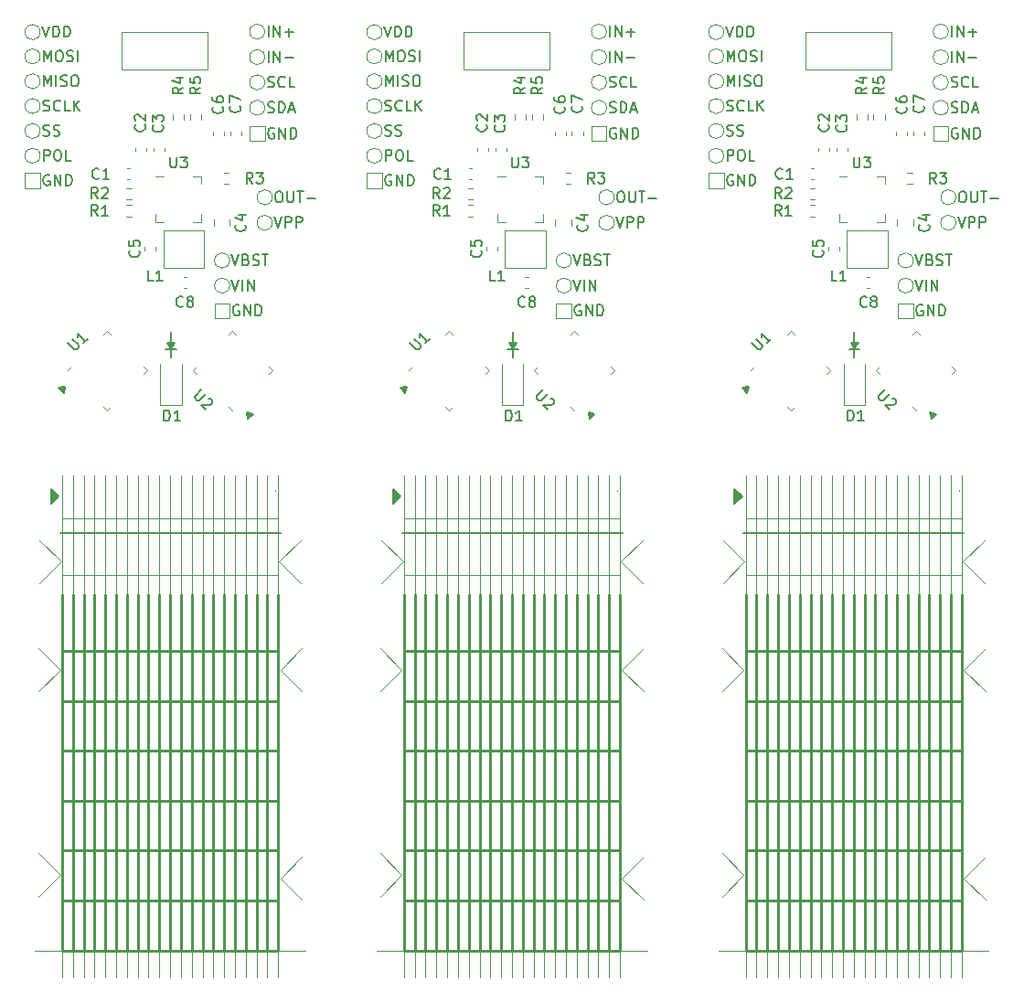
<source format=gbr>
%TF.GenerationSoftware,KiCad,Pcbnew,7.0.5*%
%TF.CreationDate,2023-08-02T13:00:21+02:00*%
%TF.ProjectId,actuator_panel,61637475-6174-46f7-925f-70616e656c2e,rev?*%
%TF.SameCoordinates,Original*%
%TF.FileFunction,Legend,Top*%
%TF.FilePolarity,Positive*%
%FSLAX46Y46*%
G04 Gerber Fmt 4.6, Leading zero omitted, Abs format (unit mm)*
G04 Created by KiCad (PCBNEW 7.0.5) date 2023-08-02 13:00:21*
%MOMM*%
%LPD*%
G01*
G04 APERTURE LIST*
%ADD10C,0.200000*%
%ADD11C,0.150000*%
%ADD12C,0.120000*%
%ADD13C,0.250000*%
%ADD14C,0.100000*%
G04 APERTURE END LIST*
D10*
X187775000Y-65100000D02*
X187297703Y-65577297D01*
X187191637Y-64976256D01*
X187775000Y-65100000D01*
G36*
X187775000Y-65100000D02*
G01*
X187297703Y-65577297D01*
X187191637Y-64976256D01*
X187775000Y-65100000D01*
G37*
D11*
X148525000Y-57500000D02*
X148525000Y-59000000D01*
X116375000Y-59100000D02*
X117375000Y-59100000D01*
X148025000Y-59100000D02*
X149025000Y-59100000D01*
X180175000Y-58500000D02*
X180175000Y-57500000D01*
X116875000Y-58500000D02*
X116875000Y-57500000D01*
D10*
X170251256Y-63183363D02*
X169773959Y-62706066D01*
X170375000Y-62600000D01*
X170251256Y-63183363D01*
G36*
X170251256Y-63183363D02*
G01*
X169773959Y-62706066D01*
X170375000Y-62600000D01*
X170251256Y-63183363D01*
G37*
D11*
X148525000Y-59100000D02*
X148525000Y-59900000D01*
X116875000Y-59100000D02*
X116875000Y-59900000D01*
D10*
X180175000Y-59000000D02*
X179850000Y-58500000D01*
X180525000Y-58500000D01*
X180175000Y-59000000D01*
G36*
X180175000Y-59000000D02*
G01*
X179850000Y-58500000D01*
X180525000Y-58500000D01*
X180175000Y-59000000D01*
G37*
X106951256Y-63183363D02*
X106473959Y-62706066D01*
X107075000Y-62600000D01*
X106951256Y-63183363D01*
G36*
X106951256Y-63183363D02*
G01*
X106473959Y-62706066D01*
X107075000Y-62600000D01*
X106951256Y-63183363D01*
G37*
D11*
X179675000Y-59100000D02*
X180675000Y-59100000D01*
D10*
X124475000Y-65100000D02*
X123997703Y-65577297D01*
X123891637Y-64976256D01*
X124475000Y-65100000D01*
G36*
X124475000Y-65100000D02*
G01*
X123997703Y-65577297D01*
X123891637Y-64976256D01*
X124475000Y-65100000D01*
G37*
D11*
X138125000Y-72750000D02*
X137435000Y-73450000D01*
X137435000Y-72050000D01*
X138125000Y-72750000D01*
G36*
X138125000Y-72750000D02*
G01*
X137435000Y-73450000D01*
X137435000Y-72050000D01*
X138125000Y-72750000D01*
G37*
X116875000Y-57500000D02*
X116875000Y-59000000D01*
X180175000Y-59100000D02*
X180175000Y-59900000D01*
D10*
X116875000Y-59000000D02*
X116550000Y-58500000D01*
X117225000Y-58500000D01*
X116875000Y-59000000D01*
G36*
X116875000Y-59000000D02*
G01*
X116550000Y-58500000D01*
X117225000Y-58500000D01*
X116875000Y-59000000D01*
G37*
D11*
X106475000Y-72750000D02*
X105785000Y-73450000D01*
X105785000Y-72050000D01*
X106475000Y-72750000D01*
G36*
X106475000Y-72750000D02*
G01*
X105785000Y-73450000D01*
X105785000Y-72050000D01*
X106475000Y-72750000D01*
G37*
D10*
X138601256Y-63183363D02*
X138123959Y-62706066D01*
X138725000Y-62600000D01*
X138601256Y-63183363D01*
G36*
X138601256Y-63183363D02*
G01*
X138123959Y-62706066D01*
X138725000Y-62600000D01*
X138601256Y-63183363D01*
G37*
D11*
X180175000Y-57500000D02*
X180175000Y-59000000D01*
D10*
X148525000Y-59000000D02*
X148200000Y-58500000D01*
X148875000Y-58500000D01*
X148525000Y-59000000D01*
G36*
X148525000Y-59000000D02*
G01*
X148200000Y-58500000D01*
X148875000Y-58500000D01*
X148525000Y-59000000D01*
G37*
D11*
X148525000Y-58500000D02*
X148525000Y-57500000D01*
D10*
X156125000Y-65100000D02*
X155647703Y-65577297D01*
X155541637Y-64976256D01*
X156125000Y-65100000D01*
G36*
X156125000Y-65100000D02*
G01*
X155647703Y-65577297D01*
X155541637Y-64976256D01*
X156125000Y-65100000D01*
G37*
D11*
X169775000Y-72750000D02*
X169085000Y-73450000D01*
X169085000Y-72050000D01*
X169775000Y-72750000D01*
G36*
X169775000Y-72750000D02*
G01*
X169085000Y-73450000D01*
X169085000Y-72050000D01*
X169775000Y-72750000D01*
G37*
%TO.C,TP14*%
X136714160Y-39307200D02*
X136857017Y-39354819D01*
X136857017Y-39354819D02*
X137095112Y-39354819D01*
X137095112Y-39354819D02*
X137190350Y-39307200D01*
X137190350Y-39307200D02*
X137237969Y-39259580D01*
X137237969Y-39259580D02*
X137285588Y-39164342D01*
X137285588Y-39164342D02*
X137285588Y-39069104D01*
X137285588Y-39069104D02*
X137237969Y-38973866D01*
X137237969Y-38973866D02*
X137190350Y-38926247D01*
X137190350Y-38926247D02*
X137095112Y-38878628D01*
X137095112Y-38878628D02*
X136904636Y-38831009D01*
X136904636Y-38831009D02*
X136809398Y-38783390D01*
X136809398Y-38783390D02*
X136761779Y-38735771D01*
X136761779Y-38735771D02*
X136714160Y-38640533D01*
X136714160Y-38640533D02*
X136714160Y-38545295D01*
X136714160Y-38545295D02*
X136761779Y-38450057D01*
X136761779Y-38450057D02*
X136809398Y-38402438D01*
X136809398Y-38402438D02*
X136904636Y-38354819D01*
X136904636Y-38354819D02*
X137142731Y-38354819D01*
X137142731Y-38354819D02*
X137285588Y-38402438D01*
X137666541Y-39307200D02*
X137809398Y-39354819D01*
X137809398Y-39354819D02*
X138047493Y-39354819D01*
X138047493Y-39354819D02*
X138142731Y-39307200D01*
X138142731Y-39307200D02*
X138190350Y-39259580D01*
X138190350Y-39259580D02*
X138237969Y-39164342D01*
X138237969Y-39164342D02*
X138237969Y-39069104D01*
X138237969Y-39069104D02*
X138190350Y-38973866D01*
X138190350Y-38973866D02*
X138142731Y-38926247D01*
X138142731Y-38926247D02*
X138047493Y-38878628D01*
X138047493Y-38878628D02*
X137857017Y-38831009D01*
X137857017Y-38831009D02*
X137761779Y-38783390D01*
X137761779Y-38783390D02*
X137714160Y-38735771D01*
X137714160Y-38735771D02*
X137666541Y-38640533D01*
X137666541Y-38640533D02*
X137666541Y-38545295D01*
X137666541Y-38545295D02*
X137714160Y-38450057D01*
X137714160Y-38450057D02*
X137761779Y-38402438D01*
X137761779Y-38402438D02*
X137857017Y-38354819D01*
X137857017Y-38354819D02*
X138095112Y-38354819D01*
X138095112Y-38354819D02*
X138237969Y-38402438D01*
%TO.C,TP2*%
X126435588Y-38652438D02*
X126340350Y-38604819D01*
X126340350Y-38604819D02*
X126197493Y-38604819D01*
X126197493Y-38604819D02*
X126054636Y-38652438D01*
X126054636Y-38652438D02*
X125959398Y-38747676D01*
X125959398Y-38747676D02*
X125911779Y-38842914D01*
X125911779Y-38842914D02*
X125864160Y-39033390D01*
X125864160Y-39033390D02*
X125864160Y-39176247D01*
X125864160Y-39176247D02*
X125911779Y-39366723D01*
X125911779Y-39366723D02*
X125959398Y-39461961D01*
X125959398Y-39461961D02*
X126054636Y-39557200D01*
X126054636Y-39557200D02*
X126197493Y-39604819D01*
X126197493Y-39604819D02*
X126292731Y-39604819D01*
X126292731Y-39604819D02*
X126435588Y-39557200D01*
X126435588Y-39557200D02*
X126483207Y-39509580D01*
X126483207Y-39509580D02*
X126483207Y-39176247D01*
X126483207Y-39176247D02*
X126292731Y-39176247D01*
X126911779Y-39604819D02*
X126911779Y-38604819D01*
X126911779Y-38604819D02*
X127483207Y-39604819D01*
X127483207Y-39604819D02*
X127483207Y-38604819D01*
X127959398Y-39604819D02*
X127959398Y-38604819D01*
X127959398Y-38604819D02*
X128197493Y-38604819D01*
X128197493Y-38604819D02*
X128340350Y-38652438D01*
X128340350Y-38652438D02*
X128435588Y-38747676D01*
X128435588Y-38747676D02*
X128483207Y-38842914D01*
X128483207Y-38842914D02*
X128530826Y-39033390D01*
X128530826Y-39033390D02*
X128530826Y-39176247D01*
X128530826Y-39176247D02*
X128483207Y-39366723D01*
X128483207Y-39366723D02*
X128435588Y-39461961D01*
X128435588Y-39461961D02*
X128340350Y-39557200D01*
X128340350Y-39557200D02*
X128197493Y-39604819D01*
X128197493Y-39604819D02*
X127959398Y-39604819D01*
%TO.C,R3*%
X156108333Y-43754819D02*
X155775000Y-43278628D01*
X155536905Y-43754819D02*
X155536905Y-42754819D01*
X155536905Y-42754819D02*
X155917857Y-42754819D01*
X155917857Y-42754819D02*
X156013095Y-42802438D01*
X156013095Y-42802438D02*
X156060714Y-42850057D01*
X156060714Y-42850057D02*
X156108333Y-42945295D01*
X156108333Y-42945295D02*
X156108333Y-43088152D01*
X156108333Y-43088152D02*
X156060714Y-43183390D01*
X156060714Y-43183390D02*
X156013095Y-43231009D01*
X156013095Y-43231009D02*
X155917857Y-43278628D01*
X155917857Y-43278628D02*
X155536905Y-43278628D01*
X156441667Y-42754819D02*
X157060714Y-42754819D01*
X157060714Y-42754819D02*
X156727381Y-43135771D01*
X156727381Y-43135771D02*
X156870238Y-43135771D01*
X156870238Y-43135771D02*
X156965476Y-43183390D01*
X156965476Y-43183390D02*
X157013095Y-43231009D01*
X157013095Y-43231009D02*
X157060714Y-43326247D01*
X157060714Y-43326247D02*
X157060714Y-43564342D01*
X157060714Y-43564342D02*
X157013095Y-43659580D01*
X157013095Y-43659580D02*
X156965476Y-43707200D01*
X156965476Y-43707200D02*
X156870238Y-43754819D01*
X156870238Y-43754819D02*
X156584524Y-43754819D01*
X156584524Y-43754819D02*
X156489286Y-43707200D01*
X156489286Y-43707200D02*
X156441667Y-43659580D01*
%TO.C,TP12*%
X105064160Y-37007200D02*
X105207017Y-37054819D01*
X105207017Y-37054819D02*
X105445112Y-37054819D01*
X105445112Y-37054819D02*
X105540350Y-37007200D01*
X105540350Y-37007200D02*
X105587969Y-36959580D01*
X105587969Y-36959580D02*
X105635588Y-36864342D01*
X105635588Y-36864342D02*
X105635588Y-36769104D01*
X105635588Y-36769104D02*
X105587969Y-36673866D01*
X105587969Y-36673866D02*
X105540350Y-36626247D01*
X105540350Y-36626247D02*
X105445112Y-36578628D01*
X105445112Y-36578628D02*
X105254636Y-36531009D01*
X105254636Y-36531009D02*
X105159398Y-36483390D01*
X105159398Y-36483390D02*
X105111779Y-36435771D01*
X105111779Y-36435771D02*
X105064160Y-36340533D01*
X105064160Y-36340533D02*
X105064160Y-36245295D01*
X105064160Y-36245295D02*
X105111779Y-36150057D01*
X105111779Y-36150057D02*
X105159398Y-36102438D01*
X105159398Y-36102438D02*
X105254636Y-36054819D01*
X105254636Y-36054819D02*
X105492731Y-36054819D01*
X105492731Y-36054819D02*
X105635588Y-36102438D01*
X106635588Y-36959580D02*
X106587969Y-37007200D01*
X106587969Y-37007200D02*
X106445112Y-37054819D01*
X106445112Y-37054819D02*
X106349874Y-37054819D01*
X106349874Y-37054819D02*
X106207017Y-37007200D01*
X106207017Y-37007200D02*
X106111779Y-36911961D01*
X106111779Y-36911961D02*
X106064160Y-36816723D01*
X106064160Y-36816723D02*
X106016541Y-36626247D01*
X106016541Y-36626247D02*
X106016541Y-36483390D01*
X106016541Y-36483390D02*
X106064160Y-36292914D01*
X106064160Y-36292914D02*
X106111779Y-36197676D01*
X106111779Y-36197676D02*
X106207017Y-36102438D01*
X106207017Y-36102438D02*
X106349874Y-36054819D01*
X106349874Y-36054819D02*
X106445112Y-36054819D01*
X106445112Y-36054819D02*
X106587969Y-36102438D01*
X106587969Y-36102438D02*
X106635588Y-36150057D01*
X107540350Y-37054819D02*
X107064160Y-37054819D01*
X107064160Y-37054819D02*
X107064160Y-36054819D01*
X107873684Y-37054819D02*
X107873684Y-36054819D01*
X108445112Y-37054819D02*
X108016541Y-36483390D01*
X108445112Y-36054819D02*
X107873684Y-36626247D01*
%TO.C,TP4*%
X185818922Y-50354819D02*
X186152255Y-51354819D01*
X186152255Y-51354819D02*
X186485588Y-50354819D01*
X187152255Y-50831009D02*
X187295112Y-50878628D01*
X187295112Y-50878628D02*
X187342731Y-50926247D01*
X187342731Y-50926247D02*
X187390350Y-51021485D01*
X187390350Y-51021485D02*
X187390350Y-51164342D01*
X187390350Y-51164342D02*
X187342731Y-51259580D01*
X187342731Y-51259580D02*
X187295112Y-51307200D01*
X187295112Y-51307200D02*
X187199874Y-51354819D01*
X187199874Y-51354819D02*
X186818922Y-51354819D01*
X186818922Y-51354819D02*
X186818922Y-50354819D01*
X186818922Y-50354819D02*
X187152255Y-50354819D01*
X187152255Y-50354819D02*
X187247493Y-50402438D01*
X187247493Y-50402438D02*
X187295112Y-50450057D01*
X187295112Y-50450057D02*
X187342731Y-50545295D01*
X187342731Y-50545295D02*
X187342731Y-50640533D01*
X187342731Y-50640533D02*
X187295112Y-50735771D01*
X187295112Y-50735771D02*
X187247493Y-50783390D01*
X187247493Y-50783390D02*
X187152255Y-50831009D01*
X187152255Y-50831009D02*
X186818922Y-50831009D01*
X187771303Y-51307200D02*
X187914160Y-51354819D01*
X187914160Y-51354819D02*
X188152255Y-51354819D01*
X188152255Y-51354819D02*
X188247493Y-51307200D01*
X188247493Y-51307200D02*
X188295112Y-51259580D01*
X188295112Y-51259580D02*
X188342731Y-51164342D01*
X188342731Y-51164342D02*
X188342731Y-51069104D01*
X188342731Y-51069104D02*
X188295112Y-50973866D01*
X188295112Y-50973866D02*
X188247493Y-50926247D01*
X188247493Y-50926247D02*
X188152255Y-50878628D01*
X188152255Y-50878628D02*
X187961779Y-50831009D01*
X187961779Y-50831009D02*
X187866541Y-50783390D01*
X187866541Y-50783390D02*
X187818922Y-50735771D01*
X187818922Y-50735771D02*
X187771303Y-50640533D01*
X187771303Y-50640533D02*
X187771303Y-50545295D01*
X187771303Y-50545295D02*
X187818922Y-50450057D01*
X187818922Y-50450057D02*
X187866541Y-50402438D01*
X187866541Y-50402438D02*
X187961779Y-50354819D01*
X187961779Y-50354819D02*
X188199874Y-50354819D01*
X188199874Y-50354819D02*
X188342731Y-50402438D01*
X188628446Y-50354819D02*
X189199874Y-50354819D01*
X188914160Y-51354819D02*
X188914160Y-50354819D01*
%TO.C,TP5*%
X158452255Y-44504819D02*
X158642731Y-44504819D01*
X158642731Y-44504819D02*
X158737969Y-44552438D01*
X158737969Y-44552438D02*
X158833207Y-44647676D01*
X158833207Y-44647676D02*
X158880826Y-44838152D01*
X158880826Y-44838152D02*
X158880826Y-45171485D01*
X158880826Y-45171485D02*
X158833207Y-45361961D01*
X158833207Y-45361961D02*
X158737969Y-45457200D01*
X158737969Y-45457200D02*
X158642731Y-45504819D01*
X158642731Y-45504819D02*
X158452255Y-45504819D01*
X158452255Y-45504819D02*
X158357017Y-45457200D01*
X158357017Y-45457200D02*
X158261779Y-45361961D01*
X158261779Y-45361961D02*
X158214160Y-45171485D01*
X158214160Y-45171485D02*
X158214160Y-44838152D01*
X158214160Y-44838152D02*
X158261779Y-44647676D01*
X158261779Y-44647676D02*
X158357017Y-44552438D01*
X158357017Y-44552438D02*
X158452255Y-44504819D01*
X159309398Y-44504819D02*
X159309398Y-45314342D01*
X159309398Y-45314342D02*
X159357017Y-45409580D01*
X159357017Y-45409580D02*
X159404636Y-45457200D01*
X159404636Y-45457200D02*
X159499874Y-45504819D01*
X159499874Y-45504819D02*
X159690350Y-45504819D01*
X159690350Y-45504819D02*
X159785588Y-45457200D01*
X159785588Y-45457200D02*
X159833207Y-45409580D01*
X159833207Y-45409580D02*
X159880826Y-45314342D01*
X159880826Y-45314342D02*
X159880826Y-44504819D01*
X160214160Y-44504819D02*
X160785588Y-44504819D01*
X160499874Y-45504819D02*
X160499874Y-44504819D01*
X161118922Y-45123866D02*
X161880827Y-45123866D01*
%TO.C,TP4*%
X154168922Y-50354819D02*
X154502255Y-51354819D01*
X154502255Y-51354819D02*
X154835588Y-50354819D01*
X155502255Y-50831009D02*
X155645112Y-50878628D01*
X155645112Y-50878628D02*
X155692731Y-50926247D01*
X155692731Y-50926247D02*
X155740350Y-51021485D01*
X155740350Y-51021485D02*
X155740350Y-51164342D01*
X155740350Y-51164342D02*
X155692731Y-51259580D01*
X155692731Y-51259580D02*
X155645112Y-51307200D01*
X155645112Y-51307200D02*
X155549874Y-51354819D01*
X155549874Y-51354819D02*
X155168922Y-51354819D01*
X155168922Y-51354819D02*
X155168922Y-50354819D01*
X155168922Y-50354819D02*
X155502255Y-50354819D01*
X155502255Y-50354819D02*
X155597493Y-50402438D01*
X155597493Y-50402438D02*
X155645112Y-50450057D01*
X155645112Y-50450057D02*
X155692731Y-50545295D01*
X155692731Y-50545295D02*
X155692731Y-50640533D01*
X155692731Y-50640533D02*
X155645112Y-50735771D01*
X155645112Y-50735771D02*
X155597493Y-50783390D01*
X155597493Y-50783390D02*
X155502255Y-50831009D01*
X155502255Y-50831009D02*
X155168922Y-50831009D01*
X156121303Y-51307200D02*
X156264160Y-51354819D01*
X156264160Y-51354819D02*
X156502255Y-51354819D01*
X156502255Y-51354819D02*
X156597493Y-51307200D01*
X156597493Y-51307200D02*
X156645112Y-51259580D01*
X156645112Y-51259580D02*
X156692731Y-51164342D01*
X156692731Y-51164342D02*
X156692731Y-51069104D01*
X156692731Y-51069104D02*
X156645112Y-50973866D01*
X156645112Y-50973866D02*
X156597493Y-50926247D01*
X156597493Y-50926247D02*
X156502255Y-50878628D01*
X156502255Y-50878628D02*
X156311779Y-50831009D01*
X156311779Y-50831009D02*
X156216541Y-50783390D01*
X156216541Y-50783390D02*
X156168922Y-50735771D01*
X156168922Y-50735771D02*
X156121303Y-50640533D01*
X156121303Y-50640533D02*
X156121303Y-50545295D01*
X156121303Y-50545295D02*
X156168922Y-50450057D01*
X156168922Y-50450057D02*
X156216541Y-50402438D01*
X156216541Y-50402438D02*
X156311779Y-50354819D01*
X156311779Y-50354819D02*
X156549874Y-50354819D01*
X156549874Y-50354819D02*
X156692731Y-50402438D01*
X156978446Y-50354819D02*
X157549874Y-50354819D01*
X157264160Y-51354819D02*
X157264160Y-50354819D01*
%TO.C,TP7*%
X125911779Y-32517319D02*
X125911779Y-31517319D01*
X126387969Y-32517319D02*
X126387969Y-31517319D01*
X126387969Y-31517319D02*
X126959397Y-32517319D01*
X126959397Y-32517319D02*
X126959397Y-31517319D01*
X127435588Y-32136366D02*
X128197493Y-32136366D01*
%TO.C,TP1*%
X136618922Y-29204819D02*
X136952255Y-30204819D01*
X136952255Y-30204819D02*
X137285588Y-29204819D01*
X137618922Y-30204819D02*
X137618922Y-29204819D01*
X137618922Y-29204819D02*
X137857017Y-29204819D01*
X137857017Y-29204819D02*
X137999874Y-29252438D01*
X137999874Y-29252438D02*
X138095112Y-29347676D01*
X138095112Y-29347676D02*
X138142731Y-29442914D01*
X138142731Y-29442914D02*
X138190350Y-29633390D01*
X138190350Y-29633390D02*
X138190350Y-29776247D01*
X138190350Y-29776247D02*
X138142731Y-29966723D01*
X138142731Y-29966723D02*
X138095112Y-30061961D01*
X138095112Y-30061961D02*
X137999874Y-30157200D01*
X137999874Y-30157200D02*
X137857017Y-30204819D01*
X137857017Y-30204819D02*
X137618922Y-30204819D01*
X138618922Y-30204819D02*
X138618922Y-29204819D01*
X138618922Y-29204819D02*
X138857017Y-29204819D01*
X138857017Y-29204819D02*
X138999874Y-29252438D01*
X138999874Y-29252438D02*
X139095112Y-29347676D01*
X139095112Y-29347676D02*
X139142731Y-29442914D01*
X139142731Y-29442914D02*
X139190350Y-29633390D01*
X139190350Y-29633390D02*
X139190350Y-29776247D01*
X139190350Y-29776247D02*
X139142731Y-29966723D01*
X139142731Y-29966723D02*
X139095112Y-30061961D01*
X139095112Y-30061961D02*
X138999874Y-30157200D01*
X138999874Y-30157200D02*
X138857017Y-30204819D01*
X138857017Y-30204819D02*
X138618922Y-30204819D01*
%TO.C,R2*%
X141758333Y-45154819D02*
X141425000Y-44678628D01*
X141186905Y-45154819D02*
X141186905Y-44154819D01*
X141186905Y-44154819D02*
X141567857Y-44154819D01*
X141567857Y-44154819D02*
X141663095Y-44202438D01*
X141663095Y-44202438D02*
X141710714Y-44250057D01*
X141710714Y-44250057D02*
X141758333Y-44345295D01*
X141758333Y-44345295D02*
X141758333Y-44488152D01*
X141758333Y-44488152D02*
X141710714Y-44583390D01*
X141710714Y-44583390D02*
X141663095Y-44631009D01*
X141663095Y-44631009D02*
X141567857Y-44678628D01*
X141567857Y-44678628D02*
X141186905Y-44678628D01*
X142139286Y-44250057D02*
X142186905Y-44202438D01*
X142186905Y-44202438D02*
X142282143Y-44154819D01*
X142282143Y-44154819D02*
X142520238Y-44154819D01*
X142520238Y-44154819D02*
X142615476Y-44202438D01*
X142615476Y-44202438D02*
X142663095Y-44250057D01*
X142663095Y-44250057D02*
X142710714Y-44345295D01*
X142710714Y-44345295D02*
X142710714Y-44440533D01*
X142710714Y-44440533D02*
X142663095Y-44583390D01*
X142663095Y-44583390D02*
X142091667Y-45154819D01*
X142091667Y-45154819D02*
X142710714Y-45154819D01*
%TO.C,U3*%
X180113095Y-41304819D02*
X180113095Y-42114342D01*
X180113095Y-42114342D02*
X180160714Y-42209580D01*
X180160714Y-42209580D02*
X180208333Y-42257200D01*
X180208333Y-42257200D02*
X180303571Y-42304819D01*
X180303571Y-42304819D02*
X180494047Y-42304819D01*
X180494047Y-42304819D02*
X180589285Y-42257200D01*
X180589285Y-42257200D02*
X180636904Y-42209580D01*
X180636904Y-42209580D02*
X180684523Y-42114342D01*
X180684523Y-42114342D02*
X180684523Y-41304819D01*
X181065476Y-41304819D02*
X181684523Y-41304819D01*
X181684523Y-41304819D02*
X181351190Y-41685771D01*
X181351190Y-41685771D02*
X181494047Y-41685771D01*
X181494047Y-41685771D02*
X181589285Y-41733390D01*
X181589285Y-41733390D02*
X181636904Y-41781009D01*
X181636904Y-41781009D02*
X181684523Y-41876247D01*
X181684523Y-41876247D02*
X181684523Y-42114342D01*
X181684523Y-42114342D02*
X181636904Y-42209580D01*
X181636904Y-42209580D02*
X181589285Y-42257200D01*
X181589285Y-42257200D02*
X181494047Y-42304819D01*
X181494047Y-42304819D02*
X181208333Y-42304819D01*
X181208333Y-42304819D02*
X181113095Y-42257200D01*
X181113095Y-42257200D02*
X181065476Y-42209580D01*
%TO.C,R2*%
X110108333Y-45154819D02*
X109775000Y-44678628D01*
X109536905Y-45154819D02*
X109536905Y-44154819D01*
X109536905Y-44154819D02*
X109917857Y-44154819D01*
X109917857Y-44154819D02*
X110013095Y-44202438D01*
X110013095Y-44202438D02*
X110060714Y-44250057D01*
X110060714Y-44250057D02*
X110108333Y-44345295D01*
X110108333Y-44345295D02*
X110108333Y-44488152D01*
X110108333Y-44488152D02*
X110060714Y-44583390D01*
X110060714Y-44583390D02*
X110013095Y-44631009D01*
X110013095Y-44631009D02*
X109917857Y-44678628D01*
X109917857Y-44678628D02*
X109536905Y-44678628D01*
X110489286Y-44250057D02*
X110536905Y-44202438D01*
X110536905Y-44202438D02*
X110632143Y-44154819D01*
X110632143Y-44154819D02*
X110870238Y-44154819D01*
X110870238Y-44154819D02*
X110965476Y-44202438D01*
X110965476Y-44202438D02*
X111013095Y-44250057D01*
X111013095Y-44250057D02*
X111060714Y-44345295D01*
X111060714Y-44345295D02*
X111060714Y-44440533D01*
X111060714Y-44440533D02*
X111013095Y-44583390D01*
X111013095Y-44583390D02*
X110441667Y-45154819D01*
X110441667Y-45154819D02*
X111060714Y-45154819D01*
%TO.C,TP9*%
X105111779Y-34754819D02*
X105111779Y-33754819D01*
X105111779Y-33754819D02*
X105445112Y-34469104D01*
X105445112Y-34469104D02*
X105778445Y-33754819D01*
X105778445Y-33754819D02*
X105778445Y-34754819D01*
X106254636Y-34754819D02*
X106254636Y-33754819D01*
X106683207Y-34707200D02*
X106826064Y-34754819D01*
X106826064Y-34754819D02*
X107064159Y-34754819D01*
X107064159Y-34754819D02*
X107159397Y-34707200D01*
X107159397Y-34707200D02*
X107207016Y-34659580D01*
X107207016Y-34659580D02*
X107254635Y-34564342D01*
X107254635Y-34564342D02*
X107254635Y-34469104D01*
X107254635Y-34469104D02*
X107207016Y-34373866D01*
X107207016Y-34373866D02*
X107159397Y-34326247D01*
X107159397Y-34326247D02*
X107064159Y-34278628D01*
X107064159Y-34278628D02*
X106873683Y-34231009D01*
X106873683Y-34231009D02*
X106778445Y-34183390D01*
X106778445Y-34183390D02*
X106730826Y-34135771D01*
X106730826Y-34135771D02*
X106683207Y-34040533D01*
X106683207Y-34040533D02*
X106683207Y-33945295D01*
X106683207Y-33945295D02*
X106730826Y-33850057D01*
X106730826Y-33850057D02*
X106778445Y-33802438D01*
X106778445Y-33802438D02*
X106873683Y-33754819D01*
X106873683Y-33754819D02*
X107111778Y-33754819D01*
X107111778Y-33754819D02*
X107254635Y-33802438D01*
X107873683Y-33754819D02*
X108064159Y-33754819D01*
X108064159Y-33754819D02*
X108159397Y-33802438D01*
X108159397Y-33802438D02*
X108254635Y-33897676D01*
X108254635Y-33897676D02*
X108302254Y-34088152D01*
X108302254Y-34088152D02*
X108302254Y-34421485D01*
X108302254Y-34421485D02*
X108254635Y-34611961D01*
X108254635Y-34611961D02*
X108159397Y-34707200D01*
X108159397Y-34707200D02*
X108064159Y-34754819D01*
X108064159Y-34754819D02*
X107873683Y-34754819D01*
X107873683Y-34754819D02*
X107778445Y-34707200D01*
X107778445Y-34707200D02*
X107683207Y-34611961D01*
X107683207Y-34611961D02*
X107635588Y-34421485D01*
X107635588Y-34421485D02*
X107635588Y-34088152D01*
X107635588Y-34088152D02*
X107683207Y-33897676D01*
X107683207Y-33897676D02*
X107778445Y-33802438D01*
X107778445Y-33802438D02*
X107873683Y-33754819D01*
%TO.C,R4*%
X181329819Y-34866666D02*
X180853628Y-35199999D01*
X181329819Y-35438094D02*
X180329819Y-35438094D01*
X180329819Y-35438094D02*
X180329819Y-35057142D01*
X180329819Y-35057142D02*
X180377438Y-34961904D01*
X180377438Y-34961904D02*
X180425057Y-34914285D01*
X180425057Y-34914285D02*
X180520295Y-34866666D01*
X180520295Y-34866666D02*
X180663152Y-34866666D01*
X180663152Y-34866666D02*
X180758390Y-34914285D01*
X180758390Y-34914285D02*
X180806009Y-34961904D01*
X180806009Y-34961904D02*
X180853628Y-35057142D01*
X180853628Y-35057142D02*
X180853628Y-35438094D01*
X180663152Y-34009523D02*
X181329819Y-34009523D01*
X180282200Y-34247618D02*
X180996485Y-34485713D01*
X180996485Y-34485713D02*
X180996485Y-33866666D01*
X118029819Y-34866666D02*
X117553628Y-35199999D01*
X118029819Y-35438094D02*
X117029819Y-35438094D01*
X117029819Y-35438094D02*
X117029819Y-35057142D01*
X117029819Y-35057142D02*
X117077438Y-34961904D01*
X117077438Y-34961904D02*
X117125057Y-34914285D01*
X117125057Y-34914285D02*
X117220295Y-34866666D01*
X117220295Y-34866666D02*
X117363152Y-34866666D01*
X117363152Y-34866666D02*
X117458390Y-34914285D01*
X117458390Y-34914285D02*
X117506009Y-34961904D01*
X117506009Y-34961904D02*
X117553628Y-35057142D01*
X117553628Y-35057142D02*
X117553628Y-35438094D01*
X117363152Y-34009523D02*
X118029819Y-34009523D01*
X116982200Y-34247618D02*
X117696485Y-34485713D01*
X117696485Y-34485713D02*
X117696485Y-33866666D01*
%TO.C,R2*%
X173408333Y-45154819D02*
X173075000Y-44678628D01*
X172836905Y-45154819D02*
X172836905Y-44154819D01*
X172836905Y-44154819D02*
X173217857Y-44154819D01*
X173217857Y-44154819D02*
X173313095Y-44202438D01*
X173313095Y-44202438D02*
X173360714Y-44250057D01*
X173360714Y-44250057D02*
X173408333Y-44345295D01*
X173408333Y-44345295D02*
X173408333Y-44488152D01*
X173408333Y-44488152D02*
X173360714Y-44583390D01*
X173360714Y-44583390D02*
X173313095Y-44631009D01*
X173313095Y-44631009D02*
X173217857Y-44678628D01*
X173217857Y-44678628D02*
X172836905Y-44678628D01*
X173789286Y-44250057D02*
X173836905Y-44202438D01*
X173836905Y-44202438D02*
X173932143Y-44154819D01*
X173932143Y-44154819D02*
X174170238Y-44154819D01*
X174170238Y-44154819D02*
X174265476Y-44202438D01*
X174265476Y-44202438D02*
X174313095Y-44250057D01*
X174313095Y-44250057D02*
X174360714Y-44345295D01*
X174360714Y-44345295D02*
X174360714Y-44440533D01*
X174360714Y-44440533D02*
X174313095Y-44583390D01*
X174313095Y-44583390D02*
X173741667Y-45154819D01*
X173741667Y-45154819D02*
X174360714Y-45154819D01*
%TO.C,R3*%
X124458333Y-43754819D02*
X124125000Y-43278628D01*
X123886905Y-43754819D02*
X123886905Y-42754819D01*
X123886905Y-42754819D02*
X124267857Y-42754819D01*
X124267857Y-42754819D02*
X124363095Y-42802438D01*
X124363095Y-42802438D02*
X124410714Y-42850057D01*
X124410714Y-42850057D02*
X124458333Y-42945295D01*
X124458333Y-42945295D02*
X124458333Y-43088152D01*
X124458333Y-43088152D02*
X124410714Y-43183390D01*
X124410714Y-43183390D02*
X124363095Y-43231009D01*
X124363095Y-43231009D02*
X124267857Y-43278628D01*
X124267857Y-43278628D02*
X123886905Y-43278628D01*
X124791667Y-42754819D02*
X125410714Y-42754819D01*
X125410714Y-42754819D02*
X125077381Y-43135771D01*
X125077381Y-43135771D02*
X125220238Y-43135771D01*
X125220238Y-43135771D02*
X125315476Y-43183390D01*
X125315476Y-43183390D02*
X125363095Y-43231009D01*
X125363095Y-43231009D02*
X125410714Y-43326247D01*
X125410714Y-43326247D02*
X125410714Y-43564342D01*
X125410714Y-43564342D02*
X125363095Y-43659580D01*
X125363095Y-43659580D02*
X125315476Y-43707200D01*
X125315476Y-43707200D02*
X125220238Y-43754819D01*
X125220238Y-43754819D02*
X124934524Y-43754819D01*
X124934524Y-43754819D02*
X124839286Y-43707200D01*
X124839286Y-43707200D02*
X124791667Y-43659580D01*
%TO.C,L1*%
X146908333Y-52804819D02*
X146432143Y-52804819D01*
X146432143Y-52804819D02*
X146432143Y-51804819D01*
X147765476Y-52804819D02*
X147194048Y-52804819D01*
X147479762Y-52804819D02*
X147479762Y-51804819D01*
X147479762Y-51804819D02*
X147384524Y-51947676D01*
X147384524Y-51947676D02*
X147289286Y-52042914D01*
X147289286Y-52042914D02*
X147194048Y-52090533D01*
%TO.C,C2*%
X114434580Y-38316666D02*
X114482200Y-38364285D01*
X114482200Y-38364285D02*
X114529819Y-38507142D01*
X114529819Y-38507142D02*
X114529819Y-38602380D01*
X114529819Y-38602380D02*
X114482200Y-38745237D01*
X114482200Y-38745237D02*
X114386961Y-38840475D01*
X114386961Y-38840475D02*
X114291723Y-38888094D01*
X114291723Y-38888094D02*
X114101247Y-38935713D01*
X114101247Y-38935713D02*
X113958390Y-38935713D01*
X113958390Y-38935713D02*
X113767914Y-38888094D01*
X113767914Y-38888094D02*
X113672676Y-38840475D01*
X113672676Y-38840475D02*
X113577438Y-38745237D01*
X113577438Y-38745237D02*
X113529819Y-38602380D01*
X113529819Y-38602380D02*
X113529819Y-38507142D01*
X113529819Y-38507142D02*
X113577438Y-38364285D01*
X113577438Y-38364285D02*
X113625057Y-38316666D01*
X113625057Y-37935713D02*
X113577438Y-37888094D01*
X113577438Y-37888094D02*
X113529819Y-37792856D01*
X113529819Y-37792856D02*
X113529819Y-37554761D01*
X113529819Y-37554761D02*
X113577438Y-37459523D01*
X113577438Y-37459523D02*
X113625057Y-37411904D01*
X113625057Y-37411904D02*
X113720295Y-37364285D01*
X113720295Y-37364285D02*
X113815533Y-37364285D01*
X113815533Y-37364285D02*
X113958390Y-37411904D01*
X113958390Y-37411904D02*
X114529819Y-37983332D01*
X114529819Y-37983332D02*
X114529819Y-37364285D01*
%TO.C,L1*%
X178558333Y-52804819D02*
X178082143Y-52804819D01*
X178082143Y-52804819D02*
X178082143Y-51804819D01*
X179415476Y-52804819D02*
X178844048Y-52804819D01*
X179129762Y-52804819D02*
X179129762Y-51804819D01*
X179129762Y-51804819D02*
X179034524Y-51947676D01*
X179034524Y-51947676D02*
X178939286Y-52042914D01*
X178939286Y-52042914D02*
X178844048Y-52090533D01*
%TO.C,U1*%
X170649602Y-58552098D02*
X171222022Y-59124518D01*
X171222022Y-59124518D02*
X171323037Y-59158190D01*
X171323037Y-59158190D02*
X171390381Y-59158190D01*
X171390381Y-59158190D02*
X171491396Y-59124518D01*
X171491396Y-59124518D02*
X171626083Y-58989831D01*
X171626083Y-58989831D02*
X171659755Y-58888816D01*
X171659755Y-58888816D02*
X171659755Y-58821472D01*
X171659755Y-58821472D02*
X171626083Y-58720457D01*
X171626083Y-58720457D02*
X171053663Y-58148037D01*
X172467877Y-58148037D02*
X172063816Y-58552098D01*
X172265846Y-58350068D02*
X171558740Y-57642961D01*
X171558740Y-57642961D02*
X171592411Y-57811320D01*
X171592411Y-57811320D02*
X171592411Y-57946007D01*
X171592411Y-57946007D02*
X171558740Y-58047022D01*
%TO.C,D1*%
X147886905Y-65754819D02*
X147886905Y-64754819D01*
X147886905Y-64754819D02*
X148125000Y-64754819D01*
X148125000Y-64754819D02*
X148267857Y-64802438D01*
X148267857Y-64802438D02*
X148363095Y-64897676D01*
X148363095Y-64897676D02*
X148410714Y-64992914D01*
X148410714Y-64992914D02*
X148458333Y-65183390D01*
X148458333Y-65183390D02*
X148458333Y-65326247D01*
X148458333Y-65326247D02*
X148410714Y-65516723D01*
X148410714Y-65516723D02*
X148363095Y-65611961D01*
X148363095Y-65611961D02*
X148267857Y-65707200D01*
X148267857Y-65707200D02*
X148125000Y-65754819D01*
X148125000Y-65754819D02*
X147886905Y-65754819D01*
X149410714Y-65754819D02*
X148839286Y-65754819D01*
X149125000Y-65754819D02*
X149125000Y-64754819D01*
X149125000Y-64754819D02*
X149029762Y-64897676D01*
X149029762Y-64897676D02*
X148934524Y-64992914D01*
X148934524Y-64992914D02*
X148839286Y-65040533D01*
%TO.C,R1*%
X110108333Y-46754819D02*
X109775000Y-46278628D01*
X109536905Y-46754819D02*
X109536905Y-45754819D01*
X109536905Y-45754819D02*
X109917857Y-45754819D01*
X109917857Y-45754819D02*
X110013095Y-45802438D01*
X110013095Y-45802438D02*
X110060714Y-45850057D01*
X110060714Y-45850057D02*
X110108333Y-45945295D01*
X110108333Y-45945295D02*
X110108333Y-46088152D01*
X110108333Y-46088152D02*
X110060714Y-46183390D01*
X110060714Y-46183390D02*
X110013095Y-46231009D01*
X110013095Y-46231009D02*
X109917857Y-46278628D01*
X109917857Y-46278628D02*
X109536905Y-46278628D01*
X111060714Y-46754819D02*
X110489286Y-46754819D01*
X110775000Y-46754819D02*
X110775000Y-45754819D01*
X110775000Y-45754819D02*
X110679762Y-45897676D01*
X110679762Y-45897676D02*
X110584524Y-45992914D01*
X110584524Y-45992914D02*
X110489286Y-46040533D01*
%TO.C,TP9*%
X136761779Y-34754819D02*
X136761779Y-33754819D01*
X136761779Y-33754819D02*
X137095112Y-34469104D01*
X137095112Y-34469104D02*
X137428445Y-33754819D01*
X137428445Y-33754819D02*
X137428445Y-34754819D01*
X137904636Y-34754819D02*
X137904636Y-33754819D01*
X138333207Y-34707200D02*
X138476064Y-34754819D01*
X138476064Y-34754819D02*
X138714159Y-34754819D01*
X138714159Y-34754819D02*
X138809397Y-34707200D01*
X138809397Y-34707200D02*
X138857016Y-34659580D01*
X138857016Y-34659580D02*
X138904635Y-34564342D01*
X138904635Y-34564342D02*
X138904635Y-34469104D01*
X138904635Y-34469104D02*
X138857016Y-34373866D01*
X138857016Y-34373866D02*
X138809397Y-34326247D01*
X138809397Y-34326247D02*
X138714159Y-34278628D01*
X138714159Y-34278628D02*
X138523683Y-34231009D01*
X138523683Y-34231009D02*
X138428445Y-34183390D01*
X138428445Y-34183390D02*
X138380826Y-34135771D01*
X138380826Y-34135771D02*
X138333207Y-34040533D01*
X138333207Y-34040533D02*
X138333207Y-33945295D01*
X138333207Y-33945295D02*
X138380826Y-33850057D01*
X138380826Y-33850057D02*
X138428445Y-33802438D01*
X138428445Y-33802438D02*
X138523683Y-33754819D01*
X138523683Y-33754819D02*
X138761778Y-33754819D01*
X138761778Y-33754819D02*
X138904635Y-33802438D01*
X139523683Y-33754819D02*
X139714159Y-33754819D01*
X139714159Y-33754819D02*
X139809397Y-33802438D01*
X139809397Y-33802438D02*
X139904635Y-33897676D01*
X139904635Y-33897676D02*
X139952254Y-34088152D01*
X139952254Y-34088152D02*
X139952254Y-34421485D01*
X139952254Y-34421485D02*
X139904635Y-34611961D01*
X139904635Y-34611961D02*
X139809397Y-34707200D01*
X139809397Y-34707200D02*
X139714159Y-34754819D01*
X139714159Y-34754819D02*
X139523683Y-34754819D01*
X139523683Y-34754819D02*
X139428445Y-34707200D01*
X139428445Y-34707200D02*
X139333207Y-34611961D01*
X139333207Y-34611961D02*
X139285588Y-34421485D01*
X139285588Y-34421485D02*
X139285588Y-34088152D01*
X139285588Y-34088152D02*
X139333207Y-33897676D01*
X139333207Y-33897676D02*
X139428445Y-33802438D01*
X139428445Y-33802438D02*
X139523683Y-33754819D01*
%TO.C,TP11*%
X157514160Y-34807200D02*
X157657017Y-34854819D01*
X157657017Y-34854819D02*
X157895112Y-34854819D01*
X157895112Y-34854819D02*
X157990350Y-34807200D01*
X157990350Y-34807200D02*
X158037969Y-34759580D01*
X158037969Y-34759580D02*
X158085588Y-34664342D01*
X158085588Y-34664342D02*
X158085588Y-34569104D01*
X158085588Y-34569104D02*
X158037969Y-34473866D01*
X158037969Y-34473866D02*
X157990350Y-34426247D01*
X157990350Y-34426247D02*
X157895112Y-34378628D01*
X157895112Y-34378628D02*
X157704636Y-34331009D01*
X157704636Y-34331009D02*
X157609398Y-34283390D01*
X157609398Y-34283390D02*
X157561779Y-34235771D01*
X157561779Y-34235771D02*
X157514160Y-34140533D01*
X157514160Y-34140533D02*
X157514160Y-34045295D01*
X157514160Y-34045295D02*
X157561779Y-33950057D01*
X157561779Y-33950057D02*
X157609398Y-33902438D01*
X157609398Y-33902438D02*
X157704636Y-33854819D01*
X157704636Y-33854819D02*
X157942731Y-33854819D01*
X157942731Y-33854819D02*
X158085588Y-33902438D01*
X159085588Y-34759580D02*
X159037969Y-34807200D01*
X159037969Y-34807200D02*
X158895112Y-34854819D01*
X158895112Y-34854819D02*
X158799874Y-34854819D01*
X158799874Y-34854819D02*
X158657017Y-34807200D01*
X158657017Y-34807200D02*
X158561779Y-34711961D01*
X158561779Y-34711961D02*
X158514160Y-34616723D01*
X158514160Y-34616723D02*
X158466541Y-34426247D01*
X158466541Y-34426247D02*
X158466541Y-34283390D01*
X158466541Y-34283390D02*
X158514160Y-34092914D01*
X158514160Y-34092914D02*
X158561779Y-33997676D01*
X158561779Y-33997676D02*
X158657017Y-33902438D01*
X158657017Y-33902438D02*
X158799874Y-33854819D01*
X158799874Y-33854819D02*
X158895112Y-33854819D01*
X158895112Y-33854819D02*
X159037969Y-33902438D01*
X159037969Y-33902438D02*
X159085588Y-33950057D01*
X159990350Y-34854819D02*
X159514160Y-34854819D01*
X159514160Y-34854819D02*
X159514160Y-33854819D01*
%TO.C,R5*%
X119629819Y-34866666D02*
X119153628Y-35199999D01*
X119629819Y-35438094D02*
X118629819Y-35438094D01*
X118629819Y-35438094D02*
X118629819Y-35057142D01*
X118629819Y-35057142D02*
X118677438Y-34961904D01*
X118677438Y-34961904D02*
X118725057Y-34914285D01*
X118725057Y-34914285D02*
X118820295Y-34866666D01*
X118820295Y-34866666D02*
X118963152Y-34866666D01*
X118963152Y-34866666D02*
X119058390Y-34914285D01*
X119058390Y-34914285D02*
X119106009Y-34961904D01*
X119106009Y-34961904D02*
X119153628Y-35057142D01*
X119153628Y-35057142D02*
X119153628Y-35438094D01*
X118629819Y-33961904D02*
X118629819Y-34438094D01*
X118629819Y-34438094D02*
X119106009Y-34485713D01*
X119106009Y-34485713D02*
X119058390Y-34438094D01*
X119058390Y-34438094D02*
X119010771Y-34342856D01*
X119010771Y-34342856D02*
X119010771Y-34104761D01*
X119010771Y-34104761D02*
X119058390Y-34009523D01*
X119058390Y-34009523D02*
X119106009Y-33961904D01*
X119106009Y-33961904D02*
X119201247Y-33914285D01*
X119201247Y-33914285D02*
X119439342Y-33914285D01*
X119439342Y-33914285D02*
X119534580Y-33961904D01*
X119534580Y-33961904D02*
X119582200Y-34009523D01*
X119582200Y-34009523D02*
X119629819Y-34104761D01*
X119629819Y-34104761D02*
X119629819Y-34342856D01*
X119629819Y-34342856D02*
X119582200Y-34438094D01*
X119582200Y-34438094D02*
X119534580Y-34485713D01*
%TO.C,C8*%
X149658333Y-55109580D02*
X149610714Y-55157200D01*
X149610714Y-55157200D02*
X149467857Y-55204819D01*
X149467857Y-55204819D02*
X149372619Y-55204819D01*
X149372619Y-55204819D02*
X149229762Y-55157200D01*
X149229762Y-55157200D02*
X149134524Y-55061961D01*
X149134524Y-55061961D02*
X149086905Y-54966723D01*
X149086905Y-54966723D02*
X149039286Y-54776247D01*
X149039286Y-54776247D02*
X149039286Y-54633390D01*
X149039286Y-54633390D02*
X149086905Y-54442914D01*
X149086905Y-54442914D02*
X149134524Y-54347676D01*
X149134524Y-54347676D02*
X149229762Y-54252438D01*
X149229762Y-54252438D02*
X149372619Y-54204819D01*
X149372619Y-54204819D02*
X149467857Y-54204819D01*
X149467857Y-54204819D02*
X149610714Y-54252438D01*
X149610714Y-54252438D02*
X149658333Y-54300057D01*
X150229762Y-54633390D02*
X150134524Y-54585771D01*
X150134524Y-54585771D02*
X150086905Y-54538152D01*
X150086905Y-54538152D02*
X150039286Y-54442914D01*
X150039286Y-54442914D02*
X150039286Y-54395295D01*
X150039286Y-54395295D02*
X150086905Y-54300057D01*
X150086905Y-54300057D02*
X150134524Y-54252438D01*
X150134524Y-54252438D02*
X150229762Y-54204819D01*
X150229762Y-54204819D02*
X150420238Y-54204819D01*
X150420238Y-54204819D02*
X150515476Y-54252438D01*
X150515476Y-54252438D02*
X150563095Y-54300057D01*
X150563095Y-54300057D02*
X150610714Y-54395295D01*
X150610714Y-54395295D02*
X150610714Y-54442914D01*
X150610714Y-54442914D02*
X150563095Y-54538152D01*
X150563095Y-54538152D02*
X150515476Y-54585771D01*
X150515476Y-54585771D02*
X150420238Y-54633390D01*
X150420238Y-54633390D02*
X150229762Y-54633390D01*
X150229762Y-54633390D02*
X150134524Y-54681009D01*
X150134524Y-54681009D02*
X150086905Y-54728628D01*
X150086905Y-54728628D02*
X150039286Y-54823866D01*
X150039286Y-54823866D02*
X150039286Y-55014342D01*
X150039286Y-55014342D02*
X150086905Y-55109580D01*
X150086905Y-55109580D02*
X150134524Y-55157200D01*
X150134524Y-55157200D02*
X150229762Y-55204819D01*
X150229762Y-55204819D02*
X150420238Y-55204819D01*
X150420238Y-55204819D02*
X150515476Y-55157200D01*
X150515476Y-55157200D02*
X150563095Y-55109580D01*
X150563095Y-55109580D02*
X150610714Y-55014342D01*
X150610714Y-55014342D02*
X150610714Y-54823866D01*
X150610714Y-54823866D02*
X150563095Y-54728628D01*
X150563095Y-54728628D02*
X150515476Y-54681009D01*
X150515476Y-54681009D02*
X150420238Y-54633390D01*
%TO.C,C4*%
X187034580Y-47566666D02*
X187082200Y-47614285D01*
X187082200Y-47614285D02*
X187129819Y-47757142D01*
X187129819Y-47757142D02*
X187129819Y-47852380D01*
X187129819Y-47852380D02*
X187082200Y-47995237D01*
X187082200Y-47995237D02*
X186986961Y-48090475D01*
X186986961Y-48090475D02*
X186891723Y-48138094D01*
X186891723Y-48138094D02*
X186701247Y-48185713D01*
X186701247Y-48185713D02*
X186558390Y-48185713D01*
X186558390Y-48185713D02*
X186367914Y-48138094D01*
X186367914Y-48138094D02*
X186272676Y-48090475D01*
X186272676Y-48090475D02*
X186177438Y-47995237D01*
X186177438Y-47995237D02*
X186129819Y-47852380D01*
X186129819Y-47852380D02*
X186129819Y-47757142D01*
X186129819Y-47757142D02*
X186177438Y-47614285D01*
X186177438Y-47614285D02*
X186225057Y-47566666D01*
X186463152Y-46709523D02*
X187129819Y-46709523D01*
X186082200Y-46947618D02*
X186796485Y-47185713D01*
X186796485Y-47185713D02*
X186796485Y-46566666D01*
%TO.C,C2*%
X177734580Y-38316666D02*
X177782200Y-38364285D01*
X177782200Y-38364285D02*
X177829819Y-38507142D01*
X177829819Y-38507142D02*
X177829819Y-38602380D01*
X177829819Y-38602380D02*
X177782200Y-38745237D01*
X177782200Y-38745237D02*
X177686961Y-38840475D01*
X177686961Y-38840475D02*
X177591723Y-38888094D01*
X177591723Y-38888094D02*
X177401247Y-38935713D01*
X177401247Y-38935713D02*
X177258390Y-38935713D01*
X177258390Y-38935713D02*
X177067914Y-38888094D01*
X177067914Y-38888094D02*
X176972676Y-38840475D01*
X176972676Y-38840475D02*
X176877438Y-38745237D01*
X176877438Y-38745237D02*
X176829819Y-38602380D01*
X176829819Y-38602380D02*
X176829819Y-38507142D01*
X176829819Y-38507142D02*
X176877438Y-38364285D01*
X176877438Y-38364285D02*
X176925057Y-38316666D01*
X176925057Y-37935713D02*
X176877438Y-37888094D01*
X176877438Y-37888094D02*
X176829819Y-37792856D01*
X176829819Y-37792856D02*
X176829819Y-37554761D01*
X176829819Y-37554761D02*
X176877438Y-37459523D01*
X176877438Y-37459523D02*
X176925057Y-37411904D01*
X176925057Y-37411904D02*
X177020295Y-37364285D01*
X177020295Y-37364285D02*
X177115533Y-37364285D01*
X177115533Y-37364285D02*
X177258390Y-37411904D01*
X177258390Y-37411904D02*
X177829819Y-37983332D01*
X177829819Y-37983332D02*
X177829819Y-37364285D01*
%TO.C,U2*%
X183020605Y-62876898D02*
X182448185Y-63449318D01*
X182448185Y-63449318D02*
X182414513Y-63550333D01*
X182414513Y-63550333D02*
X182414513Y-63617677D01*
X182414513Y-63617677D02*
X182448185Y-63718692D01*
X182448185Y-63718692D02*
X182582872Y-63853379D01*
X182582872Y-63853379D02*
X182683887Y-63887051D01*
X182683887Y-63887051D02*
X182751231Y-63887051D01*
X182751231Y-63887051D02*
X182852246Y-63853379D01*
X182852246Y-63853379D02*
X183424666Y-63280959D01*
X183660368Y-63651349D02*
X183727711Y-63651349D01*
X183727711Y-63651349D02*
X183828727Y-63685020D01*
X183828727Y-63685020D02*
X183997085Y-63853379D01*
X183997085Y-63853379D02*
X184030757Y-63954394D01*
X184030757Y-63954394D02*
X184030757Y-64021738D01*
X184030757Y-64021738D02*
X183997085Y-64122753D01*
X183997085Y-64122753D02*
X183929742Y-64190097D01*
X183929742Y-64190097D02*
X183795055Y-64257440D01*
X183795055Y-64257440D02*
X182986933Y-64257440D01*
X182986933Y-64257440D02*
X183424666Y-64695173D01*
%TO.C,C6*%
X121634580Y-36641666D02*
X121682200Y-36689285D01*
X121682200Y-36689285D02*
X121729819Y-36832142D01*
X121729819Y-36832142D02*
X121729819Y-36927380D01*
X121729819Y-36927380D02*
X121682200Y-37070237D01*
X121682200Y-37070237D02*
X121586961Y-37165475D01*
X121586961Y-37165475D02*
X121491723Y-37213094D01*
X121491723Y-37213094D02*
X121301247Y-37260713D01*
X121301247Y-37260713D02*
X121158390Y-37260713D01*
X121158390Y-37260713D02*
X120967914Y-37213094D01*
X120967914Y-37213094D02*
X120872676Y-37165475D01*
X120872676Y-37165475D02*
X120777438Y-37070237D01*
X120777438Y-37070237D02*
X120729819Y-36927380D01*
X120729819Y-36927380D02*
X120729819Y-36832142D01*
X120729819Y-36832142D02*
X120777438Y-36689285D01*
X120777438Y-36689285D02*
X120825057Y-36641666D01*
X120729819Y-35784523D02*
X120729819Y-35974999D01*
X120729819Y-35974999D02*
X120777438Y-36070237D01*
X120777438Y-36070237D02*
X120825057Y-36117856D01*
X120825057Y-36117856D02*
X120967914Y-36213094D01*
X120967914Y-36213094D02*
X121158390Y-36260713D01*
X121158390Y-36260713D02*
X121539342Y-36260713D01*
X121539342Y-36260713D02*
X121634580Y-36213094D01*
X121634580Y-36213094D02*
X121682200Y-36165475D01*
X121682200Y-36165475D02*
X121729819Y-36070237D01*
X121729819Y-36070237D02*
X121729819Y-35879761D01*
X121729819Y-35879761D02*
X121682200Y-35784523D01*
X121682200Y-35784523D02*
X121634580Y-35736904D01*
X121634580Y-35736904D02*
X121539342Y-35689285D01*
X121539342Y-35689285D02*
X121301247Y-35689285D01*
X121301247Y-35689285D02*
X121206009Y-35736904D01*
X121206009Y-35736904D02*
X121158390Y-35784523D01*
X121158390Y-35784523D02*
X121110771Y-35879761D01*
X121110771Y-35879761D02*
X121110771Y-36070237D01*
X121110771Y-36070237D02*
X121158390Y-36165475D01*
X121158390Y-36165475D02*
X121206009Y-36213094D01*
X121206009Y-36213094D02*
X121301247Y-36260713D01*
%TO.C,C2*%
X146084580Y-38316666D02*
X146132200Y-38364285D01*
X146132200Y-38364285D02*
X146179819Y-38507142D01*
X146179819Y-38507142D02*
X146179819Y-38602380D01*
X146179819Y-38602380D02*
X146132200Y-38745237D01*
X146132200Y-38745237D02*
X146036961Y-38840475D01*
X146036961Y-38840475D02*
X145941723Y-38888094D01*
X145941723Y-38888094D02*
X145751247Y-38935713D01*
X145751247Y-38935713D02*
X145608390Y-38935713D01*
X145608390Y-38935713D02*
X145417914Y-38888094D01*
X145417914Y-38888094D02*
X145322676Y-38840475D01*
X145322676Y-38840475D02*
X145227438Y-38745237D01*
X145227438Y-38745237D02*
X145179819Y-38602380D01*
X145179819Y-38602380D02*
X145179819Y-38507142D01*
X145179819Y-38507142D02*
X145227438Y-38364285D01*
X145227438Y-38364285D02*
X145275057Y-38316666D01*
X145275057Y-37935713D02*
X145227438Y-37888094D01*
X145227438Y-37888094D02*
X145179819Y-37792856D01*
X145179819Y-37792856D02*
X145179819Y-37554761D01*
X145179819Y-37554761D02*
X145227438Y-37459523D01*
X145227438Y-37459523D02*
X145275057Y-37411904D01*
X145275057Y-37411904D02*
X145370295Y-37364285D01*
X145370295Y-37364285D02*
X145465533Y-37364285D01*
X145465533Y-37364285D02*
X145608390Y-37411904D01*
X145608390Y-37411904D02*
X146179819Y-37983332D01*
X146179819Y-37983332D02*
X146179819Y-37364285D01*
%TO.C,TP2*%
X158085588Y-38652438D02*
X157990350Y-38604819D01*
X157990350Y-38604819D02*
X157847493Y-38604819D01*
X157847493Y-38604819D02*
X157704636Y-38652438D01*
X157704636Y-38652438D02*
X157609398Y-38747676D01*
X157609398Y-38747676D02*
X157561779Y-38842914D01*
X157561779Y-38842914D02*
X157514160Y-39033390D01*
X157514160Y-39033390D02*
X157514160Y-39176247D01*
X157514160Y-39176247D02*
X157561779Y-39366723D01*
X157561779Y-39366723D02*
X157609398Y-39461961D01*
X157609398Y-39461961D02*
X157704636Y-39557200D01*
X157704636Y-39557200D02*
X157847493Y-39604819D01*
X157847493Y-39604819D02*
X157942731Y-39604819D01*
X157942731Y-39604819D02*
X158085588Y-39557200D01*
X158085588Y-39557200D02*
X158133207Y-39509580D01*
X158133207Y-39509580D02*
X158133207Y-39176247D01*
X158133207Y-39176247D02*
X157942731Y-39176247D01*
X158561779Y-39604819D02*
X158561779Y-38604819D01*
X158561779Y-38604819D02*
X159133207Y-39604819D01*
X159133207Y-39604819D02*
X159133207Y-38604819D01*
X159609398Y-39604819D02*
X159609398Y-38604819D01*
X159609398Y-38604819D02*
X159847493Y-38604819D01*
X159847493Y-38604819D02*
X159990350Y-38652438D01*
X159990350Y-38652438D02*
X160085588Y-38747676D01*
X160085588Y-38747676D02*
X160133207Y-38842914D01*
X160133207Y-38842914D02*
X160180826Y-39033390D01*
X160180826Y-39033390D02*
X160180826Y-39176247D01*
X160180826Y-39176247D02*
X160133207Y-39366723D01*
X160133207Y-39366723D02*
X160085588Y-39461961D01*
X160085588Y-39461961D02*
X159990350Y-39557200D01*
X159990350Y-39557200D02*
X159847493Y-39604819D01*
X159847493Y-39604819D02*
X159609398Y-39604819D01*
X168935588Y-43002438D02*
X168840350Y-42954819D01*
X168840350Y-42954819D02*
X168697493Y-42954819D01*
X168697493Y-42954819D02*
X168554636Y-43002438D01*
X168554636Y-43002438D02*
X168459398Y-43097676D01*
X168459398Y-43097676D02*
X168411779Y-43192914D01*
X168411779Y-43192914D02*
X168364160Y-43383390D01*
X168364160Y-43383390D02*
X168364160Y-43526247D01*
X168364160Y-43526247D02*
X168411779Y-43716723D01*
X168411779Y-43716723D02*
X168459398Y-43811961D01*
X168459398Y-43811961D02*
X168554636Y-43907200D01*
X168554636Y-43907200D02*
X168697493Y-43954819D01*
X168697493Y-43954819D02*
X168792731Y-43954819D01*
X168792731Y-43954819D02*
X168935588Y-43907200D01*
X168935588Y-43907200D02*
X168983207Y-43859580D01*
X168983207Y-43859580D02*
X168983207Y-43526247D01*
X168983207Y-43526247D02*
X168792731Y-43526247D01*
X169411779Y-43954819D02*
X169411779Y-42954819D01*
X169411779Y-42954819D02*
X169983207Y-43954819D01*
X169983207Y-43954819D02*
X169983207Y-42954819D01*
X170459398Y-43954819D02*
X170459398Y-42954819D01*
X170459398Y-42954819D02*
X170697493Y-42954819D01*
X170697493Y-42954819D02*
X170840350Y-43002438D01*
X170840350Y-43002438D02*
X170935588Y-43097676D01*
X170935588Y-43097676D02*
X170983207Y-43192914D01*
X170983207Y-43192914D02*
X171030826Y-43383390D01*
X171030826Y-43383390D02*
X171030826Y-43526247D01*
X171030826Y-43526247D02*
X170983207Y-43716723D01*
X170983207Y-43716723D02*
X170935588Y-43811961D01*
X170935588Y-43811961D02*
X170840350Y-43907200D01*
X170840350Y-43907200D02*
X170697493Y-43954819D01*
X170697493Y-43954819D02*
X170459398Y-43954819D01*
X189735588Y-38652438D02*
X189640350Y-38604819D01*
X189640350Y-38604819D02*
X189497493Y-38604819D01*
X189497493Y-38604819D02*
X189354636Y-38652438D01*
X189354636Y-38652438D02*
X189259398Y-38747676D01*
X189259398Y-38747676D02*
X189211779Y-38842914D01*
X189211779Y-38842914D02*
X189164160Y-39033390D01*
X189164160Y-39033390D02*
X189164160Y-39176247D01*
X189164160Y-39176247D02*
X189211779Y-39366723D01*
X189211779Y-39366723D02*
X189259398Y-39461961D01*
X189259398Y-39461961D02*
X189354636Y-39557200D01*
X189354636Y-39557200D02*
X189497493Y-39604819D01*
X189497493Y-39604819D02*
X189592731Y-39604819D01*
X189592731Y-39604819D02*
X189735588Y-39557200D01*
X189735588Y-39557200D02*
X189783207Y-39509580D01*
X189783207Y-39509580D02*
X189783207Y-39176247D01*
X189783207Y-39176247D02*
X189592731Y-39176247D01*
X190211779Y-39604819D02*
X190211779Y-38604819D01*
X190211779Y-38604819D02*
X190783207Y-39604819D01*
X190783207Y-39604819D02*
X190783207Y-38604819D01*
X191259398Y-39604819D02*
X191259398Y-38604819D01*
X191259398Y-38604819D02*
X191497493Y-38604819D01*
X191497493Y-38604819D02*
X191640350Y-38652438D01*
X191640350Y-38652438D02*
X191735588Y-38747676D01*
X191735588Y-38747676D02*
X191783207Y-38842914D01*
X191783207Y-38842914D02*
X191830826Y-39033390D01*
X191830826Y-39033390D02*
X191830826Y-39176247D01*
X191830826Y-39176247D02*
X191783207Y-39366723D01*
X191783207Y-39366723D02*
X191735588Y-39461961D01*
X191735588Y-39461961D02*
X191640350Y-39557200D01*
X191640350Y-39557200D02*
X191497493Y-39604819D01*
X191497493Y-39604819D02*
X191259398Y-39604819D01*
%TO.C,TP1*%
X168268922Y-29204819D02*
X168602255Y-30204819D01*
X168602255Y-30204819D02*
X168935588Y-29204819D01*
X169268922Y-30204819D02*
X169268922Y-29204819D01*
X169268922Y-29204819D02*
X169507017Y-29204819D01*
X169507017Y-29204819D02*
X169649874Y-29252438D01*
X169649874Y-29252438D02*
X169745112Y-29347676D01*
X169745112Y-29347676D02*
X169792731Y-29442914D01*
X169792731Y-29442914D02*
X169840350Y-29633390D01*
X169840350Y-29633390D02*
X169840350Y-29776247D01*
X169840350Y-29776247D02*
X169792731Y-29966723D01*
X169792731Y-29966723D02*
X169745112Y-30061961D01*
X169745112Y-30061961D02*
X169649874Y-30157200D01*
X169649874Y-30157200D02*
X169507017Y-30204819D01*
X169507017Y-30204819D02*
X169268922Y-30204819D01*
X170268922Y-30204819D02*
X170268922Y-29204819D01*
X170268922Y-29204819D02*
X170507017Y-29204819D01*
X170507017Y-29204819D02*
X170649874Y-29252438D01*
X170649874Y-29252438D02*
X170745112Y-29347676D01*
X170745112Y-29347676D02*
X170792731Y-29442914D01*
X170792731Y-29442914D02*
X170840350Y-29633390D01*
X170840350Y-29633390D02*
X170840350Y-29776247D01*
X170840350Y-29776247D02*
X170792731Y-29966723D01*
X170792731Y-29966723D02*
X170745112Y-30061961D01*
X170745112Y-30061961D02*
X170649874Y-30157200D01*
X170649874Y-30157200D02*
X170507017Y-30204819D01*
X170507017Y-30204819D02*
X170268922Y-30204819D01*
%TO.C,U3*%
X116813095Y-41304819D02*
X116813095Y-42114342D01*
X116813095Y-42114342D02*
X116860714Y-42209580D01*
X116860714Y-42209580D02*
X116908333Y-42257200D01*
X116908333Y-42257200D02*
X117003571Y-42304819D01*
X117003571Y-42304819D02*
X117194047Y-42304819D01*
X117194047Y-42304819D02*
X117289285Y-42257200D01*
X117289285Y-42257200D02*
X117336904Y-42209580D01*
X117336904Y-42209580D02*
X117384523Y-42114342D01*
X117384523Y-42114342D02*
X117384523Y-41304819D01*
X117765476Y-41304819D02*
X118384523Y-41304819D01*
X118384523Y-41304819D02*
X118051190Y-41685771D01*
X118051190Y-41685771D02*
X118194047Y-41685771D01*
X118194047Y-41685771D02*
X118289285Y-41733390D01*
X118289285Y-41733390D02*
X118336904Y-41781009D01*
X118336904Y-41781009D02*
X118384523Y-41876247D01*
X118384523Y-41876247D02*
X118384523Y-42114342D01*
X118384523Y-42114342D02*
X118336904Y-42209580D01*
X118336904Y-42209580D02*
X118289285Y-42257200D01*
X118289285Y-42257200D02*
X118194047Y-42304819D01*
X118194047Y-42304819D02*
X117908333Y-42304819D01*
X117908333Y-42304819D02*
X117813095Y-42257200D01*
X117813095Y-42257200D02*
X117765476Y-42209580D01*
X148463095Y-41304819D02*
X148463095Y-42114342D01*
X148463095Y-42114342D02*
X148510714Y-42209580D01*
X148510714Y-42209580D02*
X148558333Y-42257200D01*
X148558333Y-42257200D02*
X148653571Y-42304819D01*
X148653571Y-42304819D02*
X148844047Y-42304819D01*
X148844047Y-42304819D02*
X148939285Y-42257200D01*
X148939285Y-42257200D02*
X148986904Y-42209580D01*
X148986904Y-42209580D02*
X149034523Y-42114342D01*
X149034523Y-42114342D02*
X149034523Y-41304819D01*
X149415476Y-41304819D02*
X150034523Y-41304819D01*
X150034523Y-41304819D02*
X149701190Y-41685771D01*
X149701190Y-41685771D02*
X149844047Y-41685771D01*
X149844047Y-41685771D02*
X149939285Y-41733390D01*
X149939285Y-41733390D02*
X149986904Y-41781009D01*
X149986904Y-41781009D02*
X150034523Y-41876247D01*
X150034523Y-41876247D02*
X150034523Y-42114342D01*
X150034523Y-42114342D02*
X149986904Y-42209580D01*
X149986904Y-42209580D02*
X149939285Y-42257200D01*
X149939285Y-42257200D02*
X149844047Y-42304819D01*
X149844047Y-42304819D02*
X149558333Y-42304819D01*
X149558333Y-42304819D02*
X149463095Y-42257200D01*
X149463095Y-42257200D02*
X149415476Y-42209580D01*
%TO.C,D1*%
X179536905Y-65754819D02*
X179536905Y-64754819D01*
X179536905Y-64754819D02*
X179775000Y-64754819D01*
X179775000Y-64754819D02*
X179917857Y-64802438D01*
X179917857Y-64802438D02*
X180013095Y-64897676D01*
X180013095Y-64897676D02*
X180060714Y-64992914D01*
X180060714Y-64992914D02*
X180108333Y-65183390D01*
X180108333Y-65183390D02*
X180108333Y-65326247D01*
X180108333Y-65326247D02*
X180060714Y-65516723D01*
X180060714Y-65516723D02*
X180013095Y-65611961D01*
X180013095Y-65611961D02*
X179917857Y-65707200D01*
X179917857Y-65707200D02*
X179775000Y-65754819D01*
X179775000Y-65754819D02*
X179536905Y-65754819D01*
X181060714Y-65754819D02*
X180489286Y-65754819D01*
X180775000Y-65754819D02*
X180775000Y-64754819D01*
X180775000Y-64754819D02*
X180679762Y-64897676D01*
X180679762Y-64897676D02*
X180584524Y-64992914D01*
X180584524Y-64992914D02*
X180489286Y-65040533D01*
%TO.C,C1*%
X141858333Y-43259580D02*
X141810714Y-43307200D01*
X141810714Y-43307200D02*
X141667857Y-43354819D01*
X141667857Y-43354819D02*
X141572619Y-43354819D01*
X141572619Y-43354819D02*
X141429762Y-43307200D01*
X141429762Y-43307200D02*
X141334524Y-43211961D01*
X141334524Y-43211961D02*
X141286905Y-43116723D01*
X141286905Y-43116723D02*
X141239286Y-42926247D01*
X141239286Y-42926247D02*
X141239286Y-42783390D01*
X141239286Y-42783390D02*
X141286905Y-42592914D01*
X141286905Y-42592914D02*
X141334524Y-42497676D01*
X141334524Y-42497676D02*
X141429762Y-42402438D01*
X141429762Y-42402438D02*
X141572619Y-42354819D01*
X141572619Y-42354819D02*
X141667857Y-42354819D01*
X141667857Y-42354819D02*
X141810714Y-42402438D01*
X141810714Y-42402438D02*
X141858333Y-42450057D01*
X142810714Y-43354819D02*
X142239286Y-43354819D01*
X142525000Y-43354819D02*
X142525000Y-42354819D01*
X142525000Y-42354819D02*
X142429762Y-42497676D01*
X142429762Y-42497676D02*
X142334524Y-42592914D01*
X142334524Y-42592914D02*
X142239286Y-42640533D01*
%TO.C,TP13*%
X105111779Y-41654819D02*
X105111779Y-40654819D01*
X105111779Y-40654819D02*
X105492731Y-40654819D01*
X105492731Y-40654819D02*
X105587969Y-40702438D01*
X105587969Y-40702438D02*
X105635588Y-40750057D01*
X105635588Y-40750057D02*
X105683207Y-40845295D01*
X105683207Y-40845295D02*
X105683207Y-40988152D01*
X105683207Y-40988152D02*
X105635588Y-41083390D01*
X105635588Y-41083390D02*
X105587969Y-41131009D01*
X105587969Y-41131009D02*
X105492731Y-41178628D01*
X105492731Y-41178628D02*
X105111779Y-41178628D01*
X106302255Y-40654819D02*
X106492731Y-40654819D01*
X106492731Y-40654819D02*
X106587969Y-40702438D01*
X106587969Y-40702438D02*
X106683207Y-40797676D01*
X106683207Y-40797676D02*
X106730826Y-40988152D01*
X106730826Y-40988152D02*
X106730826Y-41321485D01*
X106730826Y-41321485D02*
X106683207Y-41511961D01*
X106683207Y-41511961D02*
X106587969Y-41607200D01*
X106587969Y-41607200D02*
X106492731Y-41654819D01*
X106492731Y-41654819D02*
X106302255Y-41654819D01*
X106302255Y-41654819D02*
X106207017Y-41607200D01*
X106207017Y-41607200D02*
X106111779Y-41511961D01*
X106111779Y-41511961D02*
X106064160Y-41321485D01*
X106064160Y-41321485D02*
X106064160Y-40988152D01*
X106064160Y-40988152D02*
X106111779Y-40797676D01*
X106111779Y-40797676D02*
X106207017Y-40702438D01*
X106207017Y-40702438D02*
X106302255Y-40654819D01*
X107635588Y-41654819D02*
X107159398Y-41654819D01*
X107159398Y-41654819D02*
X107159398Y-40654819D01*
%TO.C,C7*%
X123234580Y-36566666D02*
X123282200Y-36614285D01*
X123282200Y-36614285D02*
X123329819Y-36757142D01*
X123329819Y-36757142D02*
X123329819Y-36852380D01*
X123329819Y-36852380D02*
X123282200Y-36995237D01*
X123282200Y-36995237D02*
X123186961Y-37090475D01*
X123186961Y-37090475D02*
X123091723Y-37138094D01*
X123091723Y-37138094D02*
X122901247Y-37185713D01*
X122901247Y-37185713D02*
X122758390Y-37185713D01*
X122758390Y-37185713D02*
X122567914Y-37138094D01*
X122567914Y-37138094D02*
X122472676Y-37090475D01*
X122472676Y-37090475D02*
X122377438Y-36995237D01*
X122377438Y-36995237D02*
X122329819Y-36852380D01*
X122329819Y-36852380D02*
X122329819Y-36757142D01*
X122329819Y-36757142D02*
X122377438Y-36614285D01*
X122377438Y-36614285D02*
X122425057Y-36566666D01*
X122329819Y-36233332D02*
X122329819Y-35566666D01*
X122329819Y-35566666D02*
X123329819Y-35995237D01*
%TO.C,U2*%
X119720605Y-62876898D02*
X119148185Y-63449318D01*
X119148185Y-63449318D02*
X119114513Y-63550333D01*
X119114513Y-63550333D02*
X119114513Y-63617677D01*
X119114513Y-63617677D02*
X119148185Y-63718692D01*
X119148185Y-63718692D02*
X119282872Y-63853379D01*
X119282872Y-63853379D02*
X119383887Y-63887051D01*
X119383887Y-63887051D02*
X119451231Y-63887051D01*
X119451231Y-63887051D02*
X119552246Y-63853379D01*
X119552246Y-63853379D02*
X120124666Y-63280959D01*
X120360368Y-63651349D02*
X120427711Y-63651349D01*
X120427711Y-63651349D02*
X120528727Y-63685020D01*
X120528727Y-63685020D02*
X120697085Y-63853379D01*
X120697085Y-63853379D02*
X120730757Y-63954394D01*
X120730757Y-63954394D02*
X120730757Y-64021738D01*
X120730757Y-64021738D02*
X120697085Y-64122753D01*
X120697085Y-64122753D02*
X120629742Y-64190097D01*
X120629742Y-64190097D02*
X120495055Y-64257440D01*
X120495055Y-64257440D02*
X119686933Y-64257440D01*
X119686933Y-64257440D02*
X120124666Y-64695173D01*
%TO.C,TP2*%
X186485588Y-55052438D02*
X186390350Y-55004819D01*
X186390350Y-55004819D02*
X186247493Y-55004819D01*
X186247493Y-55004819D02*
X186104636Y-55052438D01*
X186104636Y-55052438D02*
X186009398Y-55147676D01*
X186009398Y-55147676D02*
X185961779Y-55242914D01*
X185961779Y-55242914D02*
X185914160Y-55433390D01*
X185914160Y-55433390D02*
X185914160Y-55576247D01*
X185914160Y-55576247D02*
X185961779Y-55766723D01*
X185961779Y-55766723D02*
X186009398Y-55861961D01*
X186009398Y-55861961D02*
X186104636Y-55957200D01*
X186104636Y-55957200D02*
X186247493Y-56004819D01*
X186247493Y-56004819D02*
X186342731Y-56004819D01*
X186342731Y-56004819D02*
X186485588Y-55957200D01*
X186485588Y-55957200D02*
X186533207Y-55909580D01*
X186533207Y-55909580D02*
X186533207Y-55576247D01*
X186533207Y-55576247D02*
X186342731Y-55576247D01*
X186961779Y-56004819D02*
X186961779Y-55004819D01*
X186961779Y-55004819D02*
X187533207Y-56004819D01*
X187533207Y-56004819D02*
X187533207Y-55004819D01*
X188009398Y-56004819D02*
X188009398Y-55004819D01*
X188009398Y-55004819D02*
X188247493Y-55004819D01*
X188247493Y-55004819D02*
X188390350Y-55052438D01*
X188390350Y-55052438D02*
X188485588Y-55147676D01*
X188485588Y-55147676D02*
X188533207Y-55242914D01*
X188533207Y-55242914D02*
X188580826Y-55433390D01*
X188580826Y-55433390D02*
X188580826Y-55576247D01*
X188580826Y-55576247D02*
X188533207Y-55766723D01*
X188533207Y-55766723D02*
X188485588Y-55861961D01*
X188485588Y-55861961D02*
X188390350Y-55957200D01*
X188390350Y-55957200D02*
X188247493Y-56004819D01*
X188247493Y-56004819D02*
X188009398Y-56004819D01*
%TO.C,TP3*%
X126468922Y-46854819D02*
X126802255Y-47854819D01*
X126802255Y-47854819D02*
X127135588Y-46854819D01*
X127468922Y-47854819D02*
X127468922Y-46854819D01*
X127468922Y-46854819D02*
X127849874Y-46854819D01*
X127849874Y-46854819D02*
X127945112Y-46902438D01*
X127945112Y-46902438D02*
X127992731Y-46950057D01*
X127992731Y-46950057D02*
X128040350Y-47045295D01*
X128040350Y-47045295D02*
X128040350Y-47188152D01*
X128040350Y-47188152D02*
X127992731Y-47283390D01*
X127992731Y-47283390D02*
X127945112Y-47331009D01*
X127945112Y-47331009D02*
X127849874Y-47378628D01*
X127849874Y-47378628D02*
X127468922Y-47378628D01*
X128468922Y-47854819D02*
X128468922Y-46854819D01*
X128468922Y-46854819D02*
X128849874Y-46854819D01*
X128849874Y-46854819D02*
X128945112Y-46902438D01*
X128945112Y-46902438D02*
X128992731Y-46950057D01*
X128992731Y-46950057D02*
X129040350Y-47045295D01*
X129040350Y-47045295D02*
X129040350Y-47188152D01*
X129040350Y-47188152D02*
X128992731Y-47283390D01*
X128992731Y-47283390D02*
X128945112Y-47331009D01*
X128945112Y-47331009D02*
X128849874Y-47378628D01*
X128849874Y-47378628D02*
X128468922Y-47378628D01*
%TO.C,D1*%
X116236905Y-65754819D02*
X116236905Y-64754819D01*
X116236905Y-64754819D02*
X116475000Y-64754819D01*
X116475000Y-64754819D02*
X116617857Y-64802438D01*
X116617857Y-64802438D02*
X116713095Y-64897676D01*
X116713095Y-64897676D02*
X116760714Y-64992914D01*
X116760714Y-64992914D02*
X116808333Y-65183390D01*
X116808333Y-65183390D02*
X116808333Y-65326247D01*
X116808333Y-65326247D02*
X116760714Y-65516723D01*
X116760714Y-65516723D02*
X116713095Y-65611961D01*
X116713095Y-65611961D02*
X116617857Y-65707200D01*
X116617857Y-65707200D02*
X116475000Y-65754819D01*
X116475000Y-65754819D02*
X116236905Y-65754819D01*
X117760714Y-65754819D02*
X117189286Y-65754819D01*
X117475000Y-65754819D02*
X117475000Y-64754819D01*
X117475000Y-64754819D02*
X117379762Y-64897676D01*
X117379762Y-64897676D02*
X117284524Y-64992914D01*
X117284524Y-64992914D02*
X117189286Y-65040533D01*
%TO.C,R1*%
X141758333Y-46754819D02*
X141425000Y-46278628D01*
X141186905Y-46754819D02*
X141186905Y-45754819D01*
X141186905Y-45754819D02*
X141567857Y-45754819D01*
X141567857Y-45754819D02*
X141663095Y-45802438D01*
X141663095Y-45802438D02*
X141710714Y-45850057D01*
X141710714Y-45850057D02*
X141758333Y-45945295D01*
X141758333Y-45945295D02*
X141758333Y-46088152D01*
X141758333Y-46088152D02*
X141710714Y-46183390D01*
X141710714Y-46183390D02*
X141663095Y-46231009D01*
X141663095Y-46231009D02*
X141567857Y-46278628D01*
X141567857Y-46278628D02*
X141186905Y-46278628D01*
X142710714Y-46754819D02*
X142139286Y-46754819D01*
X142425000Y-46754819D02*
X142425000Y-45754819D01*
X142425000Y-45754819D02*
X142329762Y-45897676D01*
X142329762Y-45897676D02*
X142234524Y-45992914D01*
X142234524Y-45992914D02*
X142139286Y-46040533D01*
%TO.C,TP2*%
X123185588Y-55052438D02*
X123090350Y-55004819D01*
X123090350Y-55004819D02*
X122947493Y-55004819D01*
X122947493Y-55004819D02*
X122804636Y-55052438D01*
X122804636Y-55052438D02*
X122709398Y-55147676D01*
X122709398Y-55147676D02*
X122661779Y-55242914D01*
X122661779Y-55242914D02*
X122614160Y-55433390D01*
X122614160Y-55433390D02*
X122614160Y-55576247D01*
X122614160Y-55576247D02*
X122661779Y-55766723D01*
X122661779Y-55766723D02*
X122709398Y-55861961D01*
X122709398Y-55861961D02*
X122804636Y-55957200D01*
X122804636Y-55957200D02*
X122947493Y-56004819D01*
X122947493Y-56004819D02*
X123042731Y-56004819D01*
X123042731Y-56004819D02*
X123185588Y-55957200D01*
X123185588Y-55957200D02*
X123233207Y-55909580D01*
X123233207Y-55909580D02*
X123233207Y-55576247D01*
X123233207Y-55576247D02*
X123042731Y-55576247D01*
X123661779Y-56004819D02*
X123661779Y-55004819D01*
X123661779Y-55004819D02*
X124233207Y-56004819D01*
X124233207Y-56004819D02*
X124233207Y-55004819D01*
X124709398Y-56004819D02*
X124709398Y-55004819D01*
X124709398Y-55004819D02*
X124947493Y-55004819D01*
X124947493Y-55004819D02*
X125090350Y-55052438D01*
X125090350Y-55052438D02*
X125185588Y-55147676D01*
X125185588Y-55147676D02*
X125233207Y-55242914D01*
X125233207Y-55242914D02*
X125280826Y-55433390D01*
X125280826Y-55433390D02*
X125280826Y-55576247D01*
X125280826Y-55576247D02*
X125233207Y-55766723D01*
X125233207Y-55766723D02*
X125185588Y-55861961D01*
X125185588Y-55861961D02*
X125090350Y-55957200D01*
X125090350Y-55957200D02*
X124947493Y-56004819D01*
X124947493Y-56004819D02*
X124709398Y-56004819D01*
%TO.C,TP6*%
X189211779Y-30154819D02*
X189211779Y-29154819D01*
X189687969Y-30154819D02*
X189687969Y-29154819D01*
X189687969Y-29154819D02*
X190259397Y-30154819D01*
X190259397Y-30154819D02*
X190259397Y-29154819D01*
X190735588Y-29773866D02*
X191497493Y-29773866D01*
X191116540Y-30154819D02*
X191116540Y-29392914D01*
%TO.C,R1*%
X173408333Y-46754819D02*
X173075000Y-46278628D01*
X172836905Y-46754819D02*
X172836905Y-45754819D01*
X172836905Y-45754819D02*
X173217857Y-45754819D01*
X173217857Y-45754819D02*
X173313095Y-45802438D01*
X173313095Y-45802438D02*
X173360714Y-45850057D01*
X173360714Y-45850057D02*
X173408333Y-45945295D01*
X173408333Y-45945295D02*
X173408333Y-46088152D01*
X173408333Y-46088152D02*
X173360714Y-46183390D01*
X173360714Y-46183390D02*
X173313095Y-46231009D01*
X173313095Y-46231009D02*
X173217857Y-46278628D01*
X173217857Y-46278628D02*
X172836905Y-46278628D01*
X174360714Y-46754819D02*
X173789286Y-46754819D01*
X174075000Y-46754819D02*
X174075000Y-45754819D01*
X174075000Y-45754819D02*
X173979762Y-45897676D01*
X173979762Y-45897676D02*
X173884524Y-45992914D01*
X173884524Y-45992914D02*
X173789286Y-46040533D01*
%TO.C,TP14*%
X168364160Y-39307200D02*
X168507017Y-39354819D01*
X168507017Y-39354819D02*
X168745112Y-39354819D01*
X168745112Y-39354819D02*
X168840350Y-39307200D01*
X168840350Y-39307200D02*
X168887969Y-39259580D01*
X168887969Y-39259580D02*
X168935588Y-39164342D01*
X168935588Y-39164342D02*
X168935588Y-39069104D01*
X168935588Y-39069104D02*
X168887969Y-38973866D01*
X168887969Y-38973866D02*
X168840350Y-38926247D01*
X168840350Y-38926247D02*
X168745112Y-38878628D01*
X168745112Y-38878628D02*
X168554636Y-38831009D01*
X168554636Y-38831009D02*
X168459398Y-38783390D01*
X168459398Y-38783390D02*
X168411779Y-38735771D01*
X168411779Y-38735771D02*
X168364160Y-38640533D01*
X168364160Y-38640533D02*
X168364160Y-38545295D01*
X168364160Y-38545295D02*
X168411779Y-38450057D01*
X168411779Y-38450057D02*
X168459398Y-38402438D01*
X168459398Y-38402438D02*
X168554636Y-38354819D01*
X168554636Y-38354819D02*
X168792731Y-38354819D01*
X168792731Y-38354819D02*
X168935588Y-38402438D01*
X169316541Y-39307200D02*
X169459398Y-39354819D01*
X169459398Y-39354819D02*
X169697493Y-39354819D01*
X169697493Y-39354819D02*
X169792731Y-39307200D01*
X169792731Y-39307200D02*
X169840350Y-39259580D01*
X169840350Y-39259580D02*
X169887969Y-39164342D01*
X169887969Y-39164342D02*
X169887969Y-39069104D01*
X169887969Y-39069104D02*
X169840350Y-38973866D01*
X169840350Y-38973866D02*
X169792731Y-38926247D01*
X169792731Y-38926247D02*
X169697493Y-38878628D01*
X169697493Y-38878628D02*
X169507017Y-38831009D01*
X169507017Y-38831009D02*
X169411779Y-38783390D01*
X169411779Y-38783390D02*
X169364160Y-38735771D01*
X169364160Y-38735771D02*
X169316541Y-38640533D01*
X169316541Y-38640533D02*
X169316541Y-38545295D01*
X169316541Y-38545295D02*
X169364160Y-38450057D01*
X169364160Y-38450057D02*
X169411779Y-38402438D01*
X169411779Y-38402438D02*
X169507017Y-38354819D01*
X169507017Y-38354819D02*
X169745112Y-38354819D01*
X169745112Y-38354819D02*
X169887969Y-38402438D01*
%TO.C,C6*%
X184934580Y-36641666D02*
X184982200Y-36689285D01*
X184982200Y-36689285D02*
X185029819Y-36832142D01*
X185029819Y-36832142D02*
X185029819Y-36927380D01*
X185029819Y-36927380D02*
X184982200Y-37070237D01*
X184982200Y-37070237D02*
X184886961Y-37165475D01*
X184886961Y-37165475D02*
X184791723Y-37213094D01*
X184791723Y-37213094D02*
X184601247Y-37260713D01*
X184601247Y-37260713D02*
X184458390Y-37260713D01*
X184458390Y-37260713D02*
X184267914Y-37213094D01*
X184267914Y-37213094D02*
X184172676Y-37165475D01*
X184172676Y-37165475D02*
X184077438Y-37070237D01*
X184077438Y-37070237D02*
X184029819Y-36927380D01*
X184029819Y-36927380D02*
X184029819Y-36832142D01*
X184029819Y-36832142D02*
X184077438Y-36689285D01*
X184077438Y-36689285D02*
X184125057Y-36641666D01*
X184029819Y-35784523D02*
X184029819Y-35974999D01*
X184029819Y-35974999D02*
X184077438Y-36070237D01*
X184077438Y-36070237D02*
X184125057Y-36117856D01*
X184125057Y-36117856D02*
X184267914Y-36213094D01*
X184267914Y-36213094D02*
X184458390Y-36260713D01*
X184458390Y-36260713D02*
X184839342Y-36260713D01*
X184839342Y-36260713D02*
X184934580Y-36213094D01*
X184934580Y-36213094D02*
X184982200Y-36165475D01*
X184982200Y-36165475D02*
X185029819Y-36070237D01*
X185029819Y-36070237D02*
X185029819Y-35879761D01*
X185029819Y-35879761D02*
X184982200Y-35784523D01*
X184982200Y-35784523D02*
X184934580Y-35736904D01*
X184934580Y-35736904D02*
X184839342Y-35689285D01*
X184839342Y-35689285D02*
X184601247Y-35689285D01*
X184601247Y-35689285D02*
X184506009Y-35736904D01*
X184506009Y-35736904D02*
X184458390Y-35784523D01*
X184458390Y-35784523D02*
X184410771Y-35879761D01*
X184410771Y-35879761D02*
X184410771Y-36070237D01*
X184410771Y-36070237D02*
X184458390Y-36165475D01*
X184458390Y-36165475D02*
X184506009Y-36213094D01*
X184506009Y-36213094D02*
X184601247Y-36260713D01*
%TO.C,TP3*%
X158118922Y-46854819D02*
X158452255Y-47854819D01*
X158452255Y-47854819D02*
X158785588Y-46854819D01*
X159118922Y-47854819D02*
X159118922Y-46854819D01*
X159118922Y-46854819D02*
X159499874Y-46854819D01*
X159499874Y-46854819D02*
X159595112Y-46902438D01*
X159595112Y-46902438D02*
X159642731Y-46950057D01*
X159642731Y-46950057D02*
X159690350Y-47045295D01*
X159690350Y-47045295D02*
X159690350Y-47188152D01*
X159690350Y-47188152D02*
X159642731Y-47283390D01*
X159642731Y-47283390D02*
X159595112Y-47331009D01*
X159595112Y-47331009D02*
X159499874Y-47378628D01*
X159499874Y-47378628D02*
X159118922Y-47378628D01*
X160118922Y-47854819D02*
X160118922Y-46854819D01*
X160118922Y-46854819D02*
X160499874Y-46854819D01*
X160499874Y-46854819D02*
X160595112Y-46902438D01*
X160595112Y-46902438D02*
X160642731Y-46950057D01*
X160642731Y-46950057D02*
X160690350Y-47045295D01*
X160690350Y-47045295D02*
X160690350Y-47188152D01*
X160690350Y-47188152D02*
X160642731Y-47283390D01*
X160642731Y-47283390D02*
X160595112Y-47331009D01*
X160595112Y-47331009D02*
X160499874Y-47378628D01*
X160499874Y-47378628D02*
X160118922Y-47378628D01*
%TO.C,TP11*%
X189164160Y-34807200D02*
X189307017Y-34854819D01*
X189307017Y-34854819D02*
X189545112Y-34854819D01*
X189545112Y-34854819D02*
X189640350Y-34807200D01*
X189640350Y-34807200D02*
X189687969Y-34759580D01*
X189687969Y-34759580D02*
X189735588Y-34664342D01*
X189735588Y-34664342D02*
X189735588Y-34569104D01*
X189735588Y-34569104D02*
X189687969Y-34473866D01*
X189687969Y-34473866D02*
X189640350Y-34426247D01*
X189640350Y-34426247D02*
X189545112Y-34378628D01*
X189545112Y-34378628D02*
X189354636Y-34331009D01*
X189354636Y-34331009D02*
X189259398Y-34283390D01*
X189259398Y-34283390D02*
X189211779Y-34235771D01*
X189211779Y-34235771D02*
X189164160Y-34140533D01*
X189164160Y-34140533D02*
X189164160Y-34045295D01*
X189164160Y-34045295D02*
X189211779Y-33950057D01*
X189211779Y-33950057D02*
X189259398Y-33902438D01*
X189259398Y-33902438D02*
X189354636Y-33854819D01*
X189354636Y-33854819D02*
X189592731Y-33854819D01*
X189592731Y-33854819D02*
X189735588Y-33902438D01*
X190735588Y-34759580D02*
X190687969Y-34807200D01*
X190687969Y-34807200D02*
X190545112Y-34854819D01*
X190545112Y-34854819D02*
X190449874Y-34854819D01*
X190449874Y-34854819D02*
X190307017Y-34807200D01*
X190307017Y-34807200D02*
X190211779Y-34711961D01*
X190211779Y-34711961D02*
X190164160Y-34616723D01*
X190164160Y-34616723D02*
X190116541Y-34426247D01*
X190116541Y-34426247D02*
X190116541Y-34283390D01*
X190116541Y-34283390D02*
X190164160Y-34092914D01*
X190164160Y-34092914D02*
X190211779Y-33997676D01*
X190211779Y-33997676D02*
X190307017Y-33902438D01*
X190307017Y-33902438D02*
X190449874Y-33854819D01*
X190449874Y-33854819D02*
X190545112Y-33854819D01*
X190545112Y-33854819D02*
X190687969Y-33902438D01*
X190687969Y-33902438D02*
X190735588Y-33950057D01*
X191640350Y-34854819D02*
X191164160Y-34854819D01*
X191164160Y-34854819D02*
X191164160Y-33854819D01*
%TO.C,TP12*%
X136714160Y-37007200D02*
X136857017Y-37054819D01*
X136857017Y-37054819D02*
X137095112Y-37054819D01*
X137095112Y-37054819D02*
X137190350Y-37007200D01*
X137190350Y-37007200D02*
X137237969Y-36959580D01*
X137237969Y-36959580D02*
X137285588Y-36864342D01*
X137285588Y-36864342D02*
X137285588Y-36769104D01*
X137285588Y-36769104D02*
X137237969Y-36673866D01*
X137237969Y-36673866D02*
X137190350Y-36626247D01*
X137190350Y-36626247D02*
X137095112Y-36578628D01*
X137095112Y-36578628D02*
X136904636Y-36531009D01*
X136904636Y-36531009D02*
X136809398Y-36483390D01*
X136809398Y-36483390D02*
X136761779Y-36435771D01*
X136761779Y-36435771D02*
X136714160Y-36340533D01*
X136714160Y-36340533D02*
X136714160Y-36245295D01*
X136714160Y-36245295D02*
X136761779Y-36150057D01*
X136761779Y-36150057D02*
X136809398Y-36102438D01*
X136809398Y-36102438D02*
X136904636Y-36054819D01*
X136904636Y-36054819D02*
X137142731Y-36054819D01*
X137142731Y-36054819D02*
X137285588Y-36102438D01*
X138285588Y-36959580D02*
X138237969Y-37007200D01*
X138237969Y-37007200D02*
X138095112Y-37054819D01*
X138095112Y-37054819D02*
X137999874Y-37054819D01*
X137999874Y-37054819D02*
X137857017Y-37007200D01*
X137857017Y-37007200D02*
X137761779Y-36911961D01*
X137761779Y-36911961D02*
X137714160Y-36816723D01*
X137714160Y-36816723D02*
X137666541Y-36626247D01*
X137666541Y-36626247D02*
X137666541Y-36483390D01*
X137666541Y-36483390D02*
X137714160Y-36292914D01*
X137714160Y-36292914D02*
X137761779Y-36197676D01*
X137761779Y-36197676D02*
X137857017Y-36102438D01*
X137857017Y-36102438D02*
X137999874Y-36054819D01*
X137999874Y-36054819D02*
X138095112Y-36054819D01*
X138095112Y-36054819D02*
X138237969Y-36102438D01*
X138237969Y-36102438D02*
X138285588Y-36150057D01*
X139190350Y-37054819D02*
X138714160Y-37054819D01*
X138714160Y-37054819D02*
X138714160Y-36054819D01*
X139523684Y-37054819D02*
X139523684Y-36054819D01*
X140095112Y-37054819D02*
X139666541Y-36483390D01*
X140095112Y-36054819D02*
X139523684Y-36626247D01*
%TO.C,TP6*%
X125911779Y-30154819D02*
X125911779Y-29154819D01*
X126387969Y-30154819D02*
X126387969Y-29154819D01*
X126387969Y-29154819D02*
X126959397Y-30154819D01*
X126959397Y-30154819D02*
X126959397Y-29154819D01*
X127435588Y-29773866D02*
X128197493Y-29773866D01*
X127816540Y-30154819D02*
X127816540Y-29392914D01*
%TO.C,U1*%
X107349602Y-58552098D02*
X107922022Y-59124518D01*
X107922022Y-59124518D02*
X108023037Y-59158190D01*
X108023037Y-59158190D02*
X108090381Y-59158190D01*
X108090381Y-59158190D02*
X108191396Y-59124518D01*
X108191396Y-59124518D02*
X108326083Y-58989831D01*
X108326083Y-58989831D02*
X108359755Y-58888816D01*
X108359755Y-58888816D02*
X108359755Y-58821472D01*
X108359755Y-58821472D02*
X108326083Y-58720457D01*
X108326083Y-58720457D02*
X107753663Y-58148037D01*
X109167877Y-58148037D02*
X108763816Y-58552098D01*
X108965846Y-58350068D02*
X108258740Y-57642961D01*
X108258740Y-57642961D02*
X108292411Y-57811320D01*
X108292411Y-57811320D02*
X108292411Y-57946007D01*
X108292411Y-57946007D02*
X108258740Y-58047022D01*
%TO.C,R5*%
X151279819Y-34866666D02*
X150803628Y-35199999D01*
X151279819Y-35438094D02*
X150279819Y-35438094D01*
X150279819Y-35438094D02*
X150279819Y-35057142D01*
X150279819Y-35057142D02*
X150327438Y-34961904D01*
X150327438Y-34961904D02*
X150375057Y-34914285D01*
X150375057Y-34914285D02*
X150470295Y-34866666D01*
X150470295Y-34866666D02*
X150613152Y-34866666D01*
X150613152Y-34866666D02*
X150708390Y-34914285D01*
X150708390Y-34914285D02*
X150756009Y-34961904D01*
X150756009Y-34961904D02*
X150803628Y-35057142D01*
X150803628Y-35057142D02*
X150803628Y-35438094D01*
X150279819Y-33961904D02*
X150279819Y-34438094D01*
X150279819Y-34438094D02*
X150756009Y-34485713D01*
X150756009Y-34485713D02*
X150708390Y-34438094D01*
X150708390Y-34438094D02*
X150660771Y-34342856D01*
X150660771Y-34342856D02*
X150660771Y-34104761D01*
X150660771Y-34104761D02*
X150708390Y-34009523D01*
X150708390Y-34009523D02*
X150756009Y-33961904D01*
X150756009Y-33961904D02*
X150851247Y-33914285D01*
X150851247Y-33914285D02*
X151089342Y-33914285D01*
X151089342Y-33914285D02*
X151184580Y-33961904D01*
X151184580Y-33961904D02*
X151232200Y-34009523D01*
X151232200Y-34009523D02*
X151279819Y-34104761D01*
X151279819Y-34104761D02*
X151279819Y-34342856D01*
X151279819Y-34342856D02*
X151232200Y-34438094D01*
X151232200Y-34438094D02*
X151184580Y-34485713D01*
%TO.C,R4*%
X149679819Y-34866666D02*
X149203628Y-35199999D01*
X149679819Y-35438094D02*
X148679819Y-35438094D01*
X148679819Y-35438094D02*
X148679819Y-35057142D01*
X148679819Y-35057142D02*
X148727438Y-34961904D01*
X148727438Y-34961904D02*
X148775057Y-34914285D01*
X148775057Y-34914285D02*
X148870295Y-34866666D01*
X148870295Y-34866666D02*
X149013152Y-34866666D01*
X149013152Y-34866666D02*
X149108390Y-34914285D01*
X149108390Y-34914285D02*
X149156009Y-34961904D01*
X149156009Y-34961904D02*
X149203628Y-35057142D01*
X149203628Y-35057142D02*
X149203628Y-35438094D01*
X149013152Y-34009523D02*
X149679819Y-34009523D01*
X148632200Y-34247618D02*
X149346485Y-34485713D01*
X149346485Y-34485713D02*
X149346485Y-33866666D01*
%TO.C,TP10*%
X157514160Y-37157200D02*
X157657017Y-37204819D01*
X157657017Y-37204819D02*
X157895112Y-37204819D01*
X157895112Y-37204819D02*
X157990350Y-37157200D01*
X157990350Y-37157200D02*
X158037969Y-37109580D01*
X158037969Y-37109580D02*
X158085588Y-37014342D01*
X158085588Y-37014342D02*
X158085588Y-36919104D01*
X158085588Y-36919104D02*
X158037969Y-36823866D01*
X158037969Y-36823866D02*
X157990350Y-36776247D01*
X157990350Y-36776247D02*
X157895112Y-36728628D01*
X157895112Y-36728628D02*
X157704636Y-36681009D01*
X157704636Y-36681009D02*
X157609398Y-36633390D01*
X157609398Y-36633390D02*
X157561779Y-36585771D01*
X157561779Y-36585771D02*
X157514160Y-36490533D01*
X157514160Y-36490533D02*
X157514160Y-36395295D01*
X157514160Y-36395295D02*
X157561779Y-36300057D01*
X157561779Y-36300057D02*
X157609398Y-36252438D01*
X157609398Y-36252438D02*
X157704636Y-36204819D01*
X157704636Y-36204819D02*
X157942731Y-36204819D01*
X157942731Y-36204819D02*
X158085588Y-36252438D01*
X158514160Y-37204819D02*
X158514160Y-36204819D01*
X158514160Y-36204819D02*
X158752255Y-36204819D01*
X158752255Y-36204819D02*
X158895112Y-36252438D01*
X158895112Y-36252438D02*
X158990350Y-36347676D01*
X158990350Y-36347676D02*
X159037969Y-36442914D01*
X159037969Y-36442914D02*
X159085588Y-36633390D01*
X159085588Y-36633390D02*
X159085588Y-36776247D01*
X159085588Y-36776247D02*
X159037969Y-36966723D01*
X159037969Y-36966723D02*
X158990350Y-37061961D01*
X158990350Y-37061961D02*
X158895112Y-37157200D01*
X158895112Y-37157200D02*
X158752255Y-37204819D01*
X158752255Y-37204819D02*
X158514160Y-37204819D01*
X159466541Y-36919104D02*
X159942731Y-36919104D01*
X159371303Y-37204819D02*
X159704636Y-36204819D01*
X159704636Y-36204819D02*
X160037969Y-37204819D01*
%TO.C,U1*%
X138999602Y-58552098D02*
X139572022Y-59124518D01*
X139572022Y-59124518D02*
X139673037Y-59158190D01*
X139673037Y-59158190D02*
X139740381Y-59158190D01*
X139740381Y-59158190D02*
X139841396Y-59124518D01*
X139841396Y-59124518D02*
X139976083Y-58989831D01*
X139976083Y-58989831D02*
X140009755Y-58888816D01*
X140009755Y-58888816D02*
X140009755Y-58821472D01*
X140009755Y-58821472D02*
X139976083Y-58720457D01*
X139976083Y-58720457D02*
X139403663Y-58148037D01*
X140817877Y-58148037D02*
X140413816Y-58552098D01*
X140615846Y-58350068D02*
X139908740Y-57642961D01*
X139908740Y-57642961D02*
X139942411Y-57811320D01*
X139942411Y-57811320D02*
X139942411Y-57946007D01*
X139942411Y-57946007D02*
X139908740Y-58047022D01*
%TO.C,TP3*%
X189768922Y-46854819D02*
X190102255Y-47854819D01*
X190102255Y-47854819D02*
X190435588Y-46854819D01*
X190768922Y-47854819D02*
X190768922Y-46854819D01*
X190768922Y-46854819D02*
X191149874Y-46854819D01*
X191149874Y-46854819D02*
X191245112Y-46902438D01*
X191245112Y-46902438D02*
X191292731Y-46950057D01*
X191292731Y-46950057D02*
X191340350Y-47045295D01*
X191340350Y-47045295D02*
X191340350Y-47188152D01*
X191340350Y-47188152D02*
X191292731Y-47283390D01*
X191292731Y-47283390D02*
X191245112Y-47331009D01*
X191245112Y-47331009D02*
X191149874Y-47378628D01*
X191149874Y-47378628D02*
X190768922Y-47378628D01*
X191768922Y-47854819D02*
X191768922Y-46854819D01*
X191768922Y-46854819D02*
X192149874Y-46854819D01*
X192149874Y-46854819D02*
X192245112Y-46902438D01*
X192245112Y-46902438D02*
X192292731Y-46950057D01*
X192292731Y-46950057D02*
X192340350Y-47045295D01*
X192340350Y-47045295D02*
X192340350Y-47188152D01*
X192340350Y-47188152D02*
X192292731Y-47283390D01*
X192292731Y-47283390D02*
X192245112Y-47331009D01*
X192245112Y-47331009D02*
X192149874Y-47378628D01*
X192149874Y-47378628D02*
X191768922Y-47378628D01*
%TO.C,TP14*%
X105064160Y-39307200D02*
X105207017Y-39354819D01*
X105207017Y-39354819D02*
X105445112Y-39354819D01*
X105445112Y-39354819D02*
X105540350Y-39307200D01*
X105540350Y-39307200D02*
X105587969Y-39259580D01*
X105587969Y-39259580D02*
X105635588Y-39164342D01*
X105635588Y-39164342D02*
X105635588Y-39069104D01*
X105635588Y-39069104D02*
X105587969Y-38973866D01*
X105587969Y-38973866D02*
X105540350Y-38926247D01*
X105540350Y-38926247D02*
X105445112Y-38878628D01*
X105445112Y-38878628D02*
X105254636Y-38831009D01*
X105254636Y-38831009D02*
X105159398Y-38783390D01*
X105159398Y-38783390D02*
X105111779Y-38735771D01*
X105111779Y-38735771D02*
X105064160Y-38640533D01*
X105064160Y-38640533D02*
X105064160Y-38545295D01*
X105064160Y-38545295D02*
X105111779Y-38450057D01*
X105111779Y-38450057D02*
X105159398Y-38402438D01*
X105159398Y-38402438D02*
X105254636Y-38354819D01*
X105254636Y-38354819D02*
X105492731Y-38354819D01*
X105492731Y-38354819D02*
X105635588Y-38402438D01*
X106016541Y-39307200D02*
X106159398Y-39354819D01*
X106159398Y-39354819D02*
X106397493Y-39354819D01*
X106397493Y-39354819D02*
X106492731Y-39307200D01*
X106492731Y-39307200D02*
X106540350Y-39259580D01*
X106540350Y-39259580D02*
X106587969Y-39164342D01*
X106587969Y-39164342D02*
X106587969Y-39069104D01*
X106587969Y-39069104D02*
X106540350Y-38973866D01*
X106540350Y-38973866D02*
X106492731Y-38926247D01*
X106492731Y-38926247D02*
X106397493Y-38878628D01*
X106397493Y-38878628D02*
X106207017Y-38831009D01*
X106207017Y-38831009D02*
X106111779Y-38783390D01*
X106111779Y-38783390D02*
X106064160Y-38735771D01*
X106064160Y-38735771D02*
X106016541Y-38640533D01*
X106016541Y-38640533D02*
X106016541Y-38545295D01*
X106016541Y-38545295D02*
X106064160Y-38450057D01*
X106064160Y-38450057D02*
X106111779Y-38402438D01*
X106111779Y-38402438D02*
X106207017Y-38354819D01*
X106207017Y-38354819D02*
X106445112Y-38354819D01*
X106445112Y-38354819D02*
X106587969Y-38402438D01*
%TO.C,TP7*%
X189211779Y-32517319D02*
X189211779Y-31517319D01*
X189687969Y-32517319D02*
X189687969Y-31517319D01*
X189687969Y-31517319D02*
X190259397Y-32517319D01*
X190259397Y-32517319D02*
X190259397Y-31517319D01*
X190735588Y-32136366D02*
X191497493Y-32136366D01*
%TO.C,TP13*%
X168411779Y-41654819D02*
X168411779Y-40654819D01*
X168411779Y-40654819D02*
X168792731Y-40654819D01*
X168792731Y-40654819D02*
X168887969Y-40702438D01*
X168887969Y-40702438D02*
X168935588Y-40750057D01*
X168935588Y-40750057D02*
X168983207Y-40845295D01*
X168983207Y-40845295D02*
X168983207Y-40988152D01*
X168983207Y-40988152D02*
X168935588Y-41083390D01*
X168935588Y-41083390D02*
X168887969Y-41131009D01*
X168887969Y-41131009D02*
X168792731Y-41178628D01*
X168792731Y-41178628D02*
X168411779Y-41178628D01*
X169602255Y-40654819D02*
X169792731Y-40654819D01*
X169792731Y-40654819D02*
X169887969Y-40702438D01*
X169887969Y-40702438D02*
X169983207Y-40797676D01*
X169983207Y-40797676D02*
X170030826Y-40988152D01*
X170030826Y-40988152D02*
X170030826Y-41321485D01*
X170030826Y-41321485D02*
X169983207Y-41511961D01*
X169983207Y-41511961D02*
X169887969Y-41607200D01*
X169887969Y-41607200D02*
X169792731Y-41654819D01*
X169792731Y-41654819D02*
X169602255Y-41654819D01*
X169602255Y-41654819D02*
X169507017Y-41607200D01*
X169507017Y-41607200D02*
X169411779Y-41511961D01*
X169411779Y-41511961D02*
X169364160Y-41321485D01*
X169364160Y-41321485D02*
X169364160Y-40988152D01*
X169364160Y-40988152D02*
X169411779Y-40797676D01*
X169411779Y-40797676D02*
X169507017Y-40702438D01*
X169507017Y-40702438D02*
X169602255Y-40654819D01*
X170935588Y-41654819D02*
X170459398Y-41654819D01*
X170459398Y-41654819D02*
X170459398Y-40654819D01*
%TO.C,TP6*%
X157561779Y-30154819D02*
X157561779Y-29154819D01*
X158037969Y-30154819D02*
X158037969Y-29154819D01*
X158037969Y-29154819D02*
X158609397Y-30154819D01*
X158609397Y-30154819D02*
X158609397Y-29154819D01*
X159085588Y-29773866D02*
X159847493Y-29773866D01*
X159466540Y-30154819D02*
X159466540Y-29392914D01*
%TO.C,C3*%
X147734580Y-38366666D02*
X147782200Y-38414285D01*
X147782200Y-38414285D02*
X147829819Y-38557142D01*
X147829819Y-38557142D02*
X147829819Y-38652380D01*
X147829819Y-38652380D02*
X147782200Y-38795237D01*
X147782200Y-38795237D02*
X147686961Y-38890475D01*
X147686961Y-38890475D02*
X147591723Y-38938094D01*
X147591723Y-38938094D02*
X147401247Y-38985713D01*
X147401247Y-38985713D02*
X147258390Y-38985713D01*
X147258390Y-38985713D02*
X147067914Y-38938094D01*
X147067914Y-38938094D02*
X146972676Y-38890475D01*
X146972676Y-38890475D02*
X146877438Y-38795237D01*
X146877438Y-38795237D02*
X146829819Y-38652380D01*
X146829819Y-38652380D02*
X146829819Y-38557142D01*
X146829819Y-38557142D02*
X146877438Y-38414285D01*
X146877438Y-38414285D02*
X146925057Y-38366666D01*
X146829819Y-38033332D02*
X146829819Y-37414285D01*
X146829819Y-37414285D02*
X147210771Y-37747618D01*
X147210771Y-37747618D02*
X147210771Y-37604761D01*
X147210771Y-37604761D02*
X147258390Y-37509523D01*
X147258390Y-37509523D02*
X147306009Y-37461904D01*
X147306009Y-37461904D02*
X147401247Y-37414285D01*
X147401247Y-37414285D02*
X147639342Y-37414285D01*
X147639342Y-37414285D02*
X147734580Y-37461904D01*
X147734580Y-37461904D02*
X147782200Y-37509523D01*
X147782200Y-37509523D02*
X147829819Y-37604761D01*
X147829819Y-37604761D02*
X147829819Y-37890475D01*
X147829819Y-37890475D02*
X147782200Y-37985713D01*
X147782200Y-37985713D02*
X147734580Y-38033332D01*
%TO.C,TP8*%
X105111779Y-32454819D02*
X105111779Y-31454819D01*
X105111779Y-31454819D02*
X105445112Y-32169104D01*
X105445112Y-32169104D02*
X105778445Y-31454819D01*
X105778445Y-31454819D02*
X105778445Y-32454819D01*
X106445112Y-31454819D02*
X106635588Y-31454819D01*
X106635588Y-31454819D02*
X106730826Y-31502438D01*
X106730826Y-31502438D02*
X106826064Y-31597676D01*
X106826064Y-31597676D02*
X106873683Y-31788152D01*
X106873683Y-31788152D02*
X106873683Y-32121485D01*
X106873683Y-32121485D02*
X106826064Y-32311961D01*
X106826064Y-32311961D02*
X106730826Y-32407200D01*
X106730826Y-32407200D02*
X106635588Y-32454819D01*
X106635588Y-32454819D02*
X106445112Y-32454819D01*
X106445112Y-32454819D02*
X106349874Y-32407200D01*
X106349874Y-32407200D02*
X106254636Y-32311961D01*
X106254636Y-32311961D02*
X106207017Y-32121485D01*
X106207017Y-32121485D02*
X106207017Y-31788152D01*
X106207017Y-31788152D02*
X106254636Y-31597676D01*
X106254636Y-31597676D02*
X106349874Y-31502438D01*
X106349874Y-31502438D02*
X106445112Y-31454819D01*
X107254636Y-32407200D02*
X107397493Y-32454819D01*
X107397493Y-32454819D02*
X107635588Y-32454819D01*
X107635588Y-32454819D02*
X107730826Y-32407200D01*
X107730826Y-32407200D02*
X107778445Y-32359580D01*
X107778445Y-32359580D02*
X107826064Y-32264342D01*
X107826064Y-32264342D02*
X107826064Y-32169104D01*
X107826064Y-32169104D02*
X107778445Y-32073866D01*
X107778445Y-32073866D02*
X107730826Y-32026247D01*
X107730826Y-32026247D02*
X107635588Y-31978628D01*
X107635588Y-31978628D02*
X107445112Y-31931009D01*
X107445112Y-31931009D02*
X107349874Y-31883390D01*
X107349874Y-31883390D02*
X107302255Y-31835771D01*
X107302255Y-31835771D02*
X107254636Y-31740533D01*
X107254636Y-31740533D02*
X107254636Y-31645295D01*
X107254636Y-31645295D02*
X107302255Y-31550057D01*
X107302255Y-31550057D02*
X107349874Y-31502438D01*
X107349874Y-31502438D02*
X107445112Y-31454819D01*
X107445112Y-31454819D02*
X107683207Y-31454819D01*
X107683207Y-31454819D02*
X107826064Y-31502438D01*
X108254636Y-32454819D02*
X108254636Y-31454819D01*
%TO.C,TP5*%
X126802255Y-44504819D02*
X126992731Y-44504819D01*
X126992731Y-44504819D02*
X127087969Y-44552438D01*
X127087969Y-44552438D02*
X127183207Y-44647676D01*
X127183207Y-44647676D02*
X127230826Y-44838152D01*
X127230826Y-44838152D02*
X127230826Y-45171485D01*
X127230826Y-45171485D02*
X127183207Y-45361961D01*
X127183207Y-45361961D02*
X127087969Y-45457200D01*
X127087969Y-45457200D02*
X126992731Y-45504819D01*
X126992731Y-45504819D02*
X126802255Y-45504819D01*
X126802255Y-45504819D02*
X126707017Y-45457200D01*
X126707017Y-45457200D02*
X126611779Y-45361961D01*
X126611779Y-45361961D02*
X126564160Y-45171485D01*
X126564160Y-45171485D02*
X126564160Y-44838152D01*
X126564160Y-44838152D02*
X126611779Y-44647676D01*
X126611779Y-44647676D02*
X126707017Y-44552438D01*
X126707017Y-44552438D02*
X126802255Y-44504819D01*
X127659398Y-44504819D02*
X127659398Y-45314342D01*
X127659398Y-45314342D02*
X127707017Y-45409580D01*
X127707017Y-45409580D02*
X127754636Y-45457200D01*
X127754636Y-45457200D02*
X127849874Y-45504819D01*
X127849874Y-45504819D02*
X128040350Y-45504819D01*
X128040350Y-45504819D02*
X128135588Y-45457200D01*
X128135588Y-45457200D02*
X128183207Y-45409580D01*
X128183207Y-45409580D02*
X128230826Y-45314342D01*
X128230826Y-45314342D02*
X128230826Y-44504819D01*
X128564160Y-44504819D02*
X129135588Y-44504819D01*
X128849874Y-45504819D02*
X128849874Y-44504819D01*
X129468922Y-45123866D02*
X130230827Y-45123866D01*
%TO.C,C1*%
X173508333Y-43259580D02*
X173460714Y-43307200D01*
X173460714Y-43307200D02*
X173317857Y-43354819D01*
X173317857Y-43354819D02*
X173222619Y-43354819D01*
X173222619Y-43354819D02*
X173079762Y-43307200D01*
X173079762Y-43307200D02*
X172984524Y-43211961D01*
X172984524Y-43211961D02*
X172936905Y-43116723D01*
X172936905Y-43116723D02*
X172889286Y-42926247D01*
X172889286Y-42926247D02*
X172889286Y-42783390D01*
X172889286Y-42783390D02*
X172936905Y-42592914D01*
X172936905Y-42592914D02*
X172984524Y-42497676D01*
X172984524Y-42497676D02*
X173079762Y-42402438D01*
X173079762Y-42402438D02*
X173222619Y-42354819D01*
X173222619Y-42354819D02*
X173317857Y-42354819D01*
X173317857Y-42354819D02*
X173460714Y-42402438D01*
X173460714Y-42402438D02*
X173508333Y-42450057D01*
X174460714Y-43354819D02*
X173889286Y-43354819D01*
X174175000Y-43354819D02*
X174175000Y-42354819D01*
X174175000Y-42354819D02*
X174079762Y-42497676D01*
X174079762Y-42497676D02*
X173984524Y-42592914D01*
X173984524Y-42592914D02*
X173889286Y-42640533D01*
%TO.C,C5*%
X145554580Y-49966666D02*
X145602200Y-50014285D01*
X145602200Y-50014285D02*
X145649819Y-50157142D01*
X145649819Y-50157142D02*
X145649819Y-50252380D01*
X145649819Y-50252380D02*
X145602200Y-50395237D01*
X145602200Y-50395237D02*
X145506961Y-50490475D01*
X145506961Y-50490475D02*
X145411723Y-50538094D01*
X145411723Y-50538094D02*
X145221247Y-50585713D01*
X145221247Y-50585713D02*
X145078390Y-50585713D01*
X145078390Y-50585713D02*
X144887914Y-50538094D01*
X144887914Y-50538094D02*
X144792676Y-50490475D01*
X144792676Y-50490475D02*
X144697438Y-50395237D01*
X144697438Y-50395237D02*
X144649819Y-50252380D01*
X144649819Y-50252380D02*
X144649819Y-50157142D01*
X144649819Y-50157142D02*
X144697438Y-50014285D01*
X144697438Y-50014285D02*
X144745057Y-49966666D01*
X144649819Y-49061904D02*
X144649819Y-49538094D01*
X144649819Y-49538094D02*
X145126009Y-49585713D01*
X145126009Y-49585713D02*
X145078390Y-49538094D01*
X145078390Y-49538094D02*
X145030771Y-49442856D01*
X145030771Y-49442856D02*
X145030771Y-49204761D01*
X145030771Y-49204761D02*
X145078390Y-49109523D01*
X145078390Y-49109523D02*
X145126009Y-49061904D01*
X145126009Y-49061904D02*
X145221247Y-49014285D01*
X145221247Y-49014285D02*
X145459342Y-49014285D01*
X145459342Y-49014285D02*
X145554580Y-49061904D01*
X145554580Y-49061904D02*
X145602200Y-49109523D01*
X145602200Y-49109523D02*
X145649819Y-49204761D01*
X145649819Y-49204761D02*
X145649819Y-49442856D01*
X145649819Y-49442856D02*
X145602200Y-49538094D01*
X145602200Y-49538094D02*
X145554580Y-49585713D01*
%TO.C,C7*%
X154884580Y-36566666D02*
X154932200Y-36614285D01*
X154932200Y-36614285D02*
X154979819Y-36757142D01*
X154979819Y-36757142D02*
X154979819Y-36852380D01*
X154979819Y-36852380D02*
X154932200Y-36995237D01*
X154932200Y-36995237D02*
X154836961Y-37090475D01*
X154836961Y-37090475D02*
X154741723Y-37138094D01*
X154741723Y-37138094D02*
X154551247Y-37185713D01*
X154551247Y-37185713D02*
X154408390Y-37185713D01*
X154408390Y-37185713D02*
X154217914Y-37138094D01*
X154217914Y-37138094D02*
X154122676Y-37090475D01*
X154122676Y-37090475D02*
X154027438Y-36995237D01*
X154027438Y-36995237D02*
X153979819Y-36852380D01*
X153979819Y-36852380D02*
X153979819Y-36757142D01*
X153979819Y-36757142D02*
X154027438Y-36614285D01*
X154027438Y-36614285D02*
X154075057Y-36566666D01*
X153979819Y-36233332D02*
X153979819Y-35566666D01*
X153979819Y-35566666D02*
X154979819Y-35995237D01*
%TO.C,C4*%
X123734580Y-47566666D02*
X123782200Y-47614285D01*
X123782200Y-47614285D02*
X123829819Y-47757142D01*
X123829819Y-47757142D02*
X123829819Y-47852380D01*
X123829819Y-47852380D02*
X123782200Y-47995237D01*
X123782200Y-47995237D02*
X123686961Y-48090475D01*
X123686961Y-48090475D02*
X123591723Y-48138094D01*
X123591723Y-48138094D02*
X123401247Y-48185713D01*
X123401247Y-48185713D02*
X123258390Y-48185713D01*
X123258390Y-48185713D02*
X123067914Y-48138094D01*
X123067914Y-48138094D02*
X122972676Y-48090475D01*
X122972676Y-48090475D02*
X122877438Y-47995237D01*
X122877438Y-47995237D02*
X122829819Y-47852380D01*
X122829819Y-47852380D02*
X122829819Y-47757142D01*
X122829819Y-47757142D02*
X122877438Y-47614285D01*
X122877438Y-47614285D02*
X122925057Y-47566666D01*
X123163152Y-46709523D02*
X123829819Y-46709523D01*
X122782200Y-46947618D02*
X123496485Y-47185713D01*
X123496485Y-47185713D02*
X123496485Y-46566666D01*
%TO.C,TP11*%
X125864160Y-34807200D02*
X126007017Y-34854819D01*
X126007017Y-34854819D02*
X126245112Y-34854819D01*
X126245112Y-34854819D02*
X126340350Y-34807200D01*
X126340350Y-34807200D02*
X126387969Y-34759580D01*
X126387969Y-34759580D02*
X126435588Y-34664342D01*
X126435588Y-34664342D02*
X126435588Y-34569104D01*
X126435588Y-34569104D02*
X126387969Y-34473866D01*
X126387969Y-34473866D02*
X126340350Y-34426247D01*
X126340350Y-34426247D02*
X126245112Y-34378628D01*
X126245112Y-34378628D02*
X126054636Y-34331009D01*
X126054636Y-34331009D02*
X125959398Y-34283390D01*
X125959398Y-34283390D02*
X125911779Y-34235771D01*
X125911779Y-34235771D02*
X125864160Y-34140533D01*
X125864160Y-34140533D02*
X125864160Y-34045295D01*
X125864160Y-34045295D02*
X125911779Y-33950057D01*
X125911779Y-33950057D02*
X125959398Y-33902438D01*
X125959398Y-33902438D02*
X126054636Y-33854819D01*
X126054636Y-33854819D02*
X126292731Y-33854819D01*
X126292731Y-33854819D02*
X126435588Y-33902438D01*
X127435588Y-34759580D02*
X127387969Y-34807200D01*
X127387969Y-34807200D02*
X127245112Y-34854819D01*
X127245112Y-34854819D02*
X127149874Y-34854819D01*
X127149874Y-34854819D02*
X127007017Y-34807200D01*
X127007017Y-34807200D02*
X126911779Y-34711961D01*
X126911779Y-34711961D02*
X126864160Y-34616723D01*
X126864160Y-34616723D02*
X126816541Y-34426247D01*
X126816541Y-34426247D02*
X126816541Y-34283390D01*
X126816541Y-34283390D02*
X126864160Y-34092914D01*
X126864160Y-34092914D02*
X126911779Y-33997676D01*
X126911779Y-33997676D02*
X127007017Y-33902438D01*
X127007017Y-33902438D02*
X127149874Y-33854819D01*
X127149874Y-33854819D02*
X127245112Y-33854819D01*
X127245112Y-33854819D02*
X127387969Y-33902438D01*
X127387969Y-33902438D02*
X127435588Y-33950057D01*
X128340350Y-34854819D02*
X127864160Y-34854819D01*
X127864160Y-34854819D02*
X127864160Y-33854819D01*
%TO.C,TP10*%
X125864160Y-37157200D02*
X126007017Y-37204819D01*
X126007017Y-37204819D02*
X126245112Y-37204819D01*
X126245112Y-37204819D02*
X126340350Y-37157200D01*
X126340350Y-37157200D02*
X126387969Y-37109580D01*
X126387969Y-37109580D02*
X126435588Y-37014342D01*
X126435588Y-37014342D02*
X126435588Y-36919104D01*
X126435588Y-36919104D02*
X126387969Y-36823866D01*
X126387969Y-36823866D02*
X126340350Y-36776247D01*
X126340350Y-36776247D02*
X126245112Y-36728628D01*
X126245112Y-36728628D02*
X126054636Y-36681009D01*
X126054636Y-36681009D02*
X125959398Y-36633390D01*
X125959398Y-36633390D02*
X125911779Y-36585771D01*
X125911779Y-36585771D02*
X125864160Y-36490533D01*
X125864160Y-36490533D02*
X125864160Y-36395295D01*
X125864160Y-36395295D02*
X125911779Y-36300057D01*
X125911779Y-36300057D02*
X125959398Y-36252438D01*
X125959398Y-36252438D02*
X126054636Y-36204819D01*
X126054636Y-36204819D02*
X126292731Y-36204819D01*
X126292731Y-36204819D02*
X126435588Y-36252438D01*
X126864160Y-37204819D02*
X126864160Y-36204819D01*
X126864160Y-36204819D02*
X127102255Y-36204819D01*
X127102255Y-36204819D02*
X127245112Y-36252438D01*
X127245112Y-36252438D02*
X127340350Y-36347676D01*
X127340350Y-36347676D02*
X127387969Y-36442914D01*
X127387969Y-36442914D02*
X127435588Y-36633390D01*
X127435588Y-36633390D02*
X127435588Y-36776247D01*
X127435588Y-36776247D02*
X127387969Y-36966723D01*
X127387969Y-36966723D02*
X127340350Y-37061961D01*
X127340350Y-37061961D02*
X127245112Y-37157200D01*
X127245112Y-37157200D02*
X127102255Y-37204819D01*
X127102255Y-37204819D02*
X126864160Y-37204819D01*
X127816541Y-36919104D02*
X128292731Y-36919104D01*
X127721303Y-37204819D02*
X128054636Y-36204819D01*
X128054636Y-36204819D02*
X128387969Y-37204819D01*
%TO.C,C8*%
X181308333Y-55109580D02*
X181260714Y-55157200D01*
X181260714Y-55157200D02*
X181117857Y-55204819D01*
X181117857Y-55204819D02*
X181022619Y-55204819D01*
X181022619Y-55204819D02*
X180879762Y-55157200D01*
X180879762Y-55157200D02*
X180784524Y-55061961D01*
X180784524Y-55061961D02*
X180736905Y-54966723D01*
X180736905Y-54966723D02*
X180689286Y-54776247D01*
X180689286Y-54776247D02*
X180689286Y-54633390D01*
X180689286Y-54633390D02*
X180736905Y-54442914D01*
X180736905Y-54442914D02*
X180784524Y-54347676D01*
X180784524Y-54347676D02*
X180879762Y-54252438D01*
X180879762Y-54252438D02*
X181022619Y-54204819D01*
X181022619Y-54204819D02*
X181117857Y-54204819D01*
X181117857Y-54204819D02*
X181260714Y-54252438D01*
X181260714Y-54252438D02*
X181308333Y-54300057D01*
X181879762Y-54633390D02*
X181784524Y-54585771D01*
X181784524Y-54585771D02*
X181736905Y-54538152D01*
X181736905Y-54538152D02*
X181689286Y-54442914D01*
X181689286Y-54442914D02*
X181689286Y-54395295D01*
X181689286Y-54395295D02*
X181736905Y-54300057D01*
X181736905Y-54300057D02*
X181784524Y-54252438D01*
X181784524Y-54252438D02*
X181879762Y-54204819D01*
X181879762Y-54204819D02*
X182070238Y-54204819D01*
X182070238Y-54204819D02*
X182165476Y-54252438D01*
X182165476Y-54252438D02*
X182213095Y-54300057D01*
X182213095Y-54300057D02*
X182260714Y-54395295D01*
X182260714Y-54395295D02*
X182260714Y-54442914D01*
X182260714Y-54442914D02*
X182213095Y-54538152D01*
X182213095Y-54538152D02*
X182165476Y-54585771D01*
X182165476Y-54585771D02*
X182070238Y-54633390D01*
X182070238Y-54633390D02*
X181879762Y-54633390D01*
X181879762Y-54633390D02*
X181784524Y-54681009D01*
X181784524Y-54681009D02*
X181736905Y-54728628D01*
X181736905Y-54728628D02*
X181689286Y-54823866D01*
X181689286Y-54823866D02*
X181689286Y-55014342D01*
X181689286Y-55014342D02*
X181736905Y-55109580D01*
X181736905Y-55109580D02*
X181784524Y-55157200D01*
X181784524Y-55157200D02*
X181879762Y-55204819D01*
X181879762Y-55204819D02*
X182070238Y-55204819D01*
X182070238Y-55204819D02*
X182165476Y-55157200D01*
X182165476Y-55157200D02*
X182213095Y-55109580D01*
X182213095Y-55109580D02*
X182260714Y-55014342D01*
X182260714Y-55014342D02*
X182260714Y-54823866D01*
X182260714Y-54823866D02*
X182213095Y-54728628D01*
X182213095Y-54728628D02*
X182165476Y-54681009D01*
X182165476Y-54681009D02*
X182070238Y-54633390D01*
%TO.C,TP8*%
X168411779Y-32454819D02*
X168411779Y-31454819D01*
X168411779Y-31454819D02*
X168745112Y-32169104D01*
X168745112Y-32169104D02*
X169078445Y-31454819D01*
X169078445Y-31454819D02*
X169078445Y-32454819D01*
X169745112Y-31454819D02*
X169935588Y-31454819D01*
X169935588Y-31454819D02*
X170030826Y-31502438D01*
X170030826Y-31502438D02*
X170126064Y-31597676D01*
X170126064Y-31597676D02*
X170173683Y-31788152D01*
X170173683Y-31788152D02*
X170173683Y-32121485D01*
X170173683Y-32121485D02*
X170126064Y-32311961D01*
X170126064Y-32311961D02*
X170030826Y-32407200D01*
X170030826Y-32407200D02*
X169935588Y-32454819D01*
X169935588Y-32454819D02*
X169745112Y-32454819D01*
X169745112Y-32454819D02*
X169649874Y-32407200D01*
X169649874Y-32407200D02*
X169554636Y-32311961D01*
X169554636Y-32311961D02*
X169507017Y-32121485D01*
X169507017Y-32121485D02*
X169507017Y-31788152D01*
X169507017Y-31788152D02*
X169554636Y-31597676D01*
X169554636Y-31597676D02*
X169649874Y-31502438D01*
X169649874Y-31502438D02*
X169745112Y-31454819D01*
X170554636Y-32407200D02*
X170697493Y-32454819D01*
X170697493Y-32454819D02*
X170935588Y-32454819D01*
X170935588Y-32454819D02*
X171030826Y-32407200D01*
X171030826Y-32407200D02*
X171078445Y-32359580D01*
X171078445Y-32359580D02*
X171126064Y-32264342D01*
X171126064Y-32264342D02*
X171126064Y-32169104D01*
X171126064Y-32169104D02*
X171078445Y-32073866D01*
X171078445Y-32073866D02*
X171030826Y-32026247D01*
X171030826Y-32026247D02*
X170935588Y-31978628D01*
X170935588Y-31978628D02*
X170745112Y-31931009D01*
X170745112Y-31931009D02*
X170649874Y-31883390D01*
X170649874Y-31883390D02*
X170602255Y-31835771D01*
X170602255Y-31835771D02*
X170554636Y-31740533D01*
X170554636Y-31740533D02*
X170554636Y-31645295D01*
X170554636Y-31645295D02*
X170602255Y-31550057D01*
X170602255Y-31550057D02*
X170649874Y-31502438D01*
X170649874Y-31502438D02*
X170745112Y-31454819D01*
X170745112Y-31454819D02*
X170983207Y-31454819D01*
X170983207Y-31454819D02*
X171126064Y-31502438D01*
X171554636Y-32454819D02*
X171554636Y-31454819D01*
%TO.C,R3*%
X187758333Y-43754819D02*
X187425000Y-43278628D01*
X187186905Y-43754819D02*
X187186905Y-42754819D01*
X187186905Y-42754819D02*
X187567857Y-42754819D01*
X187567857Y-42754819D02*
X187663095Y-42802438D01*
X187663095Y-42802438D02*
X187710714Y-42850057D01*
X187710714Y-42850057D02*
X187758333Y-42945295D01*
X187758333Y-42945295D02*
X187758333Y-43088152D01*
X187758333Y-43088152D02*
X187710714Y-43183390D01*
X187710714Y-43183390D02*
X187663095Y-43231009D01*
X187663095Y-43231009D02*
X187567857Y-43278628D01*
X187567857Y-43278628D02*
X187186905Y-43278628D01*
X188091667Y-42754819D02*
X188710714Y-42754819D01*
X188710714Y-42754819D02*
X188377381Y-43135771D01*
X188377381Y-43135771D02*
X188520238Y-43135771D01*
X188520238Y-43135771D02*
X188615476Y-43183390D01*
X188615476Y-43183390D02*
X188663095Y-43231009D01*
X188663095Y-43231009D02*
X188710714Y-43326247D01*
X188710714Y-43326247D02*
X188710714Y-43564342D01*
X188710714Y-43564342D02*
X188663095Y-43659580D01*
X188663095Y-43659580D02*
X188615476Y-43707200D01*
X188615476Y-43707200D02*
X188520238Y-43754819D01*
X188520238Y-43754819D02*
X188234524Y-43754819D01*
X188234524Y-43754819D02*
X188139286Y-43707200D01*
X188139286Y-43707200D02*
X188091667Y-43659580D01*
%TO.C,C4*%
X155384580Y-47566666D02*
X155432200Y-47614285D01*
X155432200Y-47614285D02*
X155479819Y-47757142D01*
X155479819Y-47757142D02*
X155479819Y-47852380D01*
X155479819Y-47852380D02*
X155432200Y-47995237D01*
X155432200Y-47995237D02*
X155336961Y-48090475D01*
X155336961Y-48090475D02*
X155241723Y-48138094D01*
X155241723Y-48138094D02*
X155051247Y-48185713D01*
X155051247Y-48185713D02*
X154908390Y-48185713D01*
X154908390Y-48185713D02*
X154717914Y-48138094D01*
X154717914Y-48138094D02*
X154622676Y-48090475D01*
X154622676Y-48090475D02*
X154527438Y-47995237D01*
X154527438Y-47995237D02*
X154479819Y-47852380D01*
X154479819Y-47852380D02*
X154479819Y-47757142D01*
X154479819Y-47757142D02*
X154527438Y-47614285D01*
X154527438Y-47614285D02*
X154575057Y-47566666D01*
X154813152Y-46709523D02*
X155479819Y-46709523D01*
X154432200Y-46947618D02*
X155146485Y-47185713D01*
X155146485Y-47185713D02*
X155146485Y-46566666D01*
%TO.C,C1*%
X110208333Y-43259580D02*
X110160714Y-43307200D01*
X110160714Y-43307200D02*
X110017857Y-43354819D01*
X110017857Y-43354819D02*
X109922619Y-43354819D01*
X109922619Y-43354819D02*
X109779762Y-43307200D01*
X109779762Y-43307200D02*
X109684524Y-43211961D01*
X109684524Y-43211961D02*
X109636905Y-43116723D01*
X109636905Y-43116723D02*
X109589286Y-42926247D01*
X109589286Y-42926247D02*
X109589286Y-42783390D01*
X109589286Y-42783390D02*
X109636905Y-42592914D01*
X109636905Y-42592914D02*
X109684524Y-42497676D01*
X109684524Y-42497676D02*
X109779762Y-42402438D01*
X109779762Y-42402438D02*
X109922619Y-42354819D01*
X109922619Y-42354819D02*
X110017857Y-42354819D01*
X110017857Y-42354819D02*
X110160714Y-42402438D01*
X110160714Y-42402438D02*
X110208333Y-42450057D01*
X111160714Y-43354819D02*
X110589286Y-43354819D01*
X110875000Y-43354819D02*
X110875000Y-42354819D01*
X110875000Y-42354819D02*
X110779762Y-42497676D01*
X110779762Y-42497676D02*
X110684524Y-42592914D01*
X110684524Y-42592914D02*
X110589286Y-42640533D01*
%TO.C,C6*%
X153284580Y-36641666D02*
X153332200Y-36689285D01*
X153332200Y-36689285D02*
X153379819Y-36832142D01*
X153379819Y-36832142D02*
X153379819Y-36927380D01*
X153379819Y-36927380D02*
X153332200Y-37070237D01*
X153332200Y-37070237D02*
X153236961Y-37165475D01*
X153236961Y-37165475D02*
X153141723Y-37213094D01*
X153141723Y-37213094D02*
X152951247Y-37260713D01*
X152951247Y-37260713D02*
X152808390Y-37260713D01*
X152808390Y-37260713D02*
X152617914Y-37213094D01*
X152617914Y-37213094D02*
X152522676Y-37165475D01*
X152522676Y-37165475D02*
X152427438Y-37070237D01*
X152427438Y-37070237D02*
X152379819Y-36927380D01*
X152379819Y-36927380D02*
X152379819Y-36832142D01*
X152379819Y-36832142D02*
X152427438Y-36689285D01*
X152427438Y-36689285D02*
X152475057Y-36641666D01*
X152379819Y-35784523D02*
X152379819Y-35974999D01*
X152379819Y-35974999D02*
X152427438Y-36070237D01*
X152427438Y-36070237D02*
X152475057Y-36117856D01*
X152475057Y-36117856D02*
X152617914Y-36213094D01*
X152617914Y-36213094D02*
X152808390Y-36260713D01*
X152808390Y-36260713D02*
X153189342Y-36260713D01*
X153189342Y-36260713D02*
X153284580Y-36213094D01*
X153284580Y-36213094D02*
X153332200Y-36165475D01*
X153332200Y-36165475D02*
X153379819Y-36070237D01*
X153379819Y-36070237D02*
X153379819Y-35879761D01*
X153379819Y-35879761D02*
X153332200Y-35784523D01*
X153332200Y-35784523D02*
X153284580Y-35736904D01*
X153284580Y-35736904D02*
X153189342Y-35689285D01*
X153189342Y-35689285D02*
X152951247Y-35689285D01*
X152951247Y-35689285D02*
X152856009Y-35736904D01*
X152856009Y-35736904D02*
X152808390Y-35784523D01*
X152808390Y-35784523D02*
X152760771Y-35879761D01*
X152760771Y-35879761D02*
X152760771Y-36070237D01*
X152760771Y-36070237D02*
X152808390Y-36165475D01*
X152808390Y-36165475D02*
X152856009Y-36213094D01*
X152856009Y-36213094D02*
X152951247Y-36260713D01*
%TO.C,TP15*%
X122518922Y-52679819D02*
X122852255Y-53679819D01*
X122852255Y-53679819D02*
X123185588Y-52679819D01*
X123518922Y-53679819D02*
X123518922Y-52679819D01*
X123995112Y-53679819D02*
X123995112Y-52679819D01*
X123995112Y-52679819D02*
X124566540Y-53679819D01*
X124566540Y-53679819D02*
X124566540Y-52679819D01*
%TO.C,TP7*%
X157561779Y-32517319D02*
X157561779Y-31517319D01*
X158037969Y-32517319D02*
X158037969Y-31517319D01*
X158037969Y-31517319D02*
X158609397Y-32517319D01*
X158609397Y-32517319D02*
X158609397Y-31517319D01*
X159085588Y-32136366D02*
X159847493Y-32136366D01*
%TO.C,C5*%
X113904580Y-49966666D02*
X113952200Y-50014285D01*
X113952200Y-50014285D02*
X113999819Y-50157142D01*
X113999819Y-50157142D02*
X113999819Y-50252380D01*
X113999819Y-50252380D02*
X113952200Y-50395237D01*
X113952200Y-50395237D02*
X113856961Y-50490475D01*
X113856961Y-50490475D02*
X113761723Y-50538094D01*
X113761723Y-50538094D02*
X113571247Y-50585713D01*
X113571247Y-50585713D02*
X113428390Y-50585713D01*
X113428390Y-50585713D02*
X113237914Y-50538094D01*
X113237914Y-50538094D02*
X113142676Y-50490475D01*
X113142676Y-50490475D02*
X113047438Y-50395237D01*
X113047438Y-50395237D02*
X112999819Y-50252380D01*
X112999819Y-50252380D02*
X112999819Y-50157142D01*
X112999819Y-50157142D02*
X113047438Y-50014285D01*
X113047438Y-50014285D02*
X113095057Y-49966666D01*
X112999819Y-49061904D02*
X112999819Y-49538094D01*
X112999819Y-49538094D02*
X113476009Y-49585713D01*
X113476009Y-49585713D02*
X113428390Y-49538094D01*
X113428390Y-49538094D02*
X113380771Y-49442856D01*
X113380771Y-49442856D02*
X113380771Y-49204761D01*
X113380771Y-49204761D02*
X113428390Y-49109523D01*
X113428390Y-49109523D02*
X113476009Y-49061904D01*
X113476009Y-49061904D02*
X113571247Y-49014285D01*
X113571247Y-49014285D02*
X113809342Y-49014285D01*
X113809342Y-49014285D02*
X113904580Y-49061904D01*
X113904580Y-49061904D02*
X113952200Y-49109523D01*
X113952200Y-49109523D02*
X113999819Y-49204761D01*
X113999819Y-49204761D02*
X113999819Y-49442856D01*
X113999819Y-49442856D02*
X113952200Y-49538094D01*
X113952200Y-49538094D02*
X113904580Y-49585713D01*
%TO.C,TP4*%
X122518922Y-50354819D02*
X122852255Y-51354819D01*
X122852255Y-51354819D02*
X123185588Y-50354819D01*
X123852255Y-50831009D02*
X123995112Y-50878628D01*
X123995112Y-50878628D02*
X124042731Y-50926247D01*
X124042731Y-50926247D02*
X124090350Y-51021485D01*
X124090350Y-51021485D02*
X124090350Y-51164342D01*
X124090350Y-51164342D02*
X124042731Y-51259580D01*
X124042731Y-51259580D02*
X123995112Y-51307200D01*
X123995112Y-51307200D02*
X123899874Y-51354819D01*
X123899874Y-51354819D02*
X123518922Y-51354819D01*
X123518922Y-51354819D02*
X123518922Y-50354819D01*
X123518922Y-50354819D02*
X123852255Y-50354819D01*
X123852255Y-50354819D02*
X123947493Y-50402438D01*
X123947493Y-50402438D02*
X123995112Y-50450057D01*
X123995112Y-50450057D02*
X124042731Y-50545295D01*
X124042731Y-50545295D02*
X124042731Y-50640533D01*
X124042731Y-50640533D02*
X123995112Y-50735771D01*
X123995112Y-50735771D02*
X123947493Y-50783390D01*
X123947493Y-50783390D02*
X123852255Y-50831009D01*
X123852255Y-50831009D02*
X123518922Y-50831009D01*
X124471303Y-51307200D02*
X124614160Y-51354819D01*
X124614160Y-51354819D02*
X124852255Y-51354819D01*
X124852255Y-51354819D02*
X124947493Y-51307200D01*
X124947493Y-51307200D02*
X124995112Y-51259580D01*
X124995112Y-51259580D02*
X125042731Y-51164342D01*
X125042731Y-51164342D02*
X125042731Y-51069104D01*
X125042731Y-51069104D02*
X124995112Y-50973866D01*
X124995112Y-50973866D02*
X124947493Y-50926247D01*
X124947493Y-50926247D02*
X124852255Y-50878628D01*
X124852255Y-50878628D02*
X124661779Y-50831009D01*
X124661779Y-50831009D02*
X124566541Y-50783390D01*
X124566541Y-50783390D02*
X124518922Y-50735771D01*
X124518922Y-50735771D02*
X124471303Y-50640533D01*
X124471303Y-50640533D02*
X124471303Y-50545295D01*
X124471303Y-50545295D02*
X124518922Y-50450057D01*
X124518922Y-50450057D02*
X124566541Y-50402438D01*
X124566541Y-50402438D02*
X124661779Y-50354819D01*
X124661779Y-50354819D02*
X124899874Y-50354819D01*
X124899874Y-50354819D02*
X125042731Y-50402438D01*
X125328446Y-50354819D02*
X125899874Y-50354819D01*
X125614160Y-51354819D02*
X125614160Y-50354819D01*
%TO.C,TP5*%
X190102255Y-44504819D02*
X190292731Y-44504819D01*
X190292731Y-44504819D02*
X190387969Y-44552438D01*
X190387969Y-44552438D02*
X190483207Y-44647676D01*
X190483207Y-44647676D02*
X190530826Y-44838152D01*
X190530826Y-44838152D02*
X190530826Y-45171485D01*
X190530826Y-45171485D02*
X190483207Y-45361961D01*
X190483207Y-45361961D02*
X190387969Y-45457200D01*
X190387969Y-45457200D02*
X190292731Y-45504819D01*
X190292731Y-45504819D02*
X190102255Y-45504819D01*
X190102255Y-45504819D02*
X190007017Y-45457200D01*
X190007017Y-45457200D02*
X189911779Y-45361961D01*
X189911779Y-45361961D02*
X189864160Y-45171485D01*
X189864160Y-45171485D02*
X189864160Y-44838152D01*
X189864160Y-44838152D02*
X189911779Y-44647676D01*
X189911779Y-44647676D02*
X190007017Y-44552438D01*
X190007017Y-44552438D02*
X190102255Y-44504819D01*
X190959398Y-44504819D02*
X190959398Y-45314342D01*
X190959398Y-45314342D02*
X191007017Y-45409580D01*
X191007017Y-45409580D02*
X191054636Y-45457200D01*
X191054636Y-45457200D02*
X191149874Y-45504819D01*
X191149874Y-45504819D02*
X191340350Y-45504819D01*
X191340350Y-45504819D02*
X191435588Y-45457200D01*
X191435588Y-45457200D02*
X191483207Y-45409580D01*
X191483207Y-45409580D02*
X191530826Y-45314342D01*
X191530826Y-45314342D02*
X191530826Y-44504819D01*
X191864160Y-44504819D02*
X192435588Y-44504819D01*
X192149874Y-45504819D02*
X192149874Y-44504819D01*
X192768922Y-45123866D02*
X193530827Y-45123866D01*
%TO.C,TP15*%
X154168922Y-52679819D02*
X154502255Y-53679819D01*
X154502255Y-53679819D02*
X154835588Y-52679819D01*
X155168922Y-53679819D02*
X155168922Y-52679819D01*
X155645112Y-53679819D02*
X155645112Y-52679819D01*
X155645112Y-52679819D02*
X156216540Y-53679819D01*
X156216540Y-53679819D02*
X156216540Y-52679819D01*
%TO.C,TP2*%
X137285588Y-43002438D02*
X137190350Y-42954819D01*
X137190350Y-42954819D02*
X137047493Y-42954819D01*
X137047493Y-42954819D02*
X136904636Y-43002438D01*
X136904636Y-43002438D02*
X136809398Y-43097676D01*
X136809398Y-43097676D02*
X136761779Y-43192914D01*
X136761779Y-43192914D02*
X136714160Y-43383390D01*
X136714160Y-43383390D02*
X136714160Y-43526247D01*
X136714160Y-43526247D02*
X136761779Y-43716723D01*
X136761779Y-43716723D02*
X136809398Y-43811961D01*
X136809398Y-43811961D02*
X136904636Y-43907200D01*
X136904636Y-43907200D02*
X137047493Y-43954819D01*
X137047493Y-43954819D02*
X137142731Y-43954819D01*
X137142731Y-43954819D02*
X137285588Y-43907200D01*
X137285588Y-43907200D02*
X137333207Y-43859580D01*
X137333207Y-43859580D02*
X137333207Y-43526247D01*
X137333207Y-43526247D02*
X137142731Y-43526247D01*
X137761779Y-43954819D02*
X137761779Y-42954819D01*
X137761779Y-42954819D02*
X138333207Y-43954819D01*
X138333207Y-43954819D02*
X138333207Y-42954819D01*
X138809398Y-43954819D02*
X138809398Y-42954819D01*
X138809398Y-42954819D02*
X139047493Y-42954819D01*
X139047493Y-42954819D02*
X139190350Y-43002438D01*
X139190350Y-43002438D02*
X139285588Y-43097676D01*
X139285588Y-43097676D02*
X139333207Y-43192914D01*
X139333207Y-43192914D02*
X139380826Y-43383390D01*
X139380826Y-43383390D02*
X139380826Y-43526247D01*
X139380826Y-43526247D02*
X139333207Y-43716723D01*
X139333207Y-43716723D02*
X139285588Y-43811961D01*
X139285588Y-43811961D02*
X139190350Y-43907200D01*
X139190350Y-43907200D02*
X139047493Y-43954819D01*
X139047493Y-43954819D02*
X138809398Y-43954819D01*
%TO.C,TP15*%
X185818922Y-52679819D02*
X186152255Y-53679819D01*
X186152255Y-53679819D02*
X186485588Y-52679819D01*
X186818922Y-53679819D02*
X186818922Y-52679819D01*
X187295112Y-53679819D02*
X187295112Y-52679819D01*
X187295112Y-52679819D02*
X187866540Y-53679819D01*
X187866540Y-53679819D02*
X187866540Y-52679819D01*
%TO.C,TP8*%
X136761779Y-32454819D02*
X136761779Y-31454819D01*
X136761779Y-31454819D02*
X137095112Y-32169104D01*
X137095112Y-32169104D02*
X137428445Y-31454819D01*
X137428445Y-31454819D02*
X137428445Y-32454819D01*
X138095112Y-31454819D02*
X138285588Y-31454819D01*
X138285588Y-31454819D02*
X138380826Y-31502438D01*
X138380826Y-31502438D02*
X138476064Y-31597676D01*
X138476064Y-31597676D02*
X138523683Y-31788152D01*
X138523683Y-31788152D02*
X138523683Y-32121485D01*
X138523683Y-32121485D02*
X138476064Y-32311961D01*
X138476064Y-32311961D02*
X138380826Y-32407200D01*
X138380826Y-32407200D02*
X138285588Y-32454819D01*
X138285588Y-32454819D02*
X138095112Y-32454819D01*
X138095112Y-32454819D02*
X137999874Y-32407200D01*
X137999874Y-32407200D02*
X137904636Y-32311961D01*
X137904636Y-32311961D02*
X137857017Y-32121485D01*
X137857017Y-32121485D02*
X137857017Y-31788152D01*
X137857017Y-31788152D02*
X137904636Y-31597676D01*
X137904636Y-31597676D02*
X137999874Y-31502438D01*
X137999874Y-31502438D02*
X138095112Y-31454819D01*
X138904636Y-32407200D02*
X139047493Y-32454819D01*
X139047493Y-32454819D02*
X139285588Y-32454819D01*
X139285588Y-32454819D02*
X139380826Y-32407200D01*
X139380826Y-32407200D02*
X139428445Y-32359580D01*
X139428445Y-32359580D02*
X139476064Y-32264342D01*
X139476064Y-32264342D02*
X139476064Y-32169104D01*
X139476064Y-32169104D02*
X139428445Y-32073866D01*
X139428445Y-32073866D02*
X139380826Y-32026247D01*
X139380826Y-32026247D02*
X139285588Y-31978628D01*
X139285588Y-31978628D02*
X139095112Y-31931009D01*
X139095112Y-31931009D02*
X138999874Y-31883390D01*
X138999874Y-31883390D02*
X138952255Y-31835771D01*
X138952255Y-31835771D02*
X138904636Y-31740533D01*
X138904636Y-31740533D02*
X138904636Y-31645295D01*
X138904636Y-31645295D02*
X138952255Y-31550057D01*
X138952255Y-31550057D02*
X138999874Y-31502438D01*
X138999874Y-31502438D02*
X139095112Y-31454819D01*
X139095112Y-31454819D02*
X139333207Y-31454819D01*
X139333207Y-31454819D02*
X139476064Y-31502438D01*
X139904636Y-32454819D02*
X139904636Y-31454819D01*
%TO.C,TP13*%
X136761779Y-41654819D02*
X136761779Y-40654819D01*
X136761779Y-40654819D02*
X137142731Y-40654819D01*
X137142731Y-40654819D02*
X137237969Y-40702438D01*
X137237969Y-40702438D02*
X137285588Y-40750057D01*
X137285588Y-40750057D02*
X137333207Y-40845295D01*
X137333207Y-40845295D02*
X137333207Y-40988152D01*
X137333207Y-40988152D02*
X137285588Y-41083390D01*
X137285588Y-41083390D02*
X137237969Y-41131009D01*
X137237969Y-41131009D02*
X137142731Y-41178628D01*
X137142731Y-41178628D02*
X136761779Y-41178628D01*
X137952255Y-40654819D02*
X138142731Y-40654819D01*
X138142731Y-40654819D02*
X138237969Y-40702438D01*
X138237969Y-40702438D02*
X138333207Y-40797676D01*
X138333207Y-40797676D02*
X138380826Y-40988152D01*
X138380826Y-40988152D02*
X138380826Y-41321485D01*
X138380826Y-41321485D02*
X138333207Y-41511961D01*
X138333207Y-41511961D02*
X138237969Y-41607200D01*
X138237969Y-41607200D02*
X138142731Y-41654819D01*
X138142731Y-41654819D02*
X137952255Y-41654819D01*
X137952255Y-41654819D02*
X137857017Y-41607200D01*
X137857017Y-41607200D02*
X137761779Y-41511961D01*
X137761779Y-41511961D02*
X137714160Y-41321485D01*
X137714160Y-41321485D02*
X137714160Y-40988152D01*
X137714160Y-40988152D02*
X137761779Y-40797676D01*
X137761779Y-40797676D02*
X137857017Y-40702438D01*
X137857017Y-40702438D02*
X137952255Y-40654819D01*
X139285588Y-41654819D02*
X138809398Y-41654819D01*
X138809398Y-41654819D02*
X138809398Y-40654819D01*
%TO.C,C5*%
X177204580Y-49966666D02*
X177252200Y-50014285D01*
X177252200Y-50014285D02*
X177299819Y-50157142D01*
X177299819Y-50157142D02*
X177299819Y-50252380D01*
X177299819Y-50252380D02*
X177252200Y-50395237D01*
X177252200Y-50395237D02*
X177156961Y-50490475D01*
X177156961Y-50490475D02*
X177061723Y-50538094D01*
X177061723Y-50538094D02*
X176871247Y-50585713D01*
X176871247Y-50585713D02*
X176728390Y-50585713D01*
X176728390Y-50585713D02*
X176537914Y-50538094D01*
X176537914Y-50538094D02*
X176442676Y-50490475D01*
X176442676Y-50490475D02*
X176347438Y-50395237D01*
X176347438Y-50395237D02*
X176299819Y-50252380D01*
X176299819Y-50252380D02*
X176299819Y-50157142D01*
X176299819Y-50157142D02*
X176347438Y-50014285D01*
X176347438Y-50014285D02*
X176395057Y-49966666D01*
X176299819Y-49061904D02*
X176299819Y-49538094D01*
X176299819Y-49538094D02*
X176776009Y-49585713D01*
X176776009Y-49585713D02*
X176728390Y-49538094D01*
X176728390Y-49538094D02*
X176680771Y-49442856D01*
X176680771Y-49442856D02*
X176680771Y-49204761D01*
X176680771Y-49204761D02*
X176728390Y-49109523D01*
X176728390Y-49109523D02*
X176776009Y-49061904D01*
X176776009Y-49061904D02*
X176871247Y-49014285D01*
X176871247Y-49014285D02*
X177109342Y-49014285D01*
X177109342Y-49014285D02*
X177204580Y-49061904D01*
X177204580Y-49061904D02*
X177252200Y-49109523D01*
X177252200Y-49109523D02*
X177299819Y-49204761D01*
X177299819Y-49204761D02*
X177299819Y-49442856D01*
X177299819Y-49442856D02*
X177252200Y-49538094D01*
X177252200Y-49538094D02*
X177204580Y-49585713D01*
%TO.C,TP10*%
X189164160Y-37157200D02*
X189307017Y-37204819D01*
X189307017Y-37204819D02*
X189545112Y-37204819D01*
X189545112Y-37204819D02*
X189640350Y-37157200D01*
X189640350Y-37157200D02*
X189687969Y-37109580D01*
X189687969Y-37109580D02*
X189735588Y-37014342D01*
X189735588Y-37014342D02*
X189735588Y-36919104D01*
X189735588Y-36919104D02*
X189687969Y-36823866D01*
X189687969Y-36823866D02*
X189640350Y-36776247D01*
X189640350Y-36776247D02*
X189545112Y-36728628D01*
X189545112Y-36728628D02*
X189354636Y-36681009D01*
X189354636Y-36681009D02*
X189259398Y-36633390D01*
X189259398Y-36633390D02*
X189211779Y-36585771D01*
X189211779Y-36585771D02*
X189164160Y-36490533D01*
X189164160Y-36490533D02*
X189164160Y-36395295D01*
X189164160Y-36395295D02*
X189211779Y-36300057D01*
X189211779Y-36300057D02*
X189259398Y-36252438D01*
X189259398Y-36252438D02*
X189354636Y-36204819D01*
X189354636Y-36204819D02*
X189592731Y-36204819D01*
X189592731Y-36204819D02*
X189735588Y-36252438D01*
X190164160Y-37204819D02*
X190164160Y-36204819D01*
X190164160Y-36204819D02*
X190402255Y-36204819D01*
X190402255Y-36204819D02*
X190545112Y-36252438D01*
X190545112Y-36252438D02*
X190640350Y-36347676D01*
X190640350Y-36347676D02*
X190687969Y-36442914D01*
X190687969Y-36442914D02*
X190735588Y-36633390D01*
X190735588Y-36633390D02*
X190735588Y-36776247D01*
X190735588Y-36776247D02*
X190687969Y-36966723D01*
X190687969Y-36966723D02*
X190640350Y-37061961D01*
X190640350Y-37061961D02*
X190545112Y-37157200D01*
X190545112Y-37157200D02*
X190402255Y-37204819D01*
X190402255Y-37204819D02*
X190164160Y-37204819D01*
X191116541Y-36919104D02*
X191592731Y-36919104D01*
X191021303Y-37204819D02*
X191354636Y-36204819D01*
X191354636Y-36204819D02*
X191687969Y-37204819D01*
%TO.C,TP2*%
X105635588Y-43002438D02*
X105540350Y-42954819D01*
X105540350Y-42954819D02*
X105397493Y-42954819D01*
X105397493Y-42954819D02*
X105254636Y-43002438D01*
X105254636Y-43002438D02*
X105159398Y-43097676D01*
X105159398Y-43097676D02*
X105111779Y-43192914D01*
X105111779Y-43192914D02*
X105064160Y-43383390D01*
X105064160Y-43383390D02*
X105064160Y-43526247D01*
X105064160Y-43526247D02*
X105111779Y-43716723D01*
X105111779Y-43716723D02*
X105159398Y-43811961D01*
X105159398Y-43811961D02*
X105254636Y-43907200D01*
X105254636Y-43907200D02*
X105397493Y-43954819D01*
X105397493Y-43954819D02*
X105492731Y-43954819D01*
X105492731Y-43954819D02*
X105635588Y-43907200D01*
X105635588Y-43907200D02*
X105683207Y-43859580D01*
X105683207Y-43859580D02*
X105683207Y-43526247D01*
X105683207Y-43526247D02*
X105492731Y-43526247D01*
X106111779Y-43954819D02*
X106111779Y-42954819D01*
X106111779Y-42954819D02*
X106683207Y-43954819D01*
X106683207Y-43954819D02*
X106683207Y-42954819D01*
X107159398Y-43954819D02*
X107159398Y-42954819D01*
X107159398Y-42954819D02*
X107397493Y-42954819D01*
X107397493Y-42954819D02*
X107540350Y-43002438D01*
X107540350Y-43002438D02*
X107635588Y-43097676D01*
X107635588Y-43097676D02*
X107683207Y-43192914D01*
X107683207Y-43192914D02*
X107730826Y-43383390D01*
X107730826Y-43383390D02*
X107730826Y-43526247D01*
X107730826Y-43526247D02*
X107683207Y-43716723D01*
X107683207Y-43716723D02*
X107635588Y-43811961D01*
X107635588Y-43811961D02*
X107540350Y-43907200D01*
X107540350Y-43907200D02*
X107397493Y-43954819D01*
X107397493Y-43954819D02*
X107159398Y-43954819D01*
%TO.C,TP1*%
X104968922Y-29204819D02*
X105302255Y-30204819D01*
X105302255Y-30204819D02*
X105635588Y-29204819D01*
X105968922Y-30204819D02*
X105968922Y-29204819D01*
X105968922Y-29204819D02*
X106207017Y-29204819D01*
X106207017Y-29204819D02*
X106349874Y-29252438D01*
X106349874Y-29252438D02*
X106445112Y-29347676D01*
X106445112Y-29347676D02*
X106492731Y-29442914D01*
X106492731Y-29442914D02*
X106540350Y-29633390D01*
X106540350Y-29633390D02*
X106540350Y-29776247D01*
X106540350Y-29776247D02*
X106492731Y-29966723D01*
X106492731Y-29966723D02*
X106445112Y-30061961D01*
X106445112Y-30061961D02*
X106349874Y-30157200D01*
X106349874Y-30157200D02*
X106207017Y-30204819D01*
X106207017Y-30204819D02*
X105968922Y-30204819D01*
X106968922Y-30204819D02*
X106968922Y-29204819D01*
X106968922Y-29204819D02*
X107207017Y-29204819D01*
X107207017Y-29204819D02*
X107349874Y-29252438D01*
X107349874Y-29252438D02*
X107445112Y-29347676D01*
X107445112Y-29347676D02*
X107492731Y-29442914D01*
X107492731Y-29442914D02*
X107540350Y-29633390D01*
X107540350Y-29633390D02*
X107540350Y-29776247D01*
X107540350Y-29776247D02*
X107492731Y-29966723D01*
X107492731Y-29966723D02*
X107445112Y-30061961D01*
X107445112Y-30061961D02*
X107349874Y-30157200D01*
X107349874Y-30157200D02*
X107207017Y-30204819D01*
X107207017Y-30204819D02*
X106968922Y-30204819D01*
%TO.C,C8*%
X118008333Y-55109580D02*
X117960714Y-55157200D01*
X117960714Y-55157200D02*
X117817857Y-55204819D01*
X117817857Y-55204819D02*
X117722619Y-55204819D01*
X117722619Y-55204819D02*
X117579762Y-55157200D01*
X117579762Y-55157200D02*
X117484524Y-55061961D01*
X117484524Y-55061961D02*
X117436905Y-54966723D01*
X117436905Y-54966723D02*
X117389286Y-54776247D01*
X117389286Y-54776247D02*
X117389286Y-54633390D01*
X117389286Y-54633390D02*
X117436905Y-54442914D01*
X117436905Y-54442914D02*
X117484524Y-54347676D01*
X117484524Y-54347676D02*
X117579762Y-54252438D01*
X117579762Y-54252438D02*
X117722619Y-54204819D01*
X117722619Y-54204819D02*
X117817857Y-54204819D01*
X117817857Y-54204819D02*
X117960714Y-54252438D01*
X117960714Y-54252438D02*
X118008333Y-54300057D01*
X118579762Y-54633390D02*
X118484524Y-54585771D01*
X118484524Y-54585771D02*
X118436905Y-54538152D01*
X118436905Y-54538152D02*
X118389286Y-54442914D01*
X118389286Y-54442914D02*
X118389286Y-54395295D01*
X118389286Y-54395295D02*
X118436905Y-54300057D01*
X118436905Y-54300057D02*
X118484524Y-54252438D01*
X118484524Y-54252438D02*
X118579762Y-54204819D01*
X118579762Y-54204819D02*
X118770238Y-54204819D01*
X118770238Y-54204819D02*
X118865476Y-54252438D01*
X118865476Y-54252438D02*
X118913095Y-54300057D01*
X118913095Y-54300057D02*
X118960714Y-54395295D01*
X118960714Y-54395295D02*
X118960714Y-54442914D01*
X118960714Y-54442914D02*
X118913095Y-54538152D01*
X118913095Y-54538152D02*
X118865476Y-54585771D01*
X118865476Y-54585771D02*
X118770238Y-54633390D01*
X118770238Y-54633390D02*
X118579762Y-54633390D01*
X118579762Y-54633390D02*
X118484524Y-54681009D01*
X118484524Y-54681009D02*
X118436905Y-54728628D01*
X118436905Y-54728628D02*
X118389286Y-54823866D01*
X118389286Y-54823866D02*
X118389286Y-55014342D01*
X118389286Y-55014342D02*
X118436905Y-55109580D01*
X118436905Y-55109580D02*
X118484524Y-55157200D01*
X118484524Y-55157200D02*
X118579762Y-55204819D01*
X118579762Y-55204819D02*
X118770238Y-55204819D01*
X118770238Y-55204819D02*
X118865476Y-55157200D01*
X118865476Y-55157200D02*
X118913095Y-55109580D01*
X118913095Y-55109580D02*
X118960714Y-55014342D01*
X118960714Y-55014342D02*
X118960714Y-54823866D01*
X118960714Y-54823866D02*
X118913095Y-54728628D01*
X118913095Y-54728628D02*
X118865476Y-54681009D01*
X118865476Y-54681009D02*
X118770238Y-54633390D01*
%TO.C,R5*%
X182929819Y-34866666D02*
X182453628Y-35199999D01*
X182929819Y-35438094D02*
X181929819Y-35438094D01*
X181929819Y-35438094D02*
X181929819Y-35057142D01*
X181929819Y-35057142D02*
X181977438Y-34961904D01*
X181977438Y-34961904D02*
X182025057Y-34914285D01*
X182025057Y-34914285D02*
X182120295Y-34866666D01*
X182120295Y-34866666D02*
X182263152Y-34866666D01*
X182263152Y-34866666D02*
X182358390Y-34914285D01*
X182358390Y-34914285D02*
X182406009Y-34961904D01*
X182406009Y-34961904D02*
X182453628Y-35057142D01*
X182453628Y-35057142D02*
X182453628Y-35438094D01*
X181929819Y-33961904D02*
X181929819Y-34438094D01*
X181929819Y-34438094D02*
X182406009Y-34485713D01*
X182406009Y-34485713D02*
X182358390Y-34438094D01*
X182358390Y-34438094D02*
X182310771Y-34342856D01*
X182310771Y-34342856D02*
X182310771Y-34104761D01*
X182310771Y-34104761D02*
X182358390Y-34009523D01*
X182358390Y-34009523D02*
X182406009Y-33961904D01*
X182406009Y-33961904D02*
X182501247Y-33914285D01*
X182501247Y-33914285D02*
X182739342Y-33914285D01*
X182739342Y-33914285D02*
X182834580Y-33961904D01*
X182834580Y-33961904D02*
X182882200Y-34009523D01*
X182882200Y-34009523D02*
X182929819Y-34104761D01*
X182929819Y-34104761D02*
X182929819Y-34342856D01*
X182929819Y-34342856D02*
X182882200Y-34438094D01*
X182882200Y-34438094D02*
X182834580Y-34485713D01*
%TO.C,TP12*%
X168364160Y-37007200D02*
X168507017Y-37054819D01*
X168507017Y-37054819D02*
X168745112Y-37054819D01*
X168745112Y-37054819D02*
X168840350Y-37007200D01*
X168840350Y-37007200D02*
X168887969Y-36959580D01*
X168887969Y-36959580D02*
X168935588Y-36864342D01*
X168935588Y-36864342D02*
X168935588Y-36769104D01*
X168935588Y-36769104D02*
X168887969Y-36673866D01*
X168887969Y-36673866D02*
X168840350Y-36626247D01*
X168840350Y-36626247D02*
X168745112Y-36578628D01*
X168745112Y-36578628D02*
X168554636Y-36531009D01*
X168554636Y-36531009D02*
X168459398Y-36483390D01*
X168459398Y-36483390D02*
X168411779Y-36435771D01*
X168411779Y-36435771D02*
X168364160Y-36340533D01*
X168364160Y-36340533D02*
X168364160Y-36245295D01*
X168364160Y-36245295D02*
X168411779Y-36150057D01*
X168411779Y-36150057D02*
X168459398Y-36102438D01*
X168459398Y-36102438D02*
X168554636Y-36054819D01*
X168554636Y-36054819D02*
X168792731Y-36054819D01*
X168792731Y-36054819D02*
X168935588Y-36102438D01*
X169935588Y-36959580D02*
X169887969Y-37007200D01*
X169887969Y-37007200D02*
X169745112Y-37054819D01*
X169745112Y-37054819D02*
X169649874Y-37054819D01*
X169649874Y-37054819D02*
X169507017Y-37007200D01*
X169507017Y-37007200D02*
X169411779Y-36911961D01*
X169411779Y-36911961D02*
X169364160Y-36816723D01*
X169364160Y-36816723D02*
X169316541Y-36626247D01*
X169316541Y-36626247D02*
X169316541Y-36483390D01*
X169316541Y-36483390D02*
X169364160Y-36292914D01*
X169364160Y-36292914D02*
X169411779Y-36197676D01*
X169411779Y-36197676D02*
X169507017Y-36102438D01*
X169507017Y-36102438D02*
X169649874Y-36054819D01*
X169649874Y-36054819D02*
X169745112Y-36054819D01*
X169745112Y-36054819D02*
X169887969Y-36102438D01*
X169887969Y-36102438D02*
X169935588Y-36150057D01*
X170840350Y-37054819D02*
X170364160Y-37054819D01*
X170364160Y-37054819D02*
X170364160Y-36054819D01*
X171173684Y-37054819D02*
X171173684Y-36054819D01*
X171745112Y-37054819D02*
X171316541Y-36483390D01*
X171745112Y-36054819D02*
X171173684Y-36626247D01*
%TO.C,TP2*%
X154835588Y-55052438D02*
X154740350Y-55004819D01*
X154740350Y-55004819D02*
X154597493Y-55004819D01*
X154597493Y-55004819D02*
X154454636Y-55052438D01*
X154454636Y-55052438D02*
X154359398Y-55147676D01*
X154359398Y-55147676D02*
X154311779Y-55242914D01*
X154311779Y-55242914D02*
X154264160Y-55433390D01*
X154264160Y-55433390D02*
X154264160Y-55576247D01*
X154264160Y-55576247D02*
X154311779Y-55766723D01*
X154311779Y-55766723D02*
X154359398Y-55861961D01*
X154359398Y-55861961D02*
X154454636Y-55957200D01*
X154454636Y-55957200D02*
X154597493Y-56004819D01*
X154597493Y-56004819D02*
X154692731Y-56004819D01*
X154692731Y-56004819D02*
X154835588Y-55957200D01*
X154835588Y-55957200D02*
X154883207Y-55909580D01*
X154883207Y-55909580D02*
X154883207Y-55576247D01*
X154883207Y-55576247D02*
X154692731Y-55576247D01*
X155311779Y-56004819D02*
X155311779Y-55004819D01*
X155311779Y-55004819D02*
X155883207Y-56004819D01*
X155883207Y-56004819D02*
X155883207Y-55004819D01*
X156359398Y-56004819D02*
X156359398Y-55004819D01*
X156359398Y-55004819D02*
X156597493Y-55004819D01*
X156597493Y-55004819D02*
X156740350Y-55052438D01*
X156740350Y-55052438D02*
X156835588Y-55147676D01*
X156835588Y-55147676D02*
X156883207Y-55242914D01*
X156883207Y-55242914D02*
X156930826Y-55433390D01*
X156930826Y-55433390D02*
X156930826Y-55576247D01*
X156930826Y-55576247D02*
X156883207Y-55766723D01*
X156883207Y-55766723D02*
X156835588Y-55861961D01*
X156835588Y-55861961D02*
X156740350Y-55957200D01*
X156740350Y-55957200D02*
X156597493Y-56004819D01*
X156597493Y-56004819D02*
X156359398Y-56004819D01*
%TO.C,C3*%
X179384580Y-38366666D02*
X179432200Y-38414285D01*
X179432200Y-38414285D02*
X179479819Y-38557142D01*
X179479819Y-38557142D02*
X179479819Y-38652380D01*
X179479819Y-38652380D02*
X179432200Y-38795237D01*
X179432200Y-38795237D02*
X179336961Y-38890475D01*
X179336961Y-38890475D02*
X179241723Y-38938094D01*
X179241723Y-38938094D02*
X179051247Y-38985713D01*
X179051247Y-38985713D02*
X178908390Y-38985713D01*
X178908390Y-38985713D02*
X178717914Y-38938094D01*
X178717914Y-38938094D02*
X178622676Y-38890475D01*
X178622676Y-38890475D02*
X178527438Y-38795237D01*
X178527438Y-38795237D02*
X178479819Y-38652380D01*
X178479819Y-38652380D02*
X178479819Y-38557142D01*
X178479819Y-38557142D02*
X178527438Y-38414285D01*
X178527438Y-38414285D02*
X178575057Y-38366666D01*
X178479819Y-38033332D02*
X178479819Y-37414285D01*
X178479819Y-37414285D02*
X178860771Y-37747618D01*
X178860771Y-37747618D02*
X178860771Y-37604761D01*
X178860771Y-37604761D02*
X178908390Y-37509523D01*
X178908390Y-37509523D02*
X178956009Y-37461904D01*
X178956009Y-37461904D02*
X179051247Y-37414285D01*
X179051247Y-37414285D02*
X179289342Y-37414285D01*
X179289342Y-37414285D02*
X179384580Y-37461904D01*
X179384580Y-37461904D02*
X179432200Y-37509523D01*
X179432200Y-37509523D02*
X179479819Y-37604761D01*
X179479819Y-37604761D02*
X179479819Y-37890475D01*
X179479819Y-37890475D02*
X179432200Y-37985713D01*
X179432200Y-37985713D02*
X179384580Y-38033332D01*
%TO.C,L1*%
X115258333Y-52804819D02*
X114782143Y-52804819D01*
X114782143Y-52804819D02*
X114782143Y-51804819D01*
X116115476Y-52804819D02*
X115544048Y-52804819D01*
X115829762Y-52804819D02*
X115829762Y-51804819D01*
X115829762Y-51804819D02*
X115734524Y-51947676D01*
X115734524Y-51947676D02*
X115639286Y-52042914D01*
X115639286Y-52042914D02*
X115544048Y-52090533D01*
%TO.C,C3*%
X116084580Y-38366666D02*
X116132200Y-38414285D01*
X116132200Y-38414285D02*
X116179819Y-38557142D01*
X116179819Y-38557142D02*
X116179819Y-38652380D01*
X116179819Y-38652380D02*
X116132200Y-38795237D01*
X116132200Y-38795237D02*
X116036961Y-38890475D01*
X116036961Y-38890475D02*
X115941723Y-38938094D01*
X115941723Y-38938094D02*
X115751247Y-38985713D01*
X115751247Y-38985713D02*
X115608390Y-38985713D01*
X115608390Y-38985713D02*
X115417914Y-38938094D01*
X115417914Y-38938094D02*
X115322676Y-38890475D01*
X115322676Y-38890475D02*
X115227438Y-38795237D01*
X115227438Y-38795237D02*
X115179819Y-38652380D01*
X115179819Y-38652380D02*
X115179819Y-38557142D01*
X115179819Y-38557142D02*
X115227438Y-38414285D01*
X115227438Y-38414285D02*
X115275057Y-38366666D01*
X115179819Y-38033332D02*
X115179819Y-37414285D01*
X115179819Y-37414285D02*
X115560771Y-37747618D01*
X115560771Y-37747618D02*
X115560771Y-37604761D01*
X115560771Y-37604761D02*
X115608390Y-37509523D01*
X115608390Y-37509523D02*
X115656009Y-37461904D01*
X115656009Y-37461904D02*
X115751247Y-37414285D01*
X115751247Y-37414285D02*
X115989342Y-37414285D01*
X115989342Y-37414285D02*
X116084580Y-37461904D01*
X116084580Y-37461904D02*
X116132200Y-37509523D01*
X116132200Y-37509523D02*
X116179819Y-37604761D01*
X116179819Y-37604761D02*
X116179819Y-37890475D01*
X116179819Y-37890475D02*
X116132200Y-37985713D01*
X116132200Y-37985713D02*
X116084580Y-38033332D01*
%TO.C,U2*%
X151370605Y-62876898D02*
X150798185Y-63449318D01*
X150798185Y-63449318D02*
X150764513Y-63550333D01*
X150764513Y-63550333D02*
X150764513Y-63617677D01*
X150764513Y-63617677D02*
X150798185Y-63718692D01*
X150798185Y-63718692D02*
X150932872Y-63853379D01*
X150932872Y-63853379D02*
X151033887Y-63887051D01*
X151033887Y-63887051D02*
X151101231Y-63887051D01*
X151101231Y-63887051D02*
X151202246Y-63853379D01*
X151202246Y-63853379D02*
X151774666Y-63280959D01*
X152010368Y-63651349D02*
X152077711Y-63651349D01*
X152077711Y-63651349D02*
X152178727Y-63685020D01*
X152178727Y-63685020D02*
X152347085Y-63853379D01*
X152347085Y-63853379D02*
X152380757Y-63954394D01*
X152380757Y-63954394D02*
X152380757Y-64021738D01*
X152380757Y-64021738D02*
X152347085Y-64122753D01*
X152347085Y-64122753D02*
X152279742Y-64190097D01*
X152279742Y-64190097D02*
X152145055Y-64257440D01*
X152145055Y-64257440D02*
X151336933Y-64257440D01*
X151336933Y-64257440D02*
X151774666Y-64695173D01*
%TO.C,TP9*%
X168411779Y-34754819D02*
X168411779Y-33754819D01*
X168411779Y-33754819D02*
X168745112Y-34469104D01*
X168745112Y-34469104D02*
X169078445Y-33754819D01*
X169078445Y-33754819D02*
X169078445Y-34754819D01*
X169554636Y-34754819D02*
X169554636Y-33754819D01*
X169983207Y-34707200D02*
X170126064Y-34754819D01*
X170126064Y-34754819D02*
X170364159Y-34754819D01*
X170364159Y-34754819D02*
X170459397Y-34707200D01*
X170459397Y-34707200D02*
X170507016Y-34659580D01*
X170507016Y-34659580D02*
X170554635Y-34564342D01*
X170554635Y-34564342D02*
X170554635Y-34469104D01*
X170554635Y-34469104D02*
X170507016Y-34373866D01*
X170507016Y-34373866D02*
X170459397Y-34326247D01*
X170459397Y-34326247D02*
X170364159Y-34278628D01*
X170364159Y-34278628D02*
X170173683Y-34231009D01*
X170173683Y-34231009D02*
X170078445Y-34183390D01*
X170078445Y-34183390D02*
X170030826Y-34135771D01*
X170030826Y-34135771D02*
X169983207Y-34040533D01*
X169983207Y-34040533D02*
X169983207Y-33945295D01*
X169983207Y-33945295D02*
X170030826Y-33850057D01*
X170030826Y-33850057D02*
X170078445Y-33802438D01*
X170078445Y-33802438D02*
X170173683Y-33754819D01*
X170173683Y-33754819D02*
X170411778Y-33754819D01*
X170411778Y-33754819D02*
X170554635Y-33802438D01*
X171173683Y-33754819D02*
X171364159Y-33754819D01*
X171364159Y-33754819D02*
X171459397Y-33802438D01*
X171459397Y-33802438D02*
X171554635Y-33897676D01*
X171554635Y-33897676D02*
X171602254Y-34088152D01*
X171602254Y-34088152D02*
X171602254Y-34421485D01*
X171602254Y-34421485D02*
X171554635Y-34611961D01*
X171554635Y-34611961D02*
X171459397Y-34707200D01*
X171459397Y-34707200D02*
X171364159Y-34754819D01*
X171364159Y-34754819D02*
X171173683Y-34754819D01*
X171173683Y-34754819D02*
X171078445Y-34707200D01*
X171078445Y-34707200D02*
X170983207Y-34611961D01*
X170983207Y-34611961D02*
X170935588Y-34421485D01*
X170935588Y-34421485D02*
X170935588Y-34088152D01*
X170935588Y-34088152D02*
X170983207Y-33897676D01*
X170983207Y-33897676D02*
X171078445Y-33802438D01*
X171078445Y-33802438D02*
X171173683Y-33754819D01*
%TO.C,C7*%
X186534580Y-36566666D02*
X186582200Y-36614285D01*
X186582200Y-36614285D02*
X186629819Y-36757142D01*
X186629819Y-36757142D02*
X186629819Y-36852380D01*
X186629819Y-36852380D02*
X186582200Y-36995237D01*
X186582200Y-36995237D02*
X186486961Y-37090475D01*
X186486961Y-37090475D02*
X186391723Y-37138094D01*
X186391723Y-37138094D02*
X186201247Y-37185713D01*
X186201247Y-37185713D02*
X186058390Y-37185713D01*
X186058390Y-37185713D02*
X185867914Y-37138094D01*
X185867914Y-37138094D02*
X185772676Y-37090475D01*
X185772676Y-37090475D02*
X185677438Y-36995237D01*
X185677438Y-36995237D02*
X185629819Y-36852380D01*
X185629819Y-36852380D02*
X185629819Y-36757142D01*
X185629819Y-36757142D02*
X185677438Y-36614285D01*
X185677438Y-36614285D02*
X185725057Y-36566666D01*
X185629819Y-36233332D02*
X185629819Y-35566666D01*
X185629819Y-35566666D02*
X186629819Y-35995237D01*
D12*
%TO.C,TP14*%
X136425000Y-38900000D02*
G75*
G03*
X136425000Y-38900000I-700000J0D01*
G01*
%TO.C,TP2*%
X124175000Y-38450000D02*
X125575000Y-38450000D01*
X124175000Y-39850000D02*
X124175000Y-38450000D01*
X125575000Y-38450000D02*
X125575000Y-39850000D01*
X125575000Y-39850000D02*
X124175000Y-39850000D01*
%TO.C,R3*%
X153437742Y-42777500D02*
X153912258Y-42777500D01*
X153437742Y-43822500D02*
X153912258Y-43822500D01*
%TO.C,TP12*%
X104775000Y-36600000D02*
G75*
G03*
X104775000Y-36600000I-700000J0D01*
G01*
%TO.C,TP4*%
X185625000Y-50900000D02*
G75*
G03*
X185625000Y-50900000I-700000J0D01*
G01*
%TO.C,TP5*%
X157925000Y-45050000D02*
G75*
G03*
X157925000Y-45050000I-700000J0D01*
G01*
%TO.C,piezo1*%
X167915000Y-105800000D02*
X169915000Y-107800000D01*
X169915000Y-88800000D02*
X167915000Y-86800000D01*
X169915000Y-88800000D02*
X167915000Y-90800000D01*
X169915000Y-107800000D02*
X167915000Y-109800000D01*
X170015000Y-78800000D02*
X168015000Y-76800000D01*
X170015000Y-78800000D02*
X168015000Y-80800000D01*
X170115000Y-81800000D02*
X170115000Y-70800000D01*
D13*
X170115000Y-81800000D02*
X170115000Y-114800000D01*
X170115000Y-87050000D02*
X190115000Y-87050000D01*
X170115000Y-91675000D02*
X190115000Y-91675000D01*
X170115000Y-96300000D02*
X190115000Y-96300000D01*
X170115000Y-100925000D02*
X190115000Y-100925000D01*
X170115000Y-105550000D02*
X190115000Y-105550000D01*
X170115000Y-110175000D02*
X190115000Y-110175000D01*
D12*
X170115000Y-114800000D02*
X167615000Y-114800000D01*
X170115000Y-114800000D02*
X170115000Y-117300000D01*
D13*
X170115000Y-114800000D02*
X190115000Y-114800000D01*
D12*
X171115000Y-81800000D02*
X171115000Y-70800000D01*
D13*
X171115000Y-81800000D02*
X171115000Y-114800000D01*
D12*
X171115000Y-114800000D02*
X171115000Y-117300000D01*
X172115000Y-81800000D02*
X172115000Y-70800000D01*
D13*
X172115000Y-81800000D02*
X172115000Y-114800000D01*
D12*
X172115000Y-114800000D02*
X172115000Y-117300000D01*
X173115000Y-81800000D02*
X173115000Y-70800000D01*
D13*
X173115000Y-81800000D02*
X173115000Y-114800000D01*
D12*
X173115000Y-114800000D02*
X173115000Y-117300000D01*
X174115000Y-81800000D02*
X174115000Y-70800000D01*
D13*
X174115000Y-81800000D02*
X174115000Y-114800000D01*
D12*
X174115000Y-114800000D02*
X174115000Y-117300000D01*
X175115000Y-81800000D02*
X175115000Y-70800000D01*
D13*
X175115000Y-81800000D02*
X175115000Y-114800000D01*
D12*
X175115000Y-114800000D02*
X175115000Y-117300000D01*
X176115000Y-81800000D02*
X176115000Y-70800000D01*
D13*
X176115000Y-81800000D02*
X176115000Y-114800000D01*
D12*
X176115000Y-114800000D02*
X176115000Y-117300000D01*
X177115000Y-81800000D02*
X177115000Y-70800000D01*
D13*
X177115000Y-81800000D02*
X177115000Y-114800000D01*
D12*
X177115000Y-114800000D02*
X177115000Y-117300000D01*
X178115000Y-81800000D02*
X178115000Y-70800000D01*
D13*
X178115000Y-81800000D02*
X178115000Y-114800000D01*
D12*
X178115000Y-114800000D02*
X178115000Y-117300000D01*
X179115000Y-81800000D02*
X179115000Y-70800000D01*
D13*
X179115000Y-81800000D02*
X179115000Y-114800000D01*
D12*
X179115000Y-114800000D02*
X179115000Y-117300000D01*
X180115000Y-81800000D02*
X180115000Y-70800000D01*
D13*
X180115000Y-81800000D02*
X180115000Y-114800000D01*
D12*
X180115000Y-114800000D02*
X180115000Y-117300000D01*
X181115000Y-81800000D02*
X181115000Y-70800000D01*
D13*
X181115000Y-81800000D02*
X181115000Y-114800000D01*
D12*
X181115000Y-114800000D02*
X181115000Y-117300000D01*
X182115000Y-81800000D02*
X182115000Y-70800000D01*
D13*
X182115000Y-81800000D02*
X182115000Y-114800000D01*
D12*
X182115000Y-114800000D02*
X182115000Y-117300000D01*
X183115000Y-81800000D02*
X183115000Y-70800000D01*
D13*
X183115000Y-81800000D02*
X183115000Y-114800000D01*
D12*
X183115000Y-114800000D02*
X183115000Y-117300000D01*
X184115000Y-81800000D02*
X184115000Y-70800000D01*
D13*
X184115000Y-81800000D02*
X184115000Y-114800000D01*
D12*
X184115000Y-114800000D02*
X184115000Y-117300000D01*
X185115000Y-81800000D02*
X185115000Y-70800000D01*
D13*
X185115000Y-81800000D02*
X185115000Y-114800000D01*
D12*
X185115000Y-114800000D02*
X185115000Y-117300000D01*
X186115000Y-81800000D02*
X186115000Y-70800000D01*
D13*
X186115000Y-81800000D02*
X186115000Y-114800000D01*
D12*
X186115000Y-114800000D02*
X186115000Y-117300000D01*
X187115000Y-81800000D02*
X187115000Y-70800000D01*
D13*
X187115000Y-81800000D02*
X187115000Y-114800000D01*
D12*
X187115000Y-114800000D02*
X187115000Y-117300000D01*
X188115000Y-81800000D02*
X188115000Y-70800000D01*
D13*
X188115000Y-81800000D02*
X188115000Y-114800000D01*
D12*
X188115000Y-114800000D02*
X188115000Y-117300000D01*
X189115000Y-81800000D02*
X189115000Y-70800000D01*
D13*
X189115000Y-81800000D02*
X189115000Y-114800000D01*
D12*
X189115000Y-114800000D02*
X189115000Y-117300000D01*
X190115000Y-81800000D02*
X190115000Y-70800000D01*
D13*
X190115000Y-81800000D02*
X190115000Y-114800000D01*
D12*
X190115000Y-114800000D02*
X190115000Y-117300000D01*
X190115000Y-114800000D02*
X192615000Y-114800000D01*
X190215000Y-78800000D02*
X192215000Y-76800000D01*
X190215000Y-78800000D02*
X192215000Y-80800000D01*
X190315000Y-88800000D02*
X192315000Y-86800000D01*
X190315000Y-88800000D02*
X192315000Y-90800000D01*
X190315000Y-108100000D02*
X192315000Y-106100000D01*
X190315000Y-108100000D02*
X192315000Y-110100000D01*
X170115000Y-74800000D02*
X190115000Y-74800000D01*
X190115000Y-74800000D02*
X190115000Y-80000000D01*
X190115000Y-80000000D02*
X170115000Y-80000000D01*
X170115000Y-80000000D02*
X170115000Y-74800000D01*
%TO.C,TP4*%
X153975000Y-50900000D02*
G75*
G03*
X153975000Y-50900000I-700000J0D01*
G01*
%TO.C,TP7*%
X125575000Y-32062500D02*
G75*
G03*
X125575000Y-32062500I-700000J0D01*
G01*
%TO.C,TP1*%
X136425000Y-29750000D02*
G75*
G03*
X136425000Y-29750000I-700000J0D01*
G01*
%TO.C,R2*%
X144387742Y-44177500D02*
X144862258Y-44177500D01*
X144387742Y-45222500D02*
X144862258Y-45222500D01*
%TO.C,U3*%
X178765000Y-47310000D02*
X178765000Y-46585000D01*
X179490000Y-43090000D02*
X178765000Y-43090000D01*
X179490000Y-47310000D02*
X178765000Y-47310000D01*
X182260000Y-43090000D02*
X182985000Y-43090000D01*
X182260000Y-47310000D02*
X182985000Y-47310000D01*
X182985000Y-43090000D02*
X182985000Y-43815000D01*
X182985000Y-47310000D02*
X182985000Y-46585000D01*
%TO.C,R2*%
X112737742Y-44177500D02*
X113212258Y-44177500D01*
X112737742Y-45222500D02*
X113212258Y-45222500D01*
%TO.C,TP9*%
X104775000Y-34300000D02*
G75*
G03*
X104775000Y-34300000I-700000J0D01*
G01*
%TO.C,R4*%
X181397500Y-37362742D02*
X181397500Y-37837258D01*
X180352500Y-37362742D02*
X180352500Y-37837258D01*
X118097500Y-37362742D02*
X118097500Y-37837258D01*
X117052500Y-37362742D02*
X117052500Y-37837258D01*
%TO.C,R2*%
X176037742Y-44177500D02*
X176512258Y-44177500D01*
X176037742Y-45222500D02*
X176512258Y-45222500D01*
%TO.C,R3*%
X121787742Y-42777500D02*
X122262258Y-42777500D01*
X121787742Y-43822500D02*
X122262258Y-43822500D01*
%TO.C,L1*%
X151625000Y-48150000D02*
X147825000Y-48150000D01*
X147825000Y-48150000D02*
X147825000Y-51550000D01*
X147825000Y-51550000D02*
X151625000Y-51550000D01*
X151625000Y-51550000D02*
X151625000Y-48150000D01*
%TO.C,C2*%
X113565000Y-40740580D02*
X113565000Y-40459420D01*
X114585000Y-40740580D02*
X114585000Y-40459420D01*
%TO.C,L1*%
X183275000Y-48150000D02*
X179475000Y-48150000D01*
X179475000Y-48150000D02*
X179475000Y-51550000D01*
X179475000Y-51550000D02*
X183275000Y-51550000D01*
X183275000Y-51550000D02*
X183275000Y-48150000D01*
%TO.C,piezo1*%
X104615000Y-105800000D02*
X106615000Y-107800000D01*
X106615000Y-88800000D02*
X104615000Y-86800000D01*
X106615000Y-88800000D02*
X104615000Y-90800000D01*
X106615000Y-107800000D02*
X104615000Y-109800000D01*
X106715000Y-78800000D02*
X104715000Y-76800000D01*
X106715000Y-78800000D02*
X104715000Y-80800000D01*
X106815000Y-81800000D02*
X106815000Y-70800000D01*
D13*
X106815000Y-81800000D02*
X106815000Y-114800000D01*
X106815000Y-87050000D02*
X126815000Y-87050000D01*
X106815000Y-91675000D02*
X126815000Y-91675000D01*
X106815000Y-96300000D02*
X126815000Y-96300000D01*
X106815000Y-100925000D02*
X126815000Y-100925000D01*
X106815000Y-105550000D02*
X126815000Y-105550000D01*
X106815000Y-110175000D02*
X126815000Y-110175000D01*
D12*
X106815000Y-114800000D02*
X104315000Y-114800000D01*
X106815000Y-114800000D02*
X106815000Y-117300000D01*
D13*
X106815000Y-114800000D02*
X126815000Y-114800000D01*
D12*
X107815000Y-81800000D02*
X107815000Y-70800000D01*
D13*
X107815000Y-81800000D02*
X107815000Y-114800000D01*
D12*
X107815000Y-114800000D02*
X107815000Y-117300000D01*
X108815000Y-81800000D02*
X108815000Y-70800000D01*
D13*
X108815000Y-81800000D02*
X108815000Y-114800000D01*
D12*
X108815000Y-114800000D02*
X108815000Y-117300000D01*
X109815000Y-81800000D02*
X109815000Y-70800000D01*
D13*
X109815000Y-81800000D02*
X109815000Y-114800000D01*
D12*
X109815000Y-114800000D02*
X109815000Y-117300000D01*
X110815000Y-81800000D02*
X110815000Y-70800000D01*
D13*
X110815000Y-81800000D02*
X110815000Y-114800000D01*
D12*
X110815000Y-114800000D02*
X110815000Y-117300000D01*
X111815000Y-81800000D02*
X111815000Y-70800000D01*
D13*
X111815000Y-81800000D02*
X111815000Y-114800000D01*
D12*
X111815000Y-114800000D02*
X111815000Y-117300000D01*
X112815000Y-81800000D02*
X112815000Y-70800000D01*
D13*
X112815000Y-81800000D02*
X112815000Y-114800000D01*
D12*
X112815000Y-114800000D02*
X112815000Y-117300000D01*
X113815000Y-81800000D02*
X113815000Y-70800000D01*
D13*
X113815000Y-81800000D02*
X113815000Y-114800000D01*
D12*
X113815000Y-114800000D02*
X113815000Y-117300000D01*
X114815000Y-81800000D02*
X114815000Y-70800000D01*
D13*
X114815000Y-81800000D02*
X114815000Y-114800000D01*
D12*
X114815000Y-114800000D02*
X114815000Y-117300000D01*
X115815000Y-81800000D02*
X115815000Y-70800000D01*
D13*
X115815000Y-81800000D02*
X115815000Y-114800000D01*
D12*
X115815000Y-114800000D02*
X115815000Y-117300000D01*
X116815000Y-81800000D02*
X116815000Y-70800000D01*
D13*
X116815000Y-81800000D02*
X116815000Y-114800000D01*
D12*
X116815000Y-114800000D02*
X116815000Y-117300000D01*
X117815000Y-81800000D02*
X117815000Y-70800000D01*
D13*
X117815000Y-81800000D02*
X117815000Y-114800000D01*
D12*
X117815000Y-114800000D02*
X117815000Y-117300000D01*
X118815000Y-81800000D02*
X118815000Y-70800000D01*
D13*
X118815000Y-81800000D02*
X118815000Y-114800000D01*
D12*
X118815000Y-114800000D02*
X118815000Y-117300000D01*
X119815000Y-81800000D02*
X119815000Y-70800000D01*
D13*
X119815000Y-81800000D02*
X119815000Y-114800000D01*
D12*
X119815000Y-114800000D02*
X119815000Y-117300000D01*
X120815000Y-81800000D02*
X120815000Y-70800000D01*
D13*
X120815000Y-81800000D02*
X120815000Y-114800000D01*
D12*
X120815000Y-114800000D02*
X120815000Y-117300000D01*
X121815000Y-81800000D02*
X121815000Y-70800000D01*
D13*
X121815000Y-81800000D02*
X121815000Y-114800000D01*
D12*
X121815000Y-114800000D02*
X121815000Y-117300000D01*
X122815000Y-81800000D02*
X122815000Y-70800000D01*
D13*
X122815000Y-81800000D02*
X122815000Y-114800000D01*
D12*
X122815000Y-114800000D02*
X122815000Y-117300000D01*
X123815000Y-81800000D02*
X123815000Y-70800000D01*
D13*
X123815000Y-81800000D02*
X123815000Y-114800000D01*
D12*
X123815000Y-114800000D02*
X123815000Y-117300000D01*
X124815000Y-81800000D02*
X124815000Y-70800000D01*
D13*
X124815000Y-81800000D02*
X124815000Y-114800000D01*
D12*
X124815000Y-114800000D02*
X124815000Y-117300000D01*
X125815000Y-81800000D02*
X125815000Y-70800000D01*
D13*
X125815000Y-81800000D02*
X125815000Y-114800000D01*
D12*
X125815000Y-114800000D02*
X125815000Y-117300000D01*
X126815000Y-81800000D02*
X126815000Y-70800000D01*
D13*
X126815000Y-81800000D02*
X126815000Y-114800000D01*
D12*
X126815000Y-114800000D02*
X126815000Y-117300000D01*
X126815000Y-114800000D02*
X129315000Y-114800000D01*
X126915000Y-78800000D02*
X128915000Y-76800000D01*
X126915000Y-78800000D02*
X128915000Y-80800000D01*
X127015000Y-88800000D02*
X129015000Y-86800000D01*
X127015000Y-88800000D02*
X129015000Y-90800000D01*
X127015000Y-108100000D02*
X129015000Y-106100000D01*
X127015000Y-108100000D02*
X129015000Y-110100000D01*
X106815000Y-74800000D02*
X126815000Y-74800000D01*
X126815000Y-74800000D02*
X126815000Y-80000000D01*
X126815000Y-80000000D02*
X106815000Y-80000000D01*
X106815000Y-80000000D02*
X106815000Y-74800000D01*
%TO.C,U1*%
X174275000Y-64791097D02*
X173939124Y-64455222D01*
X170919778Y-60764124D02*
X170583903Y-61100000D01*
X174610876Y-64455222D02*
X174275000Y-64791097D01*
X173939124Y-57744778D02*
X174275000Y-57408903D01*
X177630222Y-61435876D02*
X177966097Y-61100000D01*
X174275000Y-57408903D02*
X174610876Y-57744778D01*
X177966097Y-61100000D02*
X177630222Y-60764124D01*
%TO.C,J1*%
X183575000Y-29750000D02*
X175625000Y-29750000D01*
X175625000Y-29750000D02*
X175625000Y-33200000D01*
X175625000Y-33200000D02*
X183575000Y-33200000D01*
X183575000Y-33200000D02*
X183575000Y-29750000D01*
%TO.C,D1*%
X147525000Y-64310000D02*
X149525000Y-64310000D01*
X147525000Y-64310000D02*
X147525000Y-60450000D01*
X149525000Y-64310000D02*
X149525000Y-60450000D01*
%TO.C,R1*%
X112737742Y-45777500D02*
X113212258Y-45777500D01*
X112737742Y-46822500D02*
X113212258Y-46822500D01*
%TO.C,TP9*%
X136425000Y-34300000D02*
G75*
G03*
X136425000Y-34300000I-700000J0D01*
G01*
%TO.C,TP11*%
X157225000Y-34400000D02*
G75*
G03*
X157225000Y-34400000I-700000J0D01*
G01*
%TO.C,R5*%
X118652500Y-37837258D02*
X118652500Y-37362742D01*
X119697500Y-37837258D02*
X119697500Y-37362742D01*
%TO.C,C8*%
X149684420Y-52390000D02*
X149965580Y-52390000D01*
X149684420Y-53410000D02*
X149965580Y-53410000D01*
%TO.C,J1*%
X151925000Y-29750000D02*
X143975000Y-29750000D01*
X143975000Y-29750000D02*
X143975000Y-33200000D01*
X143975000Y-33200000D02*
X151925000Y-33200000D01*
X151925000Y-33200000D02*
X151925000Y-29750000D01*
%TO.C,C4*%
X185610000Y-47138748D02*
X185610000Y-47661252D01*
X184140000Y-47138748D02*
X184140000Y-47661252D01*
%TO.C,C2*%
X176865000Y-40740580D02*
X176865000Y-40459420D01*
X177885000Y-40740580D02*
X177885000Y-40459420D01*
%TO.C,U2*%
X189566097Y-61100000D02*
X189230222Y-61435876D01*
X185539124Y-64455222D02*
X185875000Y-64791097D01*
X189230222Y-60764124D02*
X189566097Y-61100000D01*
X182519778Y-61435876D02*
X182183903Y-61100000D01*
X186210876Y-57744778D02*
X185875000Y-57408903D01*
X182183903Y-61100000D02*
X182519778Y-60764124D01*
X185875000Y-57408903D02*
X185539124Y-57744778D01*
%TO.C,C6*%
X120765000Y-39290580D02*
X120765000Y-39009420D01*
X121785000Y-39290580D02*
X121785000Y-39009420D01*
%TO.C,C2*%
X145215000Y-40740580D02*
X145215000Y-40459420D01*
X146235000Y-40740580D02*
X146235000Y-40459420D01*
%TO.C,TP2*%
X155825000Y-38450000D02*
X157225000Y-38450000D01*
X155825000Y-39850000D02*
X155825000Y-38450000D01*
X157225000Y-38450000D02*
X157225000Y-39850000D01*
X157225000Y-39850000D02*
X155825000Y-39850000D01*
X166675000Y-42800000D02*
X168075000Y-42800000D01*
X166675000Y-44200000D02*
X166675000Y-42800000D01*
X168075000Y-42800000D02*
X168075000Y-44200000D01*
X168075000Y-44200000D02*
X166675000Y-44200000D01*
%TO.C,piezo1*%
X136265000Y-105800000D02*
X138265000Y-107800000D01*
X138265000Y-88800000D02*
X136265000Y-86800000D01*
X138265000Y-88800000D02*
X136265000Y-90800000D01*
X138265000Y-107800000D02*
X136265000Y-109800000D01*
X138365000Y-78800000D02*
X136365000Y-76800000D01*
X138365000Y-78800000D02*
X136365000Y-80800000D01*
X138465000Y-81800000D02*
X138465000Y-70800000D01*
D13*
X138465000Y-81800000D02*
X138465000Y-114800000D01*
X138465000Y-87050000D02*
X158465000Y-87050000D01*
X138465000Y-91675000D02*
X158465000Y-91675000D01*
X138465000Y-96300000D02*
X158465000Y-96300000D01*
X138465000Y-100925000D02*
X158465000Y-100925000D01*
X138465000Y-105550000D02*
X158465000Y-105550000D01*
X138465000Y-110175000D02*
X158465000Y-110175000D01*
D12*
X138465000Y-114800000D02*
X135965000Y-114800000D01*
X138465000Y-114800000D02*
X138465000Y-117300000D01*
D13*
X138465000Y-114800000D02*
X158465000Y-114800000D01*
D12*
X139465000Y-81800000D02*
X139465000Y-70800000D01*
D13*
X139465000Y-81800000D02*
X139465000Y-114800000D01*
D12*
X139465000Y-114800000D02*
X139465000Y-117300000D01*
X140465000Y-81800000D02*
X140465000Y-70800000D01*
D13*
X140465000Y-81800000D02*
X140465000Y-114800000D01*
D12*
X140465000Y-114800000D02*
X140465000Y-117300000D01*
X141465000Y-81800000D02*
X141465000Y-70800000D01*
D13*
X141465000Y-81800000D02*
X141465000Y-114800000D01*
D12*
X141465000Y-114800000D02*
X141465000Y-117300000D01*
X142465000Y-81800000D02*
X142465000Y-70800000D01*
D13*
X142465000Y-81800000D02*
X142465000Y-114800000D01*
D12*
X142465000Y-114800000D02*
X142465000Y-117300000D01*
X143465000Y-81800000D02*
X143465000Y-70800000D01*
D13*
X143465000Y-81800000D02*
X143465000Y-114800000D01*
D12*
X143465000Y-114800000D02*
X143465000Y-117300000D01*
X144465000Y-81800000D02*
X144465000Y-70800000D01*
D13*
X144465000Y-81800000D02*
X144465000Y-114800000D01*
D12*
X144465000Y-114800000D02*
X144465000Y-117300000D01*
X145465000Y-81800000D02*
X145465000Y-70800000D01*
D13*
X145465000Y-81800000D02*
X145465000Y-114800000D01*
D12*
X145465000Y-114800000D02*
X145465000Y-117300000D01*
X146465000Y-81800000D02*
X146465000Y-70800000D01*
D13*
X146465000Y-81800000D02*
X146465000Y-114800000D01*
D12*
X146465000Y-114800000D02*
X146465000Y-117300000D01*
X147465000Y-81800000D02*
X147465000Y-70800000D01*
D13*
X147465000Y-81800000D02*
X147465000Y-114800000D01*
D12*
X147465000Y-114800000D02*
X147465000Y-117300000D01*
X148465000Y-81800000D02*
X148465000Y-70800000D01*
D13*
X148465000Y-81800000D02*
X148465000Y-114800000D01*
D12*
X148465000Y-114800000D02*
X148465000Y-117300000D01*
X149465000Y-81800000D02*
X149465000Y-70800000D01*
D13*
X149465000Y-81800000D02*
X149465000Y-114800000D01*
D12*
X149465000Y-114800000D02*
X149465000Y-117300000D01*
X150465000Y-81800000D02*
X150465000Y-70800000D01*
D13*
X150465000Y-81800000D02*
X150465000Y-114800000D01*
D12*
X150465000Y-114800000D02*
X150465000Y-117300000D01*
X151465000Y-81800000D02*
X151465000Y-70800000D01*
D13*
X151465000Y-81800000D02*
X151465000Y-114800000D01*
D12*
X151465000Y-114800000D02*
X151465000Y-117300000D01*
X152465000Y-81800000D02*
X152465000Y-70800000D01*
D13*
X152465000Y-81800000D02*
X152465000Y-114800000D01*
D12*
X152465000Y-114800000D02*
X152465000Y-117300000D01*
X153465000Y-81800000D02*
X153465000Y-70800000D01*
D13*
X153465000Y-81800000D02*
X153465000Y-114800000D01*
D12*
X153465000Y-114800000D02*
X153465000Y-117300000D01*
X154465000Y-81800000D02*
X154465000Y-70800000D01*
D13*
X154465000Y-81800000D02*
X154465000Y-114800000D01*
D12*
X154465000Y-114800000D02*
X154465000Y-117300000D01*
X155465000Y-81800000D02*
X155465000Y-70800000D01*
D13*
X155465000Y-81800000D02*
X155465000Y-114800000D01*
D12*
X155465000Y-114800000D02*
X155465000Y-117300000D01*
X156465000Y-81800000D02*
X156465000Y-70800000D01*
D13*
X156465000Y-81800000D02*
X156465000Y-114800000D01*
D12*
X156465000Y-114800000D02*
X156465000Y-117300000D01*
X157465000Y-81800000D02*
X157465000Y-70800000D01*
D13*
X157465000Y-81800000D02*
X157465000Y-114800000D01*
D12*
X157465000Y-114800000D02*
X157465000Y-117300000D01*
X158465000Y-81800000D02*
X158465000Y-70800000D01*
D13*
X158465000Y-81800000D02*
X158465000Y-114800000D01*
D12*
X158465000Y-114800000D02*
X158465000Y-117300000D01*
X158465000Y-114800000D02*
X160965000Y-114800000D01*
X158565000Y-78800000D02*
X160565000Y-76800000D01*
X158565000Y-78800000D02*
X160565000Y-80800000D01*
X158665000Y-88800000D02*
X160665000Y-86800000D01*
X158665000Y-88800000D02*
X160665000Y-90800000D01*
X158665000Y-108100000D02*
X160665000Y-106100000D01*
X158665000Y-108100000D02*
X160665000Y-110100000D01*
X138465000Y-74800000D02*
X158465000Y-74800000D01*
X158465000Y-74800000D02*
X158465000Y-80000000D01*
X158465000Y-80000000D02*
X138465000Y-80000000D01*
X138465000Y-80000000D02*
X138465000Y-74800000D01*
%TO.C,TP2*%
X187475000Y-38450000D02*
X188875000Y-38450000D01*
X187475000Y-39850000D02*
X187475000Y-38450000D01*
X188875000Y-38450000D02*
X188875000Y-39850000D01*
X188875000Y-39850000D02*
X187475000Y-39850000D01*
%TO.C,TP1*%
X168075000Y-29750000D02*
G75*
G03*
X168075000Y-29750000I-700000J0D01*
G01*
%TO.C,U3*%
X115465000Y-47310000D02*
X115465000Y-46585000D01*
X116190000Y-43090000D02*
X115465000Y-43090000D01*
X116190000Y-47310000D02*
X115465000Y-47310000D01*
X118960000Y-43090000D02*
X119685000Y-43090000D01*
X118960000Y-47310000D02*
X119685000Y-47310000D01*
X119685000Y-43090000D02*
X119685000Y-43815000D01*
X119685000Y-47310000D02*
X119685000Y-46585000D01*
X147115000Y-47310000D02*
X147115000Y-46585000D01*
X147840000Y-43090000D02*
X147115000Y-43090000D01*
X147840000Y-47310000D02*
X147115000Y-47310000D01*
X150610000Y-43090000D02*
X151335000Y-43090000D01*
X150610000Y-47310000D02*
X151335000Y-47310000D01*
X151335000Y-43090000D02*
X151335000Y-43815000D01*
X151335000Y-47310000D02*
X151335000Y-46585000D01*
%TO.C,D1*%
X179175000Y-64310000D02*
X181175000Y-64310000D01*
X179175000Y-64310000D02*
X179175000Y-60450000D01*
X181175000Y-64310000D02*
X181175000Y-60450000D01*
%TO.C,C1*%
X144765580Y-43410000D02*
X144484420Y-43410000D01*
X144765580Y-42390000D02*
X144484420Y-42390000D01*
%TO.C,TP13*%
X104775000Y-41200000D02*
G75*
G03*
X104775000Y-41200000I-700000J0D01*
G01*
%TO.C,C7*%
X122365000Y-39290580D02*
X122365000Y-39009420D01*
X123385000Y-39290580D02*
X123385000Y-39009420D01*
%TO.C,U2*%
X126266097Y-61100000D02*
X125930222Y-61435876D01*
X122239124Y-64455222D02*
X122575000Y-64791097D01*
X125930222Y-60764124D02*
X126266097Y-61100000D01*
X119219778Y-61435876D02*
X118883903Y-61100000D01*
X122910876Y-57744778D02*
X122575000Y-57408903D01*
X118883903Y-61100000D02*
X119219778Y-60764124D01*
X122575000Y-57408903D02*
X122239124Y-57744778D01*
%TO.C,TP2*%
X184225000Y-54850000D02*
X185625000Y-54850000D01*
X184225000Y-56250000D02*
X184225000Y-54850000D01*
X185625000Y-54850000D02*
X185625000Y-56250000D01*
X185625000Y-56250000D02*
X184225000Y-56250000D01*
%TO.C,TP3*%
X126275000Y-47400000D02*
G75*
G03*
X126275000Y-47400000I-700000J0D01*
G01*
%TO.C,D1*%
X115875000Y-64310000D02*
X117875000Y-64310000D01*
X115875000Y-64310000D02*
X115875000Y-60450000D01*
X117875000Y-64310000D02*
X117875000Y-60450000D01*
%TO.C,R1*%
X144387742Y-45777500D02*
X144862258Y-45777500D01*
X144387742Y-46822500D02*
X144862258Y-46822500D01*
%TO.C,TP2*%
X120925000Y-54850000D02*
X122325000Y-54850000D01*
X120925000Y-56250000D02*
X120925000Y-54850000D01*
X122325000Y-54850000D02*
X122325000Y-56250000D01*
X122325000Y-56250000D02*
X120925000Y-56250000D01*
%TO.C,TP6*%
X188875000Y-29700000D02*
G75*
G03*
X188875000Y-29700000I-700000J0D01*
G01*
%TO.C,R1*%
X176037742Y-45777500D02*
X176512258Y-45777500D01*
X176037742Y-46822500D02*
X176512258Y-46822500D01*
%TO.C,TP14*%
X168075000Y-38900000D02*
G75*
G03*
X168075000Y-38900000I-700000J0D01*
G01*
%TO.C,J1*%
X120275000Y-29750000D02*
X112325000Y-29750000D01*
X112325000Y-29750000D02*
X112325000Y-33200000D01*
X112325000Y-33200000D02*
X120275000Y-33200000D01*
X120275000Y-33200000D02*
X120275000Y-29750000D01*
%TO.C,C6*%
X184065000Y-39290580D02*
X184065000Y-39009420D01*
X185085000Y-39290580D02*
X185085000Y-39009420D01*
%TO.C,TP3*%
X157925000Y-47400000D02*
G75*
G03*
X157925000Y-47400000I-700000J0D01*
G01*
%TO.C,TP11*%
X188875000Y-34400000D02*
G75*
G03*
X188875000Y-34400000I-700000J0D01*
G01*
%TO.C,TP12*%
X136425000Y-36600000D02*
G75*
G03*
X136425000Y-36600000I-700000J0D01*
G01*
%TO.C,TP6*%
X125575000Y-29700000D02*
G75*
G03*
X125575000Y-29700000I-700000J0D01*
G01*
%TO.C,U1*%
X110975000Y-64791097D02*
X110639124Y-64455222D01*
X107619778Y-60764124D02*
X107283903Y-61100000D01*
X111310876Y-64455222D02*
X110975000Y-64791097D01*
X110639124Y-57744778D02*
X110975000Y-57408903D01*
X114330222Y-61435876D02*
X114666097Y-61100000D01*
X110975000Y-57408903D02*
X111310876Y-57744778D01*
X114666097Y-61100000D02*
X114330222Y-60764124D01*
%TO.C,R5*%
X150302500Y-37837258D02*
X150302500Y-37362742D01*
X151347500Y-37837258D02*
X151347500Y-37362742D01*
%TO.C,R4*%
X149747500Y-37362742D02*
X149747500Y-37837258D01*
X148702500Y-37362742D02*
X148702500Y-37837258D01*
%TO.C,TP10*%
X157225000Y-36750000D02*
G75*
G03*
X157225000Y-36750000I-700000J0D01*
G01*
%TO.C,U1*%
X142625000Y-64791097D02*
X142289124Y-64455222D01*
X139269778Y-60764124D02*
X138933903Y-61100000D01*
X142960876Y-64455222D02*
X142625000Y-64791097D01*
X142289124Y-57744778D02*
X142625000Y-57408903D01*
X145980222Y-61435876D02*
X146316097Y-61100000D01*
X142625000Y-57408903D02*
X142960876Y-57744778D01*
X146316097Y-61100000D02*
X145980222Y-60764124D01*
%TO.C,TP3*%
X189575000Y-47400000D02*
G75*
G03*
X189575000Y-47400000I-700000J0D01*
G01*
%TO.C,TP14*%
X104775000Y-38900000D02*
G75*
G03*
X104775000Y-38900000I-700000J0D01*
G01*
%TO.C,TP7*%
X188875000Y-32062500D02*
G75*
G03*
X188875000Y-32062500I-700000J0D01*
G01*
%TO.C,TP13*%
X168075000Y-41200000D02*
G75*
G03*
X168075000Y-41200000I-700000J0D01*
G01*
%TO.C,TP6*%
X157225000Y-29700000D02*
G75*
G03*
X157225000Y-29700000I-700000J0D01*
G01*
%TO.C,C3*%
X146915000Y-40740580D02*
X146915000Y-40459420D01*
X147935000Y-40740580D02*
X147935000Y-40459420D01*
D14*
%TO.C,J2*%
X126575000Y-72175000D02*
X126575000Y-72175000D01*
X126575000Y-72275000D02*
X126575000Y-72275000D01*
D10*
X127025000Y-76100000D02*
X106625000Y-76100000D01*
D14*
X126575000Y-72275000D02*
G75*
G03*
X126575000Y-72175000I0J50000D01*
G01*
X126575000Y-72175000D02*
G75*
G03*
X126575000Y-72275000I0J-50000D01*
G01*
D12*
%TO.C,TP8*%
X104775000Y-32000000D02*
G75*
G03*
X104775000Y-32000000I-700000J0D01*
G01*
%TO.C,TP5*%
X126275000Y-45050000D02*
G75*
G03*
X126275000Y-45050000I-700000J0D01*
G01*
%TO.C,C1*%
X176415580Y-43410000D02*
X176134420Y-43410000D01*
X176415580Y-42390000D02*
X176134420Y-42390000D01*
%TO.C,C5*%
X146115000Y-49940580D02*
X146115000Y-49659420D01*
X147135000Y-49940580D02*
X147135000Y-49659420D01*
%TO.C,C7*%
X154015000Y-39290580D02*
X154015000Y-39009420D01*
X155035000Y-39290580D02*
X155035000Y-39009420D01*
%TO.C,C4*%
X122310000Y-47138748D02*
X122310000Y-47661252D01*
X120840000Y-47138748D02*
X120840000Y-47661252D01*
%TO.C,TP11*%
X125575000Y-34400000D02*
G75*
G03*
X125575000Y-34400000I-700000J0D01*
G01*
%TO.C,TP10*%
X125575000Y-36750000D02*
G75*
G03*
X125575000Y-36750000I-700000J0D01*
G01*
%TO.C,C8*%
X181334420Y-52390000D02*
X181615580Y-52390000D01*
X181334420Y-53410000D02*
X181615580Y-53410000D01*
%TO.C,TP8*%
X168075000Y-32000000D02*
G75*
G03*
X168075000Y-32000000I-700000J0D01*
G01*
%TO.C,R3*%
X185087742Y-42777500D02*
X185562258Y-42777500D01*
X185087742Y-43822500D02*
X185562258Y-43822500D01*
D14*
%TO.C,J2*%
X189875000Y-72175000D02*
X189875000Y-72175000D01*
X189875000Y-72275000D02*
X189875000Y-72275000D01*
D10*
X190325000Y-76100000D02*
X169925000Y-76100000D01*
D14*
X189875000Y-72275000D02*
G75*
G03*
X189875000Y-72175000I0J50000D01*
G01*
X189875000Y-72175000D02*
G75*
G03*
X189875000Y-72275000I0J-50000D01*
G01*
D12*
%TO.C,C4*%
X153960000Y-47138748D02*
X153960000Y-47661252D01*
X152490000Y-47138748D02*
X152490000Y-47661252D01*
%TO.C,C1*%
X113115580Y-43410000D02*
X112834420Y-43410000D01*
X113115580Y-42390000D02*
X112834420Y-42390000D01*
%TO.C,C6*%
X152415000Y-39290580D02*
X152415000Y-39009420D01*
X153435000Y-39290580D02*
X153435000Y-39009420D01*
D14*
%TO.C,J2*%
X158225000Y-72175000D02*
X158225000Y-72175000D01*
X158225000Y-72275000D02*
X158225000Y-72275000D01*
D10*
X158675000Y-76100000D02*
X138275000Y-76100000D01*
D14*
X158225000Y-72275000D02*
G75*
G03*
X158225000Y-72175000I0J50000D01*
G01*
X158225000Y-72175000D02*
G75*
G03*
X158225000Y-72275000I0J-50000D01*
G01*
D12*
%TO.C,TP15*%
X122325000Y-53225000D02*
G75*
G03*
X122325000Y-53225000I-700000J0D01*
G01*
%TO.C,TP7*%
X157225000Y-32062500D02*
G75*
G03*
X157225000Y-32062500I-700000J0D01*
G01*
%TO.C,C5*%
X114465000Y-49940580D02*
X114465000Y-49659420D01*
X115485000Y-49940580D02*
X115485000Y-49659420D01*
%TO.C,TP4*%
X122325000Y-50900000D02*
G75*
G03*
X122325000Y-50900000I-700000J0D01*
G01*
%TO.C,TP5*%
X189575000Y-45050000D02*
G75*
G03*
X189575000Y-45050000I-700000J0D01*
G01*
%TO.C,TP15*%
X153975000Y-53225000D02*
G75*
G03*
X153975000Y-53225000I-700000J0D01*
G01*
%TO.C,TP2*%
X135025000Y-42800000D02*
X136425000Y-42800000D01*
X135025000Y-44200000D02*
X135025000Y-42800000D01*
X136425000Y-42800000D02*
X136425000Y-44200000D01*
X136425000Y-44200000D02*
X135025000Y-44200000D01*
%TO.C,TP15*%
X185625000Y-53225000D02*
G75*
G03*
X185625000Y-53225000I-700000J0D01*
G01*
%TO.C,TP8*%
X136425000Y-32000000D02*
G75*
G03*
X136425000Y-32000000I-700000J0D01*
G01*
%TO.C,TP13*%
X136425000Y-41200000D02*
G75*
G03*
X136425000Y-41200000I-700000J0D01*
G01*
%TO.C,C5*%
X177765000Y-49940580D02*
X177765000Y-49659420D01*
X178785000Y-49940580D02*
X178785000Y-49659420D01*
%TO.C,TP10*%
X188875000Y-36750000D02*
G75*
G03*
X188875000Y-36750000I-700000J0D01*
G01*
%TO.C,TP2*%
X103375000Y-42800000D02*
X104775000Y-42800000D01*
X103375000Y-44200000D02*
X103375000Y-42800000D01*
X104775000Y-42800000D02*
X104775000Y-44200000D01*
X104775000Y-44200000D02*
X103375000Y-44200000D01*
%TO.C,TP1*%
X104775000Y-29750000D02*
G75*
G03*
X104775000Y-29750000I-700000J0D01*
G01*
%TO.C,C8*%
X118034420Y-52390000D02*
X118315580Y-52390000D01*
X118034420Y-53410000D02*
X118315580Y-53410000D01*
%TO.C,R5*%
X181952500Y-37837258D02*
X181952500Y-37362742D01*
X182997500Y-37837258D02*
X182997500Y-37362742D01*
%TO.C,TP12*%
X168075000Y-36600000D02*
G75*
G03*
X168075000Y-36600000I-700000J0D01*
G01*
%TO.C,TP2*%
X152575000Y-54850000D02*
X153975000Y-54850000D01*
X152575000Y-56250000D02*
X152575000Y-54850000D01*
X153975000Y-54850000D02*
X153975000Y-56250000D01*
X153975000Y-56250000D02*
X152575000Y-56250000D01*
%TO.C,C3*%
X178565000Y-40740580D02*
X178565000Y-40459420D01*
X179585000Y-40740580D02*
X179585000Y-40459420D01*
%TO.C,L1*%
X119975000Y-48150000D02*
X116175000Y-48150000D01*
X116175000Y-48150000D02*
X116175000Y-51550000D01*
X116175000Y-51550000D02*
X119975000Y-51550000D01*
X119975000Y-51550000D02*
X119975000Y-48150000D01*
%TO.C,C3*%
X115265000Y-40740580D02*
X115265000Y-40459420D01*
X116285000Y-40740580D02*
X116285000Y-40459420D01*
%TO.C,U2*%
X157916097Y-61100000D02*
X157580222Y-61435876D01*
X153889124Y-64455222D02*
X154225000Y-64791097D01*
X157580222Y-60764124D02*
X157916097Y-61100000D01*
X150869778Y-61435876D02*
X150533903Y-61100000D01*
X154560876Y-57744778D02*
X154225000Y-57408903D01*
X150533903Y-61100000D02*
X150869778Y-60764124D01*
X154225000Y-57408903D02*
X153889124Y-57744778D01*
%TO.C,TP9*%
X168075000Y-34300000D02*
G75*
G03*
X168075000Y-34300000I-700000J0D01*
G01*
%TO.C,C7*%
X185665000Y-39290580D02*
X185665000Y-39009420D01*
X186685000Y-39290580D02*
X186685000Y-39009420D01*
%TD*%
M02*

</source>
